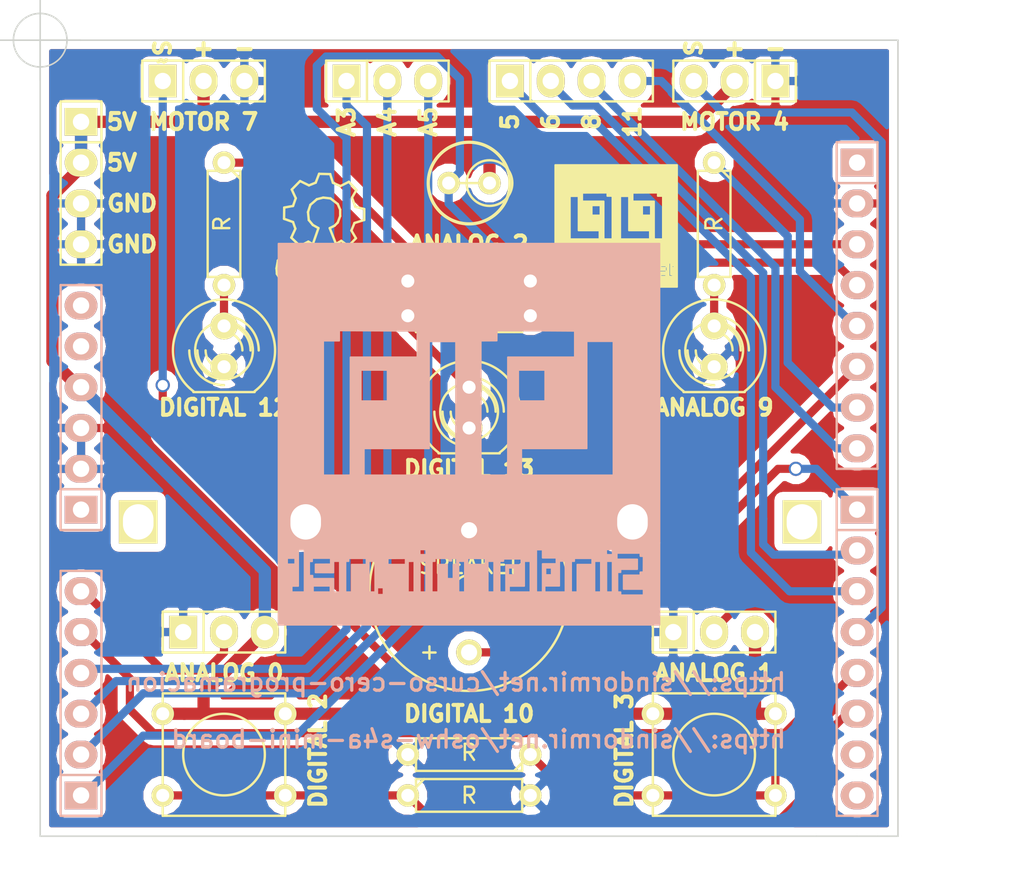
<source format=kicad_pcb>
(kicad_pcb (version 4) (host pcbnew 4.0.6-e0-6349~53~ubuntu14.04.1)

  (general
    (links 52)
    (no_connects 0)
    (area 110.53 91.48 178.03 149.131001)
    (thickness 1.6)
    (drawings 41)
    (tracks 192)
    (zones 0)
    (modules 31)
    (nets 30)
  )

  (page A4)
  (layers
    (0 F.Cu signal)
    (31 B.Cu signal)
    (32 B.Adhes user hide)
    (33 F.Adhes user hide)
    (34 B.Paste user hide)
    (35 F.Paste user hide)
    (36 B.SilkS user)
    (37 F.SilkS user)
    (38 B.Mask user)
    (39 F.Mask user)
    (40 Dwgs.User user)
    (41 Cmts.User user)
    (42 Eco1.User user)
    (43 Eco2.User user)
    (44 Edge.Cuts user)
    (45 Margin user)
    (46 B.CrtYd user)
    (47 F.CrtYd user)
    (48 B.Fab user)
    (49 F.Fab user)
  )

  (setup
    (last_trace_width 0.508)
    (trace_clearance 0.254)
    (zone_clearance 0.508)
    (zone_45_only no)
    (trace_min 0.254)
    (segment_width 0.2)
    (edge_width 0.1)
    (via_size 0.889)
    (via_drill 0.635)
    (via_min_size 0.889)
    (via_min_drill 0.508)
    (uvia_size 0.508)
    (uvia_drill 0.127)
    (uvias_allowed no)
    (uvia_min_size 0.508)
    (uvia_min_drill 0.127)
    (pcb_text_width 0.3)
    (pcb_text_size 1.5 1.5)
    (mod_edge_width 0.15)
    (mod_text_size 1 1)
    (mod_text_width 0.15)
    (pad_size 2.4 2.7)
    (pad_drill 1.9)
    (pad_to_mask_clearance 0)
    (aux_axis_origin 0 0)
    (visible_elements FFFFFF7F)
    (pcbplotparams
      (layerselection 0x010f0_80000001)
      (usegerberextensions false)
      (excludeedgelayer true)
      (linewidth 0.100000)
      (plotframeref false)
      (viasonmask false)
      (mode 1)
      (useauxorigin false)
      (hpglpennumber 1)
      (hpglpenspeed 20)
      (hpglpendiameter 15)
      (hpglpenoverlay 2)
      (psnegative false)
      (psa4output false)
      (plotreference true)
      (plotvalue true)
      (plotinvisibletext false)
      (padsonsilk true)
      (subtractmaskfromsilk false)
      (outputformat 1)
      (mirror false)
      (drillshape 0)
      (scaleselection 1)
      (outputdirectory fabrication/))
  )

  (net 0 "")
  (net 1 "Net-(D1-Pad1)")
  (net 2 GND)
  (net 3 "Net-(D2-Pad1)")
  (net 4 "Net-(D3-Pad1)")
  (net 5 VIN)
  (net 6 5V)
  (net 7 3V3)
  (net 8 RESET)
  (net 9 PINA5)
  (net 10 PINA4)
  (net 11 PINA3)
  (net 12 PINA2)
  (net 13 PINA1)
  (net 14 PINA0)
  (net 15 PIN5)
  (net 16 PIN6)
  (net 17 PIN8)
  (net 18 PIN11)
  (net 19 PIN4)
  (net 20 PIN7)
  (net 21 AREF)
  (net 22 PIN13)
  (net 23 PIN12)
  (net 24 PIN10)
  (net 25 PIN9)
  (net 26 PIN3)
  (net 27 PIN2)
  (net 28 PIN1)
  (net 29 PIN0)

  (net_class Default "This is the default net class."
    (clearance 0.254)
    (trace_width 0.508)
    (via_dia 0.889)
    (via_drill 0.635)
    (uvia_dia 0.508)
    (uvia_drill 0.127)
    (add_net 3V3)
    (add_net AREF)
    (add_net "Net-(D1-Pad1)")
    (add_net "Net-(D2-Pad1)")
    (add_net "Net-(D3-Pad1)")
    (add_net PIN0)
    (add_net PIN1)
    (add_net PIN10)
    (add_net PIN11)
    (add_net PIN12)
    (add_net PIN13)
    (add_net PIN2)
    (add_net PIN3)
    (add_net PIN4)
    (add_net PIN5)
    (add_net PIN6)
    (add_net PIN7)
    (add_net PIN8)
    (add_net PIN9)
    (add_net PINA0)
    (add_net PINA1)
    (add_net PINA2)
    (add_net PINA3)
    (add_net PINA4)
    (add_net PINA5)
    (add_net RESET)
    (add_net VIN)
  )

  (net_class power ""
    (clearance 0.254)
    (trace_width 0.762)
    (via_dia 0.889)
    (via_drill 0.635)
    (uvia_dia 0.508)
    (uvia_drill 0.127)
    (add_net 5V)
    (add_net GND)
  )

  (module Connect:1pin (layer F.Cu) (tedit 54C75DCD) (tstamp 54C75E70)
    (at 160.401 123.952)
    (descr "module 1 pin (ou trou mecanique de percage)")
    (tags DEV)
    (fp_text reference 1pin (at 0 -3.048) (layer F.SilkS) hide
      (effects (font (size 1 1) (thickness 0.15)))
    )
    (fp_text value VAL** (at 0 2.794) (layer F.SilkS) hide
      (effects (font (size 1 1) (thickness 0.15)))
    )
    (pad 1 thru_hole rect (at 0 0) (size 2.4 2.7) (drill oval 1.9 2.2) (layers *.Cu *.Mask F.SilkS))
  )

  (module Connect:1pin (layer F.Cu) (tedit 54C75DC6) (tstamp 54C75D7D)
    (at 149.86 123.952)
    (descr "module 1 pin (ou trou mecanique de percage)")
    (tags DEV)
    (fp_text reference "" (at 0 -3.048) (layer F.SilkS)
      (effects (font (size 1 1) (thickness 0.15)))
    )
    (fp_text value VAL** (at 0 2.794) (layer F.SilkS) hide
      (effects (font (size 1 1) (thickness 0.15)))
    )
    (pad 1 thru_hole rect (at 0 0) (size 2.4 2.7) (drill oval 1.9 2.2) (layers *.Cu *.Mask F.SilkS))
  )

  (module Connect:1pin (layer F.Cu) (tedit 54C75DC1) (tstamp 54C75A20)
    (at 129.54 123.952)
    (descr "module 1 pin (ou trou mecanique de percage)")
    (tags DEV)
    (fp_text reference "" (at 0 -3.048) (layer F.SilkS)
      (effects (font (size 1 1) (thickness 0.15)))
    )
    (fp_text value VAL** (at 0 2.794) (layer F.SilkS) hide
      (effects (font (size 1 1) (thickness 0.15)))
    )
    (pad 1 thru_hole rect (at 0 0) (size 2.4 2.7) (drill oval 1.9 2.2) (layers *.Cu *.Mask F.SilkS))
  )

  (module Connect:1pin (layer F.Cu) (tedit 54C75CBF) (tstamp 54C758C0)
    (at 119.126 123.952)
    (descr "module 1 pin (ou trou mecanique de percage)")
    (tags DEV)
    (fp_text reference 1pin (at 0 -3.048) (layer F.SilkS) hide
      (effects (font (size 1 1) (thickness 0.15)))
    )
    (fp_text value VAL** (at 0 2.794) (layer F.SilkS) hide
      (effects (font (size 1 1) (thickness 0.15)))
    )
    (pad 1 thru_hole rect (at 0 0) (size 2.4 2.7) (drill oval 1.9 2.2) (layers *.Cu *.Mask F.SilkS))
  )

  (module LEDs:LED-5MM (layer F.Cu) (tedit 58D259A8) (tstamp 54BE5681)
    (at 154.94 113.03 270)
    (descr "LED 5mm - Lead pitch 100mil (2,54mm)")
    (tags "LED led 5mm 5MM 100mil 2,54mm")
    (path /54BE5031)
    (fp_text reference D1 (at 0 0 360) (layer F.SilkS) hide
      (effects (font (size 1 1) (thickness 0.15)))
    )
    (fp_text value LED (at -1.27 0 360) (layer F.SilkS) hide
      (effects (font (size 1 1) (thickness 0.15)))
    )
    (fp_line (start 2.8448 1.905) (end 2.8448 -1.905) (layer F.SilkS) (width 0.15))
    (fp_circle (center 0.254 0) (end -1.016 1.27) (layer F.SilkS) (width 0.15))
    (fp_arc (start 0.254 0) (end 2.794 1.905) (angle 286.2) (layer F.SilkS) (width 0.15))
    (fp_arc (start 0.254 0) (end -0.889 0) (angle 90) (layer F.SilkS) (width 0.15))
    (fp_arc (start 0.254 0) (end 1.397 0) (angle 90) (layer F.SilkS) (width 0.15))
    (fp_arc (start 0.254 0) (end -1.397 0) (angle 90) (layer F.SilkS) (width 0.15))
    (fp_arc (start 0.254 0) (end 1.905 0) (angle 90) (layer F.SilkS) (width 0.15))
    (fp_arc (start 0.254 0) (end -1.905 0) (angle 90) (layer F.SilkS) (width 0.15))
    (fp_arc (start 0.254 0) (end 2.413 0) (angle 90) (layer F.SilkS) (width 0.15))
    (pad 1 thru_hole circle (at -1.27 0 270) (size 1.6764 1.6764) (drill 0.8128) (layers *.Cu *.Mask F.SilkS)
      (net 1 "Net-(D1-Pad1)"))
    (pad 2 thru_hole circle (at 1.27 0 270) (size 1.6764 1.6764) (drill 0.8128) (layers *.Cu *.Mask F.SilkS)
      (net 2 GND))
    (model LEDs/LED-5MM.wrl
      (at (xyz 0 0 0))
      (scale (xyz 1 1 1))
      (rotate (xyz 0 0 0))
    )
  )

  (module LEDs:LED-5MM (layer F.Cu) (tedit 58D2584E) (tstamp 54BE5687)
    (at 139.7 116.84 270)
    (descr "LED 5mm - Lead pitch 100mil (2,54mm)")
    (tags "LED led 5mm 5MM 100mil 2,54mm")
    (path /54BE44FF)
    (fp_text reference D2 (at 0 -1.27 270) (layer F.SilkS) hide
      (effects (font (size 1 1) (thickness 0.15)))
    )
    (fp_text value LED (at 0 1.27 270) (layer F.SilkS) hide
      (effects (font (size 1 1) (thickness 0.15)))
    )
    (fp_line (start 2.8448 1.905) (end 2.8448 -1.905) (layer F.SilkS) (width 0.15))
    (fp_circle (center 0.254 0) (end -1.016 1.27) (layer F.SilkS) (width 0.15))
    (fp_arc (start 0.254 0) (end 2.794 1.905) (angle 286.2) (layer F.SilkS) (width 0.15))
    (fp_arc (start 0.254 0) (end -0.889 0) (angle 90) (layer F.SilkS) (width 0.15))
    (fp_arc (start 0.254 0) (end 1.397 0) (angle 90) (layer F.SilkS) (width 0.15))
    (fp_arc (start 0.254 0) (end -1.397 0) (angle 90) (layer F.SilkS) (width 0.15))
    (fp_arc (start 0.254 0) (end 1.905 0) (angle 90) (layer F.SilkS) (width 0.15))
    (fp_arc (start 0.254 0) (end -1.905 0) (angle 90) (layer F.SilkS) (width 0.15))
    (fp_arc (start 0.254 0) (end 2.413 0) (angle 90) (layer F.SilkS) (width 0.15))
    (pad 1 thru_hole circle (at -1.27 0 270) (size 1.6764 1.6764) (drill 0.8128) (layers *.Cu *.Mask F.SilkS)
      (net 3 "Net-(D2-Pad1)"))
    (pad 2 thru_hole circle (at 1.27 0 270) (size 1.6764 1.6764) (drill 0.8128) (layers *.Cu *.Mask F.SilkS)
      (net 2 GND))
    (model LEDs/LED-5MM.wrl
      (at (xyz 0 0 0))
      (scale (xyz 1 1 1))
      (rotate (xyz 0 0 0))
    )
  )

  (module LEDs:LED-5MM (layer F.Cu) (tedit 58D2585A) (tstamp 54BE568D)
    (at 124.46 113.03 270)
    (descr "LED 5mm - Lead pitch 100mil (2,54mm)")
    (tags "LED led 5mm 5MM 100mil 2,54mm")
    (path /54BE466A)
    (fp_text reference D3 (at 0 -1.27 360) (layer F.SilkS) hide
      (effects (font (size 1 1) (thickness 0.15)))
    )
    (fp_text value LED (at 0 1.27 360) (layer F.SilkS) hide
      (effects (font (size 1 1) (thickness 0.15)))
    )
    (fp_line (start 2.8448 1.905) (end 2.8448 -1.905) (layer F.SilkS) (width 0.15))
    (fp_circle (center 0.254 0) (end -1.016 1.27) (layer F.SilkS) (width 0.15))
    (fp_arc (start 0.254 0) (end 2.794 1.905) (angle 286.2) (layer F.SilkS) (width 0.15))
    (fp_arc (start 0.254 0) (end -0.889 0) (angle 90) (layer F.SilkS) (width 0.15))
    (fp_arc (start 0.254 0) (end 1.397 0) (angle 90) (layer F.SilkS) (width 0.15))
    (fp_arc (start 0.254 0) (end -1.397 0) (angle 90) (layer F.SilkS) (width 0.15))
    (fp_arc (start 0.254 0) (end 1.905 0) (angle 90) (layer F.SilkS) (width 0.15))
    (fp_arc (start 0.254 0) (end -1.905 0) (angle 90) (layer F.SilkS) (width 0.15))
    (fp_arc (start 0.254 0) (end 2.413 0) (angle 90) (layer F.SilkS) (width 0.15))
    (pad 1 thru_hole circle (at -1.27 0 270) (size 1.6764 1.6764) (drill 0.8128) (layers *.Cu *.Mask F.SilkS)
      (net 4 "Net-(D3-Pad1)"))
    (pad 2 thru_hole circle (at 1.27 0 270) (size 1.6764 1.6764) (drill 0.8128) (layers *.Cu *.Mask F.SilkS)
      (net 2 GND))
    (model LEDs/LED-5MM.wrl
      (at (xyz 0 0 0))
      (scale (xyz 1 1 1))
      (rotate (xyz 0 0 0))
    )
  )

  (module Pin_Headers:Pin_Header_Straight_1x06 (layer B.Cu) (tedit 54BF75A3) (tstamp 54BE5697)
    (at 115.57 116.84 90)
    (descr "Through hole pin header")
    (tags "pin header")
    (path /54BE4501)
    (fp_text reference P1 (at 0 2.286 90) (layer B.SilkS) hide
      (effects (font (size 1 1) (thickness 0.15)) (justify mirror))
    )
    (fp_text value CONN_01X06 (at 0 0 90) (layer B.SilkS) hide
      (effects (font (size 1 1) (thickness 0.15)) (justify mirror))
    )
    (fp_line (start -5.08 1.27) (end 7.62 1.27) (layer B.SilkS) (width 0.15))
    (fp_line (start 7.62 1.27) (end 7.62 -1.27) (layer B.SilkS) (width 0.15))
    (fp_line (start 7.62 -1.27) (end -5.08 -1.27) (layer B.SilkS) (width 0.15))
    (fp_line (start -7.62 1.27) (end -5.08 1.27) (layer B.SilkS) (width 0.15))
    (fp_line (start -5.08 1.27) (end -5.08 -1.27) (layer B.SilkS) (width 0.15))
    (fp_line (start -7.62 1.27) (end -7.62 -1.27) (layer B.SilkS) (width 0.15))
    (fp_line (start -7.62 -1.27) (end -5.08 -1.27) (layer B.SilkS) (width 0.15))
    (pad 1 thru_hole rect (at -6.35 0 90) (size 1.7272 2.032) (drill 1.016) (layers *.Cu *.Mask B.SilkS)
      (net 5 VIN))
    (pad 2 thru_hole oval (at -3.81 0 90) (size 1.7272 2.032) (drill 1.016) (layers *.Cu *.Mask B.SilkS)
      (net 2 GND))
    (pad 3 thru_hole oval (at -1.27 0 90) (size 1.7272 2.032) (drill 1.016) (layers *.Cu *.Mask B.SilkS)
      (net 2 GND))
    (pad 4 thru_hole oval (at 1.27 0 90) (size 1.7272 2.032) (drill 1.016) (layers *.Cu *.Mask B.SilkS)
      (net 6 5V))
    (pad 5 thru_hole oval (at 3.81 0 90) (size 1.7272 2.032) (drill 1.016) (layers *.Cu *.Mask B.SilkS)
      (net 7 3V3))
    (pad 6 thru_hole oval (at 6.35 0 90) (size 1.7272 2.032) (drill 1.016) (layers *.Cu *.Mask B.SilkS)
      (net 8 RESET))
    (model Pin_Headers/Pin_Header_Straight_1x06.wrl
      (at (xyz 0 0 0))
      (scale (xyz 1 1 1))
      (rotate (xyz 0 0 0))
    )
  )

  (module Pin_Headers:Pin_Header_Straight_1x06 (layer B.Cu) (tedit 54BF759E) (tstamp 54BE56A1)
    (at 115.57 134.62 90)
    (descr "Through hole pin header")
    (tags "pin header")
    (path /54BE705E)
    (fp_text reference P2 (at 0 2.286 90) (layer B.SilkS) hide
      (effects (font (size 1 1) (thickness 0.15)) (justify mirror))
    )
    (fp_text value CONN_01X06 (at 0 0 90) (layer B.SilkS) hide
      (effects (font (size 1 1) (thickness 0.15)) (justify mirror))
    )
    (fp_line (start -5.08 1.27) (end 7.62 1.27) (layer B.SilkS) (width 0.15))
    (fp_line (start 7.62 1.27) (end 7.62 -1.27) (layer B.SilkS) (width 0.15))
    (fp_line (start 7.62 -1.27) (end -5.08 -1.27) (layer B.SilkS) (width 0.15))
    (fp_line (start -7.62 1.27) (end -5.08 1.27) (layer B.SilkS) (width 0.15))
    (fp_line (start -5.08 1.27) (end -5.08 -1.27) (layer B.SilkS) (width 0.15))
    (fp_line (start -7.62 1.27) (end -7.62 -1.27) (layer B.SilkS) (width 0.15))
    (fp_line (start -7.62 -1.27) (end -5.08 -1.27) (layer B.SilkS) (width 0.15))
    (pad 1 thru_hole rect (at -6.35 0 90) (size 1.7272 2.032) (drill 1.016) (layers *.Cu *.Mask B.SilkS)
      (net 9 PINA5))
    (pad 2 thru_hole oval (at -3.81 0 90) (size 1.7272 2.032) (drill 1.016) (layers *.Cu *.Mask B.SilkS)
      (net 10 PINA4))
    (pad 3 thru_hole oval (at -1.27 0 90) (size 1.7272 2.032) (drill 1.016) (layers *.Cu *.Mask B.SilkS)
      (net 11 PINA3))
    (pad 4 thru_hole oval (at 1.27 0 90) (size 1.7272 2.032) (drill 1.016) (layers *.Cu *.Mask B.SilkS)
      (net 12 PINA2))
    (pad 5 thru_hole oval (at 3.81 0 90) (size 1.7272 2.032) (drill 1.016) (layers *.Cu *.Mask B.SilkS)
      (net 13 PINA1))
    (pad 6 thru_hole oval (at 6.35 0 90) (size 1.7272 2.032) (drill 1.016) (layers *.Cu *.Mask B.SilkS)
      (net 14 PINA0))
    (model Pin_Headers/Pin_Header_Straight_1x06.wrl
      (at (xyz 0 0 0))
      (scale (xyz 1 1 1))
      (rotate (xyz 0 0 0))
    )
  )

  (module Socket_Strips:Socket_Strip_Straight_1x03 (layer F.Cu) (tedit 58D2596C) (tstamp 54C0C7BA)
    (at 134.62 96.52 180)
    (descr "Through hole socket strip")
    (tags "socket strip")
    (path /54BE9E4F)
    (fp_text reference P3 (at 4.8895 0 180) (layer F.SilkS) hide
      (effects (font (size 1 1) (thickness 0.15)))
    )
    (fp_text value CONN_01X03 (at 0 0 180) (layer F.SilkS) hide
      (effects (font (size 1 1) (thickness 0.15)))
    )
    (fp_line (start 1.27 1.27) (end -3.81 1.27) (layer F.SilkS) (width 0.15))
    (fp_line (start -3.81 1.27) (end -3.81 -1.27) (layer F.SilkS) (width 0.15))
    (fp_line (start -3.81 -1.27) (end 1.27 -1.27) (layer F.SilkS) (width 0.15))
    (fp_line (start 3.81 -1.27) (end 1.27 -1.27) (layer F.SilkS) (width 0.15))
    (fp_line (start 1.27 -1.27) (end 1.27 1.27) (layer F.SilkS) (width 0.15))
    (fp_line (start 3.81 -1.27) (end 3.81 1.27) (layer F.SilkS) (width 0.15))
    (fp_line (start 3.81 1.27) (end 1.27 1.27) (layer F.SilkS) (width 0.15))
    (pad 1 thru_hole rect (at 2.54 0) (size 1.7272 2.032) (drill 1.016) (layers *.Cu *.Mask F.SilkS)
      (net 11 PINA3))
    (pad 2 thru_hole oval (at 0 0) (size 1.7272 2.032) (drill 1.016) (layers *.Cu *.Mask F.SilkS)
      (net 10 PINA4))
    (pad 3 thru_hole oval (at -2.54 0) (size 1.7272 2.032) (drill 1.016) (layers *.Cu *.Mask F.SilkS)
      (net 9 PINA5))
    (model Socket_Strips/Socket_Strip_Straight_1x03.wrl
      (at (xyz 0 0 0))
      (scale (xyz 1 1 1))
      (rotate (xyz 0 0 0))
    )
  )

  (module Socket_Strips:Socket_Strip_Straight_1x04 (layer F.Cu) (tedit 58D2596E) (tstamp 54BE56B0)
    (at 146.05 96.52 180)
    (descr "Through hole socket strip")
    (tags "socket strip")
    (path /54BEA1A7)
    (fp_text reference P4 (at 6.1595 0.0635 180) (layer F.SilkS) hide
      (effects (font (size 1 1) (thickness 0.15)))
    )
    (fp_text value CONN_01X04 (at 0 0 180) (layer F.SilkS) hide
      (effects (font (size 1 1) (thickness 0.15)))
    )
    (fp_line (start 2.54 1.27) (end -5.08 1.27) (layer F.SilkS) (width 0.15))
    (fp_line (start 2.54 -1.27) (end -5.08 -1.27) (layer F.SilkS) (width 0.15))
    (fp_line (start 5.08 -1.27) (end 2.54 -1.27) (layer F.SilkS) (width 0.15))
    (fp_line (start -5.08 1.27) (end -5.08 -1.27) (layer F.SilkS) (width 0.15))
    (fp_line (start 2.54 -1.27) (end 2.54 1.27) (layer F.SilkS) (width 0.15))
    (fp_line (start 5.08 -1.27) (end 5.08 1.27) (layer F.SilkS) (width 0.15))
    (fp_line (start 5.08 1.27) (end 2.54 1.27) (layer F.SilkS) (width 0.15))
    (pad 1 thru_hole rect (at 3.81 0) (size 1.7272 2.032) (drill 1.016) (layers *.Cu *.Mask F.SilkS)
      (net 15 PIN5))
    (pad 2 thru_hole oval (at 1.27 0) (size 1.7272 2.032) (drill 1.016) (layers *.Cu *.Mask F.SilkS)
      (net 16 PIN6))
    (pad 3 thru_hole oval (at -1.27 0) (size 1.7272 2.032) (drill 1.016) (layers *.Cu *.Mask F.SilkS)
      (net 17 PIN8))
    (pad 4 thru_hole oval (at -3.81 0) (size 1.7272 2.032) (drill 1.016) (layers *.Cu *.Mask F.SilkS)
      (net 18 PIN11))
    (model Socket_Strips/Socket_Strip_Straight_1x04.wrl
      (at (xyz 0 0 0))
      (scale (xyz 1 1 1))
      (rotate (xyz 0 0 0))
    )
  )

  (module Pin_Headers:Pin_Header_Straight_1x03 (layer F.Cu) (tedit 58D2595D) (tstamp 54BE56B7)
    (at 156.21 96.52 180)
    (descr "Through hole pin header")
    (tags "pin header")
    (path /54BE9283)
    (fp_text reference P5 (at -4.826 -0.0635 180) (layer F.SilkS) hide
      (effects (font (size 1 1) (thickness 0.15)))
    )
    (fp_text value CONN_01X03 (at 0 0 180) (layer F.SilkS) hide
      (effects (font (size 1 1) (thickness 0.15)))
    )
    (fp_line (start -1.27 1.27) (end 3.81 1.27) (layer F.SilkS) (width 0.15))
    (fp_line (start 3.81 1.27) (end 3.81 -1.27) (layer F.SilkS) (width 0.15))
    (fp_line (start 3.81 -1.27) (end -1.27 -1.27) (layer F.SilkS) (width 0.15))
    (fp_line (start -3.81 -1.27) (end -1.27 -1.27) (layer F.SilkS) (width 0.15))
    (fp_line (start -1.27 -1.27) (end -1.27 1.27) (layer F.SilkS) (width 0.15))
    (fp_line (start -3.81 -1.27) (end -3.81 1.27) (layer F.SilkS) (width 0.15))
    (fp_line (start -3.81 1.27) (end -1.27 1.27) (layer F.SilkS) (width 0.15))
    (pad 1 thru_hole rect (at -2.54 0 180) (size 1.7272 2.032) (drill 1.016) (layers *.Cu *.Mask F.SilkS)
      (net 2 GND))
    (pad 2 thru_hole oval (at 0 0 180) (size 1.7272 2.032) (drill 1.016) (layers *.Cu *.Mask F.SilkS)
      (net 6 5V))
    (pad 3 thru_hole oval (at 2.54 0 180) (size 1.7272 2.032) (drill 1.016) (layers *.Cu *.Mask F.SilkS)
      (net 19 PIN4))
    (model Pin_Headers/Pin_Header_Straight_1x03.wrl
      (at (xyz 0 0 0))
      (scale (xyz 1 1 1))
      (rotate (xyz 0 0 0))
    )
  )

  (module Pin_Headers:Pin_Header_Straight_1x03 (layer F.Cu) (tedit 58D25961) (tstamp 54BE56BE)
    (at 123.19 96.52)
    (descr "Through hole pin header")
    (tags "pin header")
    (path /54BE9318)
    (fp_text reference P6 (at -4.8895 -0.0635) (layer F.SilkS) hide
      (effects (font (size 1 1) (thickness 0.15)))
    )
    (fp_text value CONN_01X03 (at 0 0) (layer F.SilkS) hide
      (effects (font (size 1 1) (thickness 0.15)))
    )
    (fp_line (start -1.27 1.27) (end 3.81 1.27) (layer F.SilkS) (width 0.15))
    (fp_line (start 3.81 1.27) (end 3.81 -1.27) (layer F.SilkS) (width 0.15))
    (fp_line (start 3.81 -1.27) (end -1.27 -1.27) (layer F.SilkS) (width 0.15))
    (fp_line (start -3.81 -1.27) (end -1.27 -1.27) (layer F.SilkS) (width 0.15))
    (fp_line (start -1.27 -1.27) (end -1.27 1.27) (layer F.SilkS) (width 0.15))
    (fp_line (start -3.81 -1.27) (end -3.81 1.27) (layer F.SilkS) (width 0.15))
    (fp_line (start -3.81 1.27) (end -1.27 1.27) (layer F.SilkS) (width 0.15))
    (pad 1 thru_hole rect (at -2.54 0) (size 1.7272 2.032) (drill 1.016) (layers *.Cu *.Mask F.SilkS)
      (net 20 PIN7))
    (pad 2 thru_hole oval (at 0 0) (size 1.7272 2.032) (drill 1.016) (layers *.Cu *.Mask F.SilkS)
      (net 6 5V))
    (pad 3 thru_hole oval (at 2.54 0) (size 1.7272 2.032) (drill 1.016) (layers *.Cu *.Mask F.SilkS)
      (net 2 GND))
    (model Pin_Headers/Pin_Header_Straight_1x03.wrl
      (at (xyz 0 0 0))
      (scale (xyz 1 1 1))
      (rotate (xyz 0 0 0))
    )
  )

  (module Pin_Headers:Pin_Header_Straight_1x08 (layer B.Cu) (tedit 54BF7581) (tstamp 54BE56CA)
    (at 163.83 110.49 270)
    (descr "Through hole pin header")
    (tags "pin header")
    (path /54BE7EE2)
    (fp_text reference P7 (at 0 0 270) (layer B.SilkS) hide
      (effects (font (size 1 1) (thickness 0.15)) (justify mirror))
    )
    (fp_text value CONN_01X08 (at 0 0 270) (layer B.SilkS) hide
      (effects (font (size 1 1) (thickness 0.15)) (justify mirror))
    )
    (fp_line (start -7.62 1.27) (end 10.16 1.27) (layer B.SilkS) (width 0.15))
    (fp_line (start 10.16 1.27) (end 10.16 -1.27) (layer B.SilkS) (width 0.15))
    (fp_line (start 10.16 -1.27) (end -7.62 -1.27) (layer B.SilkS) (width 0.15))
    (fp_line (start -10.16 1.27) (end -7.62 1.27) (layer B.SilkS) (width 0.15))
    (fp_line (start -7.62 1.27) (end -7.62 -1.27) (layer B.SilkS) (width 0.15))
    (fp_line (start -10.16 1.27) (end -10.16 -1.27) (layer B.SilkS) (width 0.15))
    (fp_line (start -10.16 -1.27) (end -7.62 -1.27) (layer B.SilkS) (width 0.15))
    (pad 1 thru_hole rect (at -8.89 0 270) (size 1.7272 2.032) (drill 1.016) (layers *.Cu *.Mask B.SilkS)
      (net 21 AREF))
    (pad 2 thru_hole oval (at -6.35 0 270) (size 1.7272 2.032) (drill 1.016) (layers *.Cu *.Mask B.SilkS)
      (net 2 GND))
    (pad 3 thru_hole oval (at -3.81 0 270) (size 1.7272 2.032) (drill 1.016) (layers *.Cu *.Mask B.SilkS)
      (net 22 PIN13))
    (pad 4 thru_hole oval (at -1.27 0 270) (size 1.7272 2.032) (drill 1.016) (layers *.Cu *.Mask B.SilkS)
      (net 23 PIN12))
    (pad 5 thru_hole oval (at 1.27 0 270) (size 1.7272 2.032) (drill 1.016) (layers *.Cu *.Mask B.SilkS)
      (net 18 PIN11))
    (pad 6 thru_hole oval (at 3.81 0 270) (size 1.7272 2.032) (drill 1.016) (layers *.Cu *.Mask B.SilkS)
      (net 24 PIN10))
    (pad 7 thru_hole oval (at 6.35 0 270) (size 1.7272 2.032) (drill 1.016) (layers *.Cu *.Mask B.SilkS)
      (net 25 PIN9))
    (pad 8 thru_hole oval (at 8.89 0 270) (size 1.7272 2.032) (drill 1.016) (layers *.Cu *.Mask B.SilkS)
      (net 17 PIN8))
    (model Pin_Headers/Pin_Header_Straight_1x08.wrl
      (at (xyz 0 0 0))
      (scale (xyz 1 1 1))
      (rotate (xyz 0 0 0))
    )
  )

  (module Pin_Headers:Pin_Header_Straight_1x08 (layer B.Cu) (tedit 54BF7586) (tstamp 54BF76A9)
    (at 163.83 132.08 270)
    (descr "Through hole pin header")
    (tags "pin header")
    (path /54BE857D)
    (fp_text reference P8 (at 0 2.286 270) (layer B.SilkS) hide
      (effects (font (size 1 1) (thickness 0.15)) (justify mirror))
    )
    (fp_text value CONN_01X08 (at 0 0 270) (layer B.SilkS) hide
      (effects (font (size 1 1) (thickness 0.15)) (justify mirror))
    )
    (fp_line (start -7.62 1.27) (end 10.16 1.27) (layer B.SilkS) (width 0.15))
    (fp_line (start 10.16 1.27) (end 10.16 -1.27) (layer B.SilkS) (width 0.15))
    (fp_line (start 10.16 -1.27) (end -7.62 -1.27) (layer B.SilkS) (width 0.15))
    (fp_line (start -10.16 1.27) (end -7.62 1.27) (layer B.SilkS) (width 0.15))
    (fp_line (start -7.62 1.27) (end -7.62 -1.27) (layer B.SilkS) (width 0.15))
    (fp_line (start -10.16 1.27) (end -10.16 -1.27) (layer B.SilkS) (width 0.15))
    (fp_line (start -10.16 -1.27) (end -7.62 -1.27) (layer B.SilkS) (width 0.15))
    (pad 1 thru_hole rect (at -8.89 0 270) (size 1.7272 2.032) (drill 1.016) (layers *.Cu *.Mask B.SilkS)
      (net 20 PIN7))
    (pad 2 thru_hole oval (at -6.35 0 270) (size 1.7272 2.032) (drill 1.016) (layers *.Cu *.Mask B.SilkS)
      (net 16 PIN6))
    (pad 3 thru_hole oval (at -3.81 0 270) (size 1.7272 2.032) (drill 1.016) (layers *.Cu *.Mask B.SilkS)
      (net 15 PIN5))
    (pad 4 thru_hole oval (at -1.27 0 270) (size 1.7272 2.032) (drill 1.016) (layers *.Cu *.Mask B.SilkS)
      (net 19 PIN4))
    (pad 5 thru_hole oval (at 1.27 0 270) (size 1.7272 2.032) (drill 1.016) (layers *.Cu *.Mask B.SilkS)
      (net 26 PIN3))
    (pad 6 thru_hole oval (at 3.81 0 270) (size 1.7272 2.032) (drill 1.016) (layers *.Cu *.Mask B.SilkS)
      (net 27 PIN2))
    (pad 7 thru_hole oval (at 6.35 0 270) (size 1.7272 2.032) (drill 1.016) (layers *.Cu *.Mask B.SilkS)
      (net 28 PIN1))
    (pad 8 thru_hole oval (at 8.89 0 270) (size 1.7272 2.032) (drill 1.016) (layers *.Cu *.Mask B.SilkS)
      (net 29 PIN0))
    (model Pin_Headers/Pin_Header_Straight_1x08.wrl
      (at (xyz 0 0 0))
      (scale (xyz 1 1 1))
      (rotate (xyz 0 0 0))
    )
  )

  (module Discret:R3 (layer F.Cu) (tedit 54BE5627) (tstamp 54BE56DC)
    (at 154.94 105.41 270)
    (descr "Resitance 3 pas")
    (tags R)
    (path /54BE4FDB)
    (autoplace_cost180 10)
    (fp_text reference R1 (at 0 0.127 270) (layer F.SilkS) hide
      (effects (font (size 1 1) (thickness 0.15)))
    )
    (fp_text value R (at 0 0 270) (layer F.SilkS)
      (effects (font (size 1 1) (thickness 0.15)))
    )
    (fp_line (start -3.81 0) (end -3.302 0) (layer F.SilkS) (width 0.15))
    (fp_line (start 3.81 0) (end 3.302 0) (layer F.SilkS) (width 0.15))
    (fp_line (start 3.302 0) (end 3.302 -1.016) (layer F.SilkS) (width 0.15))
    (fp_line (start 3.302 -1.016) (end -3.302 -1.016) (layer F.SilkS) (width 0.15))
    (fp_line (start -3.302 -1.016) (end -3.302 1.016) (layer F.SilkS) (width 0.15))
    (fp_line (start -3.302 1.016) (end 3.302 1.016) (layer F.SilkS) (width 0.15))
    (fp_line (start 3.302 1.016) (end 3.302 0) (layer F.SilkS) (width 0.15))
    (fp_line (start -3.302 -0.508) (end -2.794 -1.016) (layer F.SilkS) (width 0.15))
    (pad 1 thru_hole circle (at -3.81 0 270) (size 1.397 1.397) (drill 0.8128) (layers *.Cu *.Mask F.SilkS)
      (net 25 PIN9))
    (pad 2 thru_hole circle (at 3.81 0 270) (size 1.397 1.397) (drill 0.8128) (layers *.Cu *.Mask F.SilkS)
      (net 1 "Net-(D1-Pad1)"))
    (model Discret/R3.wrl
      (at (xyz 0 0 0))
      (scale (xyz 0.3 0.3 0.3))
      (rotate (xyz 0 0 0))
    )
  )

  (module Discret:R3 (layer F.Cu) (tedit 54BF641F) (tstamp 54BE56E2)
    (at 139.7 140.97)
    (descr "Resitance 3 pas")
    (tags R)
    (path /54BE57F0)
    (autoplace_cost180 10)
    (fp_text reference R2 (at 0 0.127) (layer F.SilkS) hide
      (effects (font (size 1 1) (thickness 0.15)))
    )
    (fp_text value R (at 0 0) (layer F.SilkS)
      (effects (font (size 1 1) (thickness 0.15)))
    )
    (fp_line (start -3.81 0) (end -3.302 0) (layer F.SilkS) (width 0.15))
    (fp_line (start 3.81 0) (end 3.302 0) (layer F.SilkS) (width 0.15))
    (fp_line (start 3.302 0) (end 3.302 -1.016) (layer F.SilkS) (width 0.15))
    (fp_line (start 3.302 -1.016) (end -3.302 -1.016) (layer F.SilkS) (width 0.15))
    (fp_line (start -3.302 -1.016) (end -3.302 1.016) (layer F.SilkS) (width 0.15))
    (fp_line (start -3.302 1.016) (end 3.302 1.016) (layer F.SilkS) (width 0.15))
    (fp_line (start 3.302 1.016) (end 3.302 0) (layer F.SilkS) (width 0.15))
    (fp_line (start -3.302 -0.508) (end -2.794 -1.016) (layer F.SilkS) (width 0.15))
    (pad 1 thru_hole circle (at -3.81 0) (size 1.397 1.397) (drill 0.8128) (layers *.Cu *.Mask F.SilkS)
      (net 27 PIN2))
    (pad 2 thru_hole circle (at 3.81 0) (size 1.397 1.397) (drill 0.8128) (layers *.Cu *.Mask F.SilkS)
      (net 2 GND))
    (model Discret/R3.wrl
      (at (xyz 0 0 0))
      (scale (xyz 0.3 0.3 0.3))
      (rotate (xyz 0 0 0))
    )
  )

  (module Discret:R3 (layer F.Cu) (tedit 54BE5627) (tstamp 54BE56E8)
    (at 139.7 111.125 180)
    (descr "Resitance 3 pas")
    (tags R)
    (path /54BE44FE)
    (autoplace_cost180 10)
    (fp_text reference R3 (at 0 0.127 180) (layer F.SilkS) hide
      (effects (font (size 1 1) (thickness 0.15)))
    )
    (fp_text value R (at 0 0.127 180) (layer F.SilkS)
      (effects (font (size 1 1) (thickness 0.15)))
    )
    (fp_line (start -3.81 0) (end -3.302 0) (layer F.SilkS) (width 0.15))
    (fp_line (start 3.81 0) (end 3.302 0) (layer F.SilkS) (width 0.15))
    (fp_line (start 3.302 0) (end 3.302 -1.016) (layer F.SilkS) (width 0.15))
    (fp_line (start 3.302 -1.016) (end -3.302 -1.016) (layer F.SilkS) (width 0.15))
    (fp_line (start -3.302 -1.016) (end -3.302 1.016) (layer F.SilkS) (width 0.15))
    (fp_line (start -3.302 1.016) (end 3.302 1.016) (layer F.SilkS) (width 0.15))
    (fp_line (start 3.302 1.016) (end 3.302 0) (layer F.SilkS) (width 0.15))
    (fp_line (start -3.302 -0.508) (end -2.794 -1.016) (layer F.SilkS) (width 0.15))
    (pad 1 thru_hole circle (at -3.81 0 180) (size 1.397 1.397) (drill 0.8128) (layers *.Cu *.Mask F.SilkS)
      (net 22 PIN13))
    (pad 2 thru_hole circle (at 3.81 0 180) (size 1.397 1.397) (drill 0.8128) (layers *.Cu *.Mask F.SilkS)
      (net 3 "Net-(D2-Pad1)"))
    (model Discret/R3.wrl
      (at (xyz 0 0 0))
      (scale (xyz 0.3 0.3 0.3))
      (rotate (xyz 0 0 0))
    )
  )

  (module Discret:R3 (layer F.Cu) (tedit 54BE5627) (tstamp 54BE56EE)
    (at 139.7 138.43 180)
    (descr "Resitance 3 pas")
    (tags R)
    (path /54BE584B)
    (autoplace_cost180 10)
    (fp_text reference R4 (at 0 0.127 180) (layer F.SilkS) hide
      (effects (font (size 1 1) (thickness 0.15)))
    )
    (fp_text value R (at 0 0.127 180) (layer F.SilkS)
      (effects (font (size 1 1) (thickness 0.15)))
    )
    (fp_line (start -3.81 0) (end -3.302 0) (layer F.SilkS) (width 0.15))
    (fp_line (start 3.81 0) (end 3.302 0) (layer F.SilkS) (width 0.15))
    (fp_line (start 3.302 0) (end 3.302 -1.016) (layer F.SilkS) (width 0.15))
    (fp_line (start 3.302 -1.016) (end -3.302 -1.016) (layer F.SilkS) (width 0.15))
    (fp_line (start -3.302 -1.016) (end -3.302 1.016) (layer F.SilkS) (width 0.15))
    (fp_line (start -3.302 1.016) (end 3.302 1.016) (layer F.SilkS) (width 0.15))
    (fp_line (start 3.302 1.016) (end 3.302 0) (layer F.SilkS) (width 0.15))
    (fp_line (start -3.302 -0.508) (end -2.794 -1.016) (layer F.SilkS) (width 0.15))
    (pad 1 thru_hole circle (at -3.81 0 180) (size 1.397 1.397) (drill 0.8128) (layers *.Cu *.Mask F.SilkS)
      (net 26 PIN3))
    (pad 2 thru_hole circle (at 3.81 0 180) (size 1.397 1.397) (drill 0.8128) (layers *.Cu *.Mask F.SilkS)
      (net 2 GND))
    (model Discret/R3.wrl
      (at (xyz 0 0 0))
      (scale (xyz 0.3 0.3 0.3))
      (rotate (xyz 0 0 0))
    )
  )

  (module Discret:R3 (layer F.Cu) (tedit 54BE5627) (tstamp 54BE56F4)
    (at 124.46 105.41 270)
    (descr "Resitance 3 pas")
    (tags R)
    (path /54BE45E3)
    (autoplace_cost180 10)
    (fp_text reference R5 (at 0 0.127 270) (layer F.SilkS) hide
      (effects (font (size 1 1) (thickness 0.15)))
    )
    (fp_text value R (at 0 0.127 270) (layer F.SilkS)
      (effects (font (size 1 1) (thickness 0.15)))
    )
    (fp_line (start -3.81 0) (end -3.302 0) (layer F.SilkS) (width 0.15))
    (fp_line (start 3.81 0) (end 3.302 0) (layer F.SilkS) (width 0.15))
    (fp_line (start 3.302 0) (end 3.302 -1.016) (layer F.SilkS) (width 0.15))
    (fp_line (start 3.302 -1.016) (end -3.302 -1.016) (layer F.SilkS) (width 0.15))
    (fp_line (start -3.302 -1.016) (end -3.302 1.016) (layer F.SilkS) (width 0.15))
    (fp_line (start -3.302 1.016) (end 3.302 1.016) (layer F.SilkS) (width 0.15))
    (fp_line (start 3.302 1.016) (end 3.302 0) (layer F.SilkS) (width 0.15))
    (fp_line (start -3.302 -0.508) (end -2.794 -1.016) (layer F.SilkS) (width 0.15))
    (pad 1 thru_hole circle (at -3.81 0 270) (size 1.397 1.397) (drill 0.8128) (layers *.Cu *.Mask F.SilkS)
      (net 23 PIN12))
    (pad 2 thru_hole circle (at 3.81 0 270) (size 1.397 1.397) (drill 0.8128) (layers *.Cu *.Mask F.SilkS)
      (net 4 "Net-(D3-Pad1)"))
    (model Discret/R3.wrl
      (at (xyz 0 0 0))
      (scale (xyz 0.3 0.3 0.3))
      (rotate (xyz 0 0 0))
    )
  )

  (module Discret:R3 (layer F.Cu) (tedit 54BF87D2) (tstamp 54BE5700)
    (at 139.7 108.966 180)
    (descr "Resitance 3 pas")
    (tags R)
    (path /54BE6161)
    (autoplace_cost180 10)
    (fp_text reference R7 (at 0 0.127 180) (layer F.SilkS) hide
      (effects (font (size 1 1) (thickness 0.15)))
    )
    (fp_text value R (at 0 0 180) (layer F.SilkS)
      (effects (font (size 1 1) (thickness 0.15)))
    )
    (fp_line (start -3.81 0) (end -3.302 0) (layer F.SilkS) (width 0.15))
    (fp_line (start 3.81 0) (end 3.302 0) (layer F.SilkS) (width 0.15))
    (fp_line (start 3.302 0) (end 3.302 -1.016) (layer F.SilkS) (width 0.15))
    (fp_line (start 3.302 -1.016) (end -3.302 -1.016) (layer F.SilkS) (width 0.15))
    (fp_line (start -3.302 -1.016) (end -3.302 1.016) (layer F.SilkS) (width 0.15))
    (fp_line (start -3.302 1.016) (end 3.302 1.016) (layer F.SilkS) (width 0.15))
    (fp_line (start 3.302 1.016) (end 3.302 0) (layer F.SilkS) (width 0.15))
    (fp_line (start -3.302 -0.508) (end -2.794 -1.016) (layer F.SilkS) (width 0.15))
    (pad 1 thru_hole circle (at -3.81 0 180) (size 1.397 1.397) (drill 0.8128) (layers *.Cu *.Mask F.SilkS)
      (net 12 PINA2))
    (pad 2 thru_hole circle (at 3.81 0 180) (size 1.397 1.397) (drill 0.8128) (layers *.Cu *.Mask F.SilkS)
      (net 2 GND))
    (model Discret/R3.wrl
      (at (xyz 0 0 0))
      (scale (xyz 0.3 0.3 0.3))
      (rotate (xyz 0 0 0))
    )
  )

  (module Pin_Headers:Pin_Header_Straight_1x03 (layer F.Cu) (tedit 58D258CE) (tstamp 54BE5707)
    (at 124.46 130.81)
    (descr "Through hole pin header")
    (tags "pin header")
    (path /54BE4B2B)
    (fp_text reference RV1 (at -1.27 0) (layer F.SilkS) hide
      (effects (font (size 1 1) (thickness 0.15)))
    )
    (fp_text value POT (at 0 0) (layer F.SilkS) hide
      (effects (font (size 1 1) (thickness 0.15)))
    )
    (fp_line (start -1.27 1.27) (end 3.81 1.27) (layer F.SilkS) (width 0.15))
    (fp_line (start 3.81 1.27) (end 3.81 -1.27) (layer F.SilkS) (width 0.15))
    (fp_line (start 3.81 -1.27) (end -1.27 -1.27) (layer F.SilkS) (width 0.15))
    (fp_line (start -3.81 -1.27) (end -1.27 -1.27) (layer F.SilkS) (width 0.15))
    (fp_line (start -1.27 -1.27) (end -1.27 1.27) (layer F.SilkS) (width 0.15))
    (fp_line (start -3.81 -1.27) (end -3.81 1.27) (layer F.SilkS) (width 0.15))
    (fp_line (start -3.81 1.27) (end -1.27 1.27) (layer F.SilkS) (width 0.15))
    (pad 1 thru_hole rect (at -2.54 0) (size 1.7272 2.032) (drill 1.016) (layers *.Cu *.Mask F.SilkS)
      (net 2 GND))
    (pad 2 thru_hole oval (at 0 0) (size 1.7272 2.032) (drill 1.016) (layers *.Cu *.Mask F.SilkS)
      (net 14 PINA0))
    (pad 3 thru_hole oval (at 2.54 0) (size 1.7272 2.032) (drill 1.016) (layers *.Cu *.Mask F.SilkS)
      (net 6 5V))
    (model Pin_Headers/Pin_Header_Straight_1x03.wrl
      (at (xyz 0 0 0))
      (scale (xyz 1 1 1))
      (rotate (xyz 0 0 0))
    )
  )

  (module Pin_Headers:Pin_Header_Straight_1x03 (layer F.Cu) (tedit 58D25943) (tstamp 54BE570E)
    (at 154.94 130.81)
    (descr "Through hole pin header")
    (tags "pin header")
    (path /54BE4C98)
    (fp_text reference RV2 (at 0 0) (layer F.SilkS) hide
      (effects (font (size 1 1) (thickness 0.15)))
    )
    (fp_text value POT (at 0 0) (layer F.SilkS) hide
      (effects (font (size 1 1) (thickness 0.15)))
    )
    (fp_line (start -1.27 1.27) (end 3.81 1.27) (layer F.SilkS) (width 0.15))
    (fp_line (start 3.81 1.27) (end 3.81 -1.27) (layer F.SilkS) (width 0.15))
    (fp_line (start 3.81 -1.27) (end -1.27 -1.27) (layer F.SilkS) (width 0.15))
    (fp_line (start -3.81 -1.27) (end -1.27 -1.27) (layer F.SilkS) (width 0.15))
    (fp_line (start -1.27 -1.27) (end -1.27 1.27) (layer F.SilkS) (width 0.15))
    (fp_line (start -3.81 -1.27) (end -3.81 1.27) (layer F.SilkS) (width 0.15))
    (fp_line (start -3.81 1.27) (end -1.27 1.27) (layer F.SilkS) (width 0.15))
    (pad 1 thru_hole rect (at -2.54 0) (size 1.7272 2.032) (drill 1.016) (layers *.Cu *.Mask F.SilkS)
      (net 2 GND))
    (pad 2 thru_hole oval (at 0 0) (size 1.7272 2.032) (drill 1.016) (layers *.Cu *.Mask F.SilkS)
      (net 13 PINA1))
    (pad 3 thru_hole oval (at 2.54 0) (size 1.7272 2.032) (drill 1.016) (layers *.Cu *.Mask F.SilkS)
      (net 6 5V))
    (model Pin_Headers/Pin_Header_Straight_1x03.wrl
      (at (xyz 0 0 0))
      (scale (xyz 1 1 1))
      (rotate (xyz 0 0 0))
    )
  )

  (module Discret:SW_PUSH_SMALL (layer F.Cu) (tedit 58D25878) (tstamp 54BE571C)
    (at 124.46 138.43)
    (path /54BE571B)
    (fp_text reference SW1 (at 0 -1.27) (layer F.SilkS) hide
      (effects (font (size 1 1) (thickness 0.15)))
    )
    (fp_text value SW_PUSH (at 0 1.27) (layer F.SilkS) hide
      (effects (font (size 1 1) (thickness 0.15)))
    )
    (fp_circle (center 0 0) (end 0 -2.54) (layer F.SilkS) (width 0.15))
    (fp_line (start -3.81 -3.81) (end 3.81 -3.81) (layer F.SilkS) (width 0.15))
    (fp_line (start 3.81 -3.81) (end 3.81 3.81) (layer F.SilkS) (width 0.15))
    (fp_line (start 3.81 3.81) (end -3.81 3.81) (layer F.SilkS) (width 0.15))
    (fp_line (start -3.81 -3.81) (end -3.81 3.81) (layer F.SilkS) (width 0.15))
    (pad 1 thru_hole circle (at 3.81 -2.54) (size 1.397 1.397) (drill 0.8128) (layers *.Cu *.Mask F.SilkS)
      (net 6 5V))
    (pad 2 thru_hole circle (at 3.81 2.54) (size 1.397 1.397) (drill 0.8128) (layers *.Cu *.Mask F.SilkS)
      (net 27 PIN2))
    (pad 1 thru_hole circle (at -3.81 -2.54) (size 1.397 1.397) (drill 0.8128) (layers *.Cu *.Mask F.SilkS)
      (net 6 5V))
    (pad 2 thru_hole circle (at -3.81 2.54) (size 1.397 1.397) (drill 0.8128) (layers *.Cu *.Mask F.SilkS)
      (net 27 PIN2))
  )

  (module Discret:SW_PUSH_SMALL (layer F.Cu) (tedit 58D25882) (tstamp 54BE5724)
    (at 154.94 138.43)
    (path /54BE58B8)
    (fp_text reference SW2 (at 0 -0.762) (layer F.SilkS) hide
      (effects (font (size 1 1) (thickness 0.15)))
    )
    (fp_text value SW_PUSH (at 0 1.27) (layer F.SilkS) hide
      (effects (font (size 1 1) (thickness 0.15)))
    )
    (fp_circle (center 0 0) (end 0 -2.54) (layer F.SilkS) (width 0.15))
    (fp_line (start -3.81 -3.81) (end 3.81 -3.81) (layer F.SilkS) (width 0.15))
    (fp_line (start 3.81 -3.81) (end 3.81 3.81) (layer F.SilkS) (width 0.15))
    (fp_line (start 3.81 3.81) (end -3.81 3.81) (layer F.SilkS) (width 0.15))
    (fp_line (start -3.81 -3.81) (end -3.81 3.81) (layer F.SilkS) (width 0.15))
    (pad 1 thru_hole circle (at 3.81 -2.54) (size 1.397 1.397) (drill 0.8128) (layers *.Cu *.Mask F.SilkS)
      (net 6 5V))
    (pad 2 thru_hole circle (at 3.81 2.54) (size 1.397 1.397) (drill 0.8128) (layers *.Cu *.Mask F.SilkS)
      (net 26 PIN3))
    (pad 1 thru_hole circle (at -3.81 -2.54) (size 1.397 1.397) (drill 0.8128) (layers *.Cu *.Mask F.SilkS)
      (net 6 5V))
    (pad 2 thru_hole circle (at -3.81 2.54) (size 1.397 1.397) (drill 0.8128) (layers *.Cu *.Mask F.SilkS)
      (net 26 PIN3))
  )

  (module Buzzers_Beepers:MagneticBuzzer_ProSignal_ABI-009-RC (layer F.Cu) (tedit 58D25897) (tstamp 54EAE797)
    (at 139.7 132.08 90)
    (descr "Buzzer, Elektromagnetic Beeper, Summer, 6V-DC,")
    (tags "Pro Signal, ABI-009-RC,")
    (path /54BE481D)
    (fp_text reference SP1 (at 3.81 -2.54 90) (layer F.SilkS) hide
      (effects (font (size 1 1) (thickness 0.15)))
    )
    (fp_text value SPEAKER (at 5.3975 0.1905 360) (layer F.SilkS)
      (effects (font (size 1 1) (thickness 0.15)))
    )
    (fp_circle (center 3.81 0) (end 4.81076 0) (layer F.SilkS) (width 0.15))
    (fp_text user + (at 0 -2.54 90) (layer F.SilkS)
      (effects (font (size 1 1) (thickness 0.15)))
    )
    (fp_circle (center 3.81 0) (end 10.01014 0) (layer F.SilkS) (width 0.15))
    (pad 1 thru_hole circle (at 0.01016 0 90) (size 1.6002 1.6002) (drill 1.00076) (layers *.Cu *.Mask F.SilkS)
      (net 24 PIN10))
    (pad 2 thru_hole circle (at 7.60984 0 90) (size 1.6002 1.6002) (drill 1.00076) (layers *.Cu *.Mask F.SilkS)
      (net 2 GND))
    (model Buzzers_Beepers/MagneticBuzzer_ProSignal_ABI-009-RC.wrl
      (at (xyz 0 0 0))
      (scale (xyz 1 1 1))
      (rotate (xyz 0 0 0))
    )
  )

  (module Discret:R1 (layer F.Cu) (tedit 58D259A0) (tstamp 54BE56FA)
    (at 139.7 102.87 180)
    (descr "Resistance verticale")
    (tags R)
    (path /54BE6119)
    (autoplace_cost90 10)
    (autoplace_cost180 10)
    (fp_text reference R6 (at -1.27 0 180) (layer F.SilkS) hide
      (effects (font (size 1 1) (thickness 0.15)))
    )
    (fp_text value R (at -1.143 2.54 180) (layer F.SilkS) hide
      (effects (font (size 1 1) (thickness 0.15)))
    )
    (fp_line (start -1.27 0) (end 1.27 0) (layer F.SilkS) (width 0.15))
    (fp_circle (center -1.27 0) (end -0.635 1.27) (layer F.SilkS) (width 0.15))
    (pad 1 thru_hole circle (at -1.27 0 180) (size 1.397 1.397) (drill 0.8128) (layers *.Cu *.Mask F.SilkS)
      (net 6 5V))
    (pad 2 thru_hole circle (at 1.27 0 180) (size 1.397 1.397) (drill 0.8128) (layers *.Cu *.Mask F.SilkS)
      (net 12 PINA2))
    (model Discret/R1.wrl
      (at (xyz 0 0 0))
      (scale (xyz 1 1 1))
      (rotate (xyz 0 0 0))
    )
  )

  (module Socket_Strips:Socket_Strip_Straight_1x04 (layer F.Cu) (tedit 54BF7D4E) (tstamp 54BF7CA0)
    (at 115.57 102.87 90)
    (descr "Through hole socket strip")
    (tags "socket strip")
    (path /54BF9265)
    (fp_text reference P9 (at 0 -2.286 90) (layer F.SilkS) hide
      (effects (font (size 1 1) (thickness 0.15)))
    )
    (fp_text value CONN_01X04 (at 0 0 90) (layer F.SilkS) hide
      (effects (font (size 1 1) (thickness 0.15)))
    )
    (fp_line (start 2.54 1.27) (end -5.08 1.27) (layer F.SilkS) (width 0.15))
    (fp_line (start 2.54 -1.27) (end -5.08 -1.27) (layer F.SilkS) (width 0.15))
    (fp_line (start 5.08 -1.27) (end 2.54 -1.27) (layer F.SilkS) (width 0.15))
    (fp_line (start -5.08 1.27) (end -5.08 -1.27) (layer F.SilkS) (width 0.15))
    (fp_line (start 2.54 -1.27) (end 2.54 1.27) (layer F.SilkS) (width 0.15))
    (fp_line (start 5.08 -1.27) (end 5.08 1.27) (layer F.SilkS) (width 0.15))
    (fp_line (start 5.08 1.27) (end 2.54 1.27) (layer F.SilkS) (width 0.15))
    (pad 1 thru_hole rect (at 3.81 0 270) (size 1.7272 2.032) (drill 1.016) (layers *.Cu *.Mask F.SilkS)
      (net 6 5V))
    (pad 2 thru_hole oval (at 1.27 0 270) (size 1.7272 2.032) (drill 1.016) (layers *.Cu *.Mask F.SilkS)
      (net 6 5V))
    (pad 3 thru_hole oval (at -1.27 0 270) (size 1.7272 2.032) (drill 1.016) (layers *.Cu *.Mask F.SilkS)
      (net 2 GND))
    (pad 4 thru_hole oval (at -3.81 0 270) (size 1.7272 2.032) (drill 1.016) (layers *.Cu *.Mask F.SilkS)
      (net 2 GND))
    (model Socket_Strips/Socket_Strip_Straight_1x04.wrl
      (at (xyz 0 0 0))
      (scale (xyz 1 1 1))
      (rotate (xyz 0 0 0))
    )
  )

  (module Symbols:Symbol_OSHW-Logo_SilkScreen (layer F.Cu) (tedit 54BF8517) (tstamp 54BF8517)
    (at 130.683 104.775)
    (descr "Symbol, OSHW-Logo, Silk Screen,")
    (tags "Symbol, OSHW-Logo, Silk Screen,")
    (fp_text reference Symbol_OSHW-Logo_SilkScreen (at 0.09906 -4.38912) (layer F.SilkS) hide
      (effects (font (size 1 1) (thickness 0.15)))
    )
    (fp_text value VAL** (at 0.30988 6.56082) (layer F.SilkS) hide
      (effects (font (size 1 1) (thickness 0.15)))
    )
    (fp_line (start 1.66878 2.68986) (end 2.02946 4.16052) (layer F.SilkS) (width 0.15))
    (fp_line (start 2.02946 4.16052) (end 2.30886 3.0988) (layer F.SilkS) (width 0.15))
    (fp_line (start 2.30886 3.0988) (end 2.61874 4.17068) (layer F.SilkS) (width 0.15))
    (fp_line (start 2.61874 4.17068) (end 2.9591 2.72034) (layer F.SilkS) (width 0.15))
    (fp_line (start 0.24892 3.38074) (end 1.03886 3.37058) (layer F.SilkS) (width 0.15))
    (fp_line (start 1.03886 3.37058) (end 1.04902 3.38074) (layer F.SilkS) (width 0.15))
    (fp_line (start 1.04902 3.38074) (end 1.04902 3.37058) (layer F.SilkS) (width 0.15))
    (fp_line (start 1.08966 2.65938) (end 1.08966 4.20116) (layer F.SilkS) (width 0.15))
    (fp_line (start 0.20066 2.64922) (end 0.20066 4.21894) (layer F.SilkS) (width 0.15))
    (fp_line (start 0.20066 4.21894) (end 0.21082 4.20878) (layer F.SilkS) (width 0.15))
    (fp_line (start -0.35052 2.75082) (end -0.70104 2.66954) (layer F.SilkS) (width 0.15))
    (fp_line (start -0.70104 2.66954) (end -1.02108 2.65938) (layer F.SilkS) (width 0.15))
    (fp_line (start -1.02108 2.65938) (end -1.25984 2.86004) (layer F.SilkS) (width 0.15))
    (fp_line (start -1.25984 2.86004) (end -1.29032 3.12928) (layer F.SilkS) (width 0.15))
    (fp_line (start -1.29032 3.12928) (end -1.04902 3.37058) (layer F.SilkS) (width 0.15))
    (fp_line (start -1.04902 3.37058) (end -0.6604 3.50012) (layer F.SilkS) (width 0.15))
    (fp_line (start -0.6604 3.50012) (end -0.48006 3.66014) (layer F.SilkS) (width 0.15))
    (fp_line (start -0.48006 3.66014) (end -0.43942 3.95986) (layer F.SilkS) (width 0.15))
    (fp_line (start -0.43942 3.95986) (end -0.67056 4.18084) (layer F.SilkS) (width 0.15))
    (fp_line (start -0.67056 4.18084) (end -0.9906 4.20878) (layer F.SilkS) (width 0.15))
    (fp_line (start -0.9906 4.20878) (end -1.34112 4.09956) (layer F.SilkS) (width 0.15))
    (fp_line (start -2.37998 2.64922) (end -2.6289 2.66954) (layer F.SilkS) (width 0.15))
    (fp_line (start -2.6289 2.66954) (end -2.8702 2.91084) (layer F.SilkS) (width 0.15))
    (fp_line (start -2.8702 2.91084) (end -2.9591 3.40106) (layer F.SilkS) (width 0.15))
    (fp_line (start -2.9591 3.40106) (end -2.93116 3.74904) (layer F.SilkS) (width 0.15))
    (fp_line (start -2.93116 3.74904) (end -2.7305 4.06908) (layer F.SilkS) (width 0.15))
    (fp_line (start -2.7305 4.06908) (end -2.47904 4.191) (layer F.SilkS) (width 0.15))
    (fp_line (start -2.47904 4.191) (end -2.16916 4.11988) (layer F.SilkS) (width 0.15))
    (fp_line (start -2.16916 4.11988) (end -1.95072 3.93954) (layer F.SilkS) (width 0.15))
    (fp_line (start -1.95072 3.93954) (end -1.8796 3.4798) (layer F.SilkS) (width 0.15))
    (fp_line (start -1.8796 3.4798) (end -1.9304 3.07086) (layer F.SilkS) (width 0.15))
    (fp_line (start -1.9304 3.07086) (end -2.03962 2.78892) (layer F.SilkS) (width 0.15))
    (fp_line (start -2.03962 2.78892) (end -2.4003 2.65938) (layer F.SilkS) (width 0.15))
    (fp_line (start -1.78054 0.92964) (end -2.03962 1.49098) (layer F.SilkS) (width 0.15))
    (fp_line (start -2.03962 1.49098) (end -1.50114 2.00914) (layer F.SilkS) (width 0.15))
    (fp_line (start -1.50114 2.00914) (end -0.98044 1.7399) (layer F.SilkS) (width 0.15))
    (fp_line (start -0.98044 1.7399) (end -0.70104 1.89992) (layer F.SilkS) (width 0.15))
    (fp_line (start 0.73914 1.8796) (end 1.06934 1.6891) (layer F.SilkS) (width 0.15))
    (fp_line (start 1.06934 1.6891) (end 1.50876 2.0193) (layer F.SilkS) (width 0.15))
    (fp_line (start 1.50876 2.0193) (end 1.9812 1.52908) (layer F.SilkS) (width 0.15))
    (fp_line (start 1.9812 1.52908) (end 1.69926 1.04902) (layer F.SilkS) (width 0.15))
    (fp_line (start 1.69926 1.04902) (end 1.88976 0.57912) (layer F.SilkS) (width 0.15))
    (fp_line (start 1.88976 0.57912) (end 2.49936 0.39116) (layer F.SilkS) (width 0.15))
    (fp_line (start 2.49936 0.39116) (end 2.49936 -0.28956) (layer F.SilkS) (width 0.15))
    (fp_line (start 2.49936 -0.28956) (end 1.94056 -0.42926) (layer F.SilkS) (width 0.15))
    (fp_line (start 1.94056 -0.42926) (end 1.7399 -1.00076) (layer F.SilkS) (width 0.15))
    (fp_line (start 1.7399 -1.00076) (end 2.00914 -1.47066) (layer F.SilkS) (width 0.15))
    (fp_line (start 2.00914 -1.47066) (end 1.53924 -1.9812) (layer F.SilkS) (width 0.15))
    (fp_line (start 1.53924 -1.9812) (end 1.02108 -1.71958) (layer F.SilkS) (width 0.15))
    (fp_line (start 1.02108 -1.71958) (end 0.55118 -1.92024) (layer F.SilkS) (width 0.15))
    (fp_line (start 0.55118 -1.92024) (end 0.381 -2.46126) (layer F.SilkS) (width 0.15))
    (fp_line (start 0.381 -2.46126) (end -0.30988 -2.47904) (layer F.SilkS) (width 0.15))
    (fp_line (start -0.30988 -2.47904) (end -0.5207 -1.9304) (layer F.SilkS) (width 0.15))
    (fp_line (start -0.5207 -1.9304) (end -0.9398 -1.76022) (layer F.SilkS) (width 0.15))
    (fp_line (start -0.9398 -1.76022) (end -1.49098 -2.02946) (layer F.SilkS) (width 0.15))
    (fp_line (start -1.49098 -2.02946) (end -2.00914 -1.50114) (layer F.SilkS) (width 0.15))
    (fp_line (start -2.00914 -1.50114) (end -1.76022 -0.96012) (layer F.SilkS) (width 0.15))
    (fp_line (start -1.76022 -0.96012) (end -1.9304 -0.48006) (layer F.SilkS) (width 0.15))
    (fp_line (start -1.9304 -0.48006) (end -2.47904 -0.381) (layer F.SilkS) (width 0.15))
    (fp_line (start -2.47904 -0.381) (end -2.4892 0.32004) (layer F.SilkS) (width 0.15))
    (fp_line (start -2.4892 0.32004) (end -1.9304 0.5207) (layer F.SilkS) (width 0.15))
    (fp_line (start -1.9304 0.5207) (end -1.7907 0.91948) (layer F.SilkS) (width 0.15))
    (fp_line (start 0.35052 0.89916) (end 0.65024 0.7493) (layer F.SilkS) (width 0.15))
    (fp_line (start 0.65024 0.7493) (end 0.8509 0.55118) (layer F.SilkS) (width 0.15))
    (fp_line (start 0.8509 0.55118) (end 1.00076 0.14986) (layer F.SilkS) (width 0.15))
    (fp_line (start 1.00076 0.14986) (end 1.00076 -0.24892) (layer F.SilkS) (width 0.15))
    (fp_line (start 1.00076 -0.24892) (end 0.8509 -0.59944) (layer F.SilkS) (width 0.15))
    (fp_line (start 0.8509 -0.59944) (end 0.39878 -0.94996) (layer F.SilkS) (width 0.15))
    (fp_line (start 0.39878 -0.94996) (end -0.0508 -1.00076) (layer F.SilkS) (width 0.15))
    (fp_line (start -0.0508 -1.00076) (end -0.44958 -0.89916) (layer F.SilkS) (width 0.15))
    (fp_line (start -0.44958 -0.89916) (end -0.8509 -0.55118) (layer F.SilkS) (width 0.15))
    (fp_line (start -0.8509 -0.55118) (end -1.00076 -0.09906) (layer F.SilkS) (width 0.15))
    (fp_line (start -1.00076 -0.09906) (end -0.94996 0.39878) (layer F.SilkS) (width 0.15))
    (fp_line (start -0.94996 0.39878) (end -0.70104 0.70104) (layer F.SilkS) (width 0.15))
    (fp_line (start -0.70104 0.70104) (end -0.35052 0.89916) (layer F.SilkS) (width 0.15))
    (fp_line (start -0.35052 0.89916) (end -0.70104 1.89992) (layer F.SilkS) (width 0.15))
    (fp_line (start 0.35052 0.89916) (end 0.7493 1.89992) (layer F.SilkS) (width 0.15))
  )

  (module logo:logo-sd (layer B.Cu) (tedit 54C68E1E) (tstamp 54C76271)
    (at 139.7 118.491 180)
    (fp_text reference G*** (at 0 0 180) (layer B.SilkS) hide
      (effects (font (thickness 0.3)) (justify mirror))
    )
    (fp_text value LOGO (at 0.75 0 180) (layer B.SilkS) hide
      (effects (font (thickness 0.3)) (justify mirror))
    )
    (fp_poly (pts (xy 11.853333 -11.863917) (xy 11.313583 -11.863917) (xy 11.313583 -8.09625) (xy 11.313583 -7.90575)
      (xy 11.313583 -7.71525) (xy 11.064875 -7.71525) (xy 10.816166 -7.71525) (xy 10.816166 -7.90575)
      (xy 10.816166 -8.09625) (xy 11.064875 -8.09625) (xy 11.313583 -8.09625) (xy 11.313583 -11.863917)
      (xy 11.027833 -11.863917) (xy 11.027833 -9.831917) (xy 11.027833 -9.641417) (xy 11.027833 -9.450917)
      (xy 10.82675 -9.450917) (xy 10.625666 -9.450917) (xy 10.625666 -8.3185) (xy 10.625666 -7.186083)
      (xy 10.429875 -7.186083) (xy 10.234083 -7.186083) (xy 10.234083 -8.509) (xy 10.234083 -9.831917)
      (xy 10.630958 -9.831917) (xy 11.027833 -9.831917) (xy 11.027833 -11.863917) (xy 9.93775 -11.863917)
      (xy 9.93775 -8.805333) (xy 9.93775 -8.360833) (xy 9.93775 -7.916333) (xy 9.847791 -7.916333)
      (xy 9.757833 -7.916333) (xy 9.757833 -7.815792) (xy 9.757833 -7.71525) (xy 9.181041 -7.71525)
      (xy 9.069916 -7.71525) (xy 9.069916 -2.561167) (xy 9.069916 1.624542) (xy 9.069916 5.81025)
      (xy 8.5725 5.81025) (xy 8.075083 5.81025) (xy 8.075083 6.128863) (xy 8.075083 6.447476)
      (xy 6.955895 6.441017) (xy 6.787116 6.440053) (xy 6.60041 6.439004) (xy 6.399017 6.437889)
      (xy 6.186176 6.436723) (xy 5.965127 6.435526) (xy 5.739109 6.434313) (xy 5.511363 6.433103)
      (xy 5.285127 6.431912) (xy 5.063642 6.430758) (xy 4.850146 6.429659) (xy 4.64788 6.428631)
      (xy 4.52702 6.428024) (xy 3.217333 6.421491) (xy 3.217333 5.602579) (xy 3.217333 4.783667)
      (xy 5.296958 4.783667) (xy 7.376583 4.783667) (xy 7.376583 1.118306) (xy 7.376603 0.841009)
      (xy 7.376662 0.569141) (xy 7.37676 0.303465) (xy 7.376893 0.044743) (xy 7.377062 -0.20626)
      (xy 7.377264 -0.448782) (xy 7.377498 -0.682059) (xy 7.377762 -0.905328) (xy 7.378056 -1.117825)
      (xy 7.378377 -1.318787) (xy 7.378724 -1.507451) (xy 7.379095 -1.683054) (xy 7.37949 -1.844832)
      (xy 7.379907 -1.992022) (xy 7.380344 -2.12386) (xy 7.380799 -2.239583) (xy 7.381272 -2.338429)
      (xy 7.381761 -2.419632) (xy 7.382264 -2.482432) (xy 7.38278 -2.526063) (xy 7.383307 -2.549762)
      (xy 7.383638 -2.554111) (xy 7.39508 -2.555215) (xy 7.426079 -2.556266) (xy 7.475027 -2.55725)
      (xy 7.540316 -2.558155) (xy 7.620337 -2.558966) (xy 7.713482 -2.559671) (xy 7.818141 -2.560256)
      (xy 7.932706 -2.560708) (xy 8.055568 -2.561012) (xy 8.18512 -2.561156) (xy 8.230305 -2.561167)
      (xy 9.069916 -2.561167) (xy 9.069916 -7.71525) (xy 8.60425 -7.71525) (xy 8.60425 -7.905641)
      (xy 8.60425 -8.096032) (xy 9.077854 -8.098787) (xy 9.551458 -8.101542) (xy 9.551458 -8.355542)
      (xy 9.551458 -8.609542) (xy 8.993187 -8.612281) (xy 8.434916 -8.61502) (xy 8.434916 -8.260385)
      (xy 8.434916 -7.90575) (xy 8.239125 -7.90575) (xy 8.043333 -7.90575) (xy 8.043333 -8.868833)
      (xy 8.043333 -9.831917) (xy 8.239125 -9.831917) (xy 8.434916 -9.831917) (xy 8.434916 -9.413875)
      (xy 8.434916 -8.995833) (xy 9.085791 -8.995833) (xy 9.736666 -8.995833) (xy 9.736666 -8.900583)
      (xy 9.736666 -8.805333) (xy 9.837208 -8.805333) (xy 9.93775 -8.805333) (xy 9.93775 -11.863917)
      (xy 9.704916 -11.863917) (xy 9.704916 -9.831917) (xy 9.704916 -9.636125) (xy 9.704916 -9.440333)
      (xy 9.165166 -9.440333) (xy 8.625416 -9.440333) (xy 8.625416 -9.636125) (xy 8.625416 -9.831917)
      (xy 9.165166 -9.831917) (xy 9.704916 -9.831917) (xy 9.704916 -11.863917) (xy 7.6835 -11.863917)
      (xy 7.6835 -9.831917) (xy 7.6835 -8.868833) (xy 7.6835 -7.90575) (xy 7.58825 -7.90575)
      (xy 7.493 -7.90575) (xy 7.493 -7.815792) (xy 7.493 -7.725833) (xy 6.937375 -7.725833)
      (xy 6.731 -7.725833) (xy 6.731 2.053167) (xy 6.731 3.021542) (xy 6.731 3.989917)
      (xy 5.900208 3.989917) (xy 5.069416 3.989917) (xy 5.069416 3.021542) (xy 5.069416 2.053167)
      (xy 5.900208 2.053167) (xy 6.731 2.053167) (xy 6.731 -7.725833) (xy 6.5405 -7.725833)
      (xy 6.5405 -2.561167) (xy 6.5405 -1.725083) (xy 6.5405 -0.889) (xy 4.513791 -0.889)
      (xy 2.487083 -0.889) (xy 2.487083 2.439458) (xy 2.487083 5.767917) (xy 1.651 5.767917)
      (xy 0.814916 5.767917) (xy 0.814916 1.603375) (xy 0.814916 -2.561167) (xy 3.677708 -2.561167)
      (xy 6.5405 -2.561167) (xy 6.5405 -7.725833) (xy 6.38175 -7.725833) (xy 6.38175 -7.921625)
      (xy 6.38175 -8.117417) (xy 6.842125 -8.117417) (xy 7.3025 -8.117417) (xy 7.3025 -8.974667)
      (xy 7.3025 -9.831917) (xy 7.493 -9.831917) (xy 7.6835 -9.831917) (xy 7.6835 -11.863917)
      (xy 6.233583 -11.863917) (xy 6.233583 -9.831917) (xy 6.233583 -8.868833) (xy 6.233583 -7.90575)
      (xy 6.037791 -7.90575) (xy 5.842 -7.90575) (xy 5.842 -8.868833) (xy 5.842 -9.831917)
      (xy 6.037791 -9.831917) (xy 6.233583 -9.831917) (xy 6.233583 -11.863917) (xy 5.704416 -11.863917)
      (xy 5.704416 -9.990667) (xy 5.704416 -9.768417) (xy 5.704416 -9.546167) (xy 5.513916 -9.546167)
      (xy 5.323416 -9.546167) (xy 5.323416 -9.768417) (xy 5.323416 -9.990667) (xy 5.513916 -9.990667)
      (xy 5.704416 -9.990667) (xy 5.704416 -11.863917) (xy 5.05931 -11.863917) (xy 5.05931 -8.117417)
      (xy 5.056426 -7.924271) (xy 5.053541 -7.731125) (xy 4.500562 -7.728385) (xy 3.947583 -7.725644)
      (xy 3.947583 -7.92153) (xy 3.947583 -8.117417) (xy 4.503447 -8.117417) (xy 5.05931 -8.117417)
      (xy 5.05931 -11.863917) (xy 3.799528 -11.863917) (xy 3.799528 -9.831917) (xy 3.796826 -8.871479)
      (xy 3.794125 -7.911042) (xy 3.600979 -7.908157) (xy 3.407833 -7.905272) (xy 3.407833 -8.868594)
      (xy 3.407833 -9.831917) (xy 3.60368 -9.831917) (xy 3.799528 -9.831917) (xy 3.799528 -11.863917)
      (xy 3.069166 -11.863917) (xy 3.069166 -7.338917) (xy 3.069166 -7.1755) (xy 2.874927 -7.1755)
      (xy 2.680689 -7.1755) (xy 2.673844 -7.256472) (xy 2.670267 -7.311093) (xy 2.667789 -7.372419)
      (xy 2.667 -7.420275) (xy 2.667 -7.503106) (xy 2.860145 -7.50599) (xy 2.922123 -7.506738)
      (xy 2.976731 -7.507061) (xy 3.020472 -7.506964) (xy 3.049844 -7.506455) (xy 3.061229 -7.505604)
      (xy 3.063959 -7.494454) (xy 3.066284 -7.465841) (xy 3.068027 -7.423467) (xy 3.069012 -7.371034)
      (xy 3.069166 -7.338917) (xy 3.069166 -11.863917) (xy 3.058583 -11.863917) (xy 3.058583 -9.831917)
      (xy 3.058583 -8.868833) (xy 3.058583 -7.90575) (xy 2.868083 -7.90575) (xy 2.677583 -7.90575)
      (xy 2.677583 -8.868833) (xy 2.677583 -9.831917) (xy 2.868083 -9.831917) (xy 3.058583 -9.831917)
      (xy 3.058583 -11.863917) (xy 2.317861 -11.863917) (xy 2.317861 -9.831917) (xy 2.31516 -8.871479)
      (xy 2.312458 -7.911042) (xy 2.219854 -7.907984) (xy 2.12725 -7.904926) (xy 2.12725 -7.815379)
      (xy 2.12725 -7.725833) (xy 1.677458 -7.725833) (xy 1.227666 -7.725833) (xy 1.227666 -7.805208)
      (xy 1.227666 -7.884583) (xy 1.164166 -7.884583) (xy 1.100666 -7.884583) (xy 1.100666 -7.805208)
      (xy 1.100666 -7.725833) (xy 0.931333 -7.725833) (xy 0.762 -7.725833) (xy 0.762 -7.921625)
      (xy 0.762 -8.117417) (xy 0.867833 -8.117417) (xy 0.973666 -8.117417) (xy 0.973666 -8.556625)
      (xy 0.973666 -8.995833) (xy 1.169458 -8.995833) (xy 1.36525 -8.995833) (xy 1.36525 -8.556625)
      (xy 1.36525 -8.117417) (xy 1.645708 -8.117417) (xy 1.926166 -8.117417) (xy 1.926166 -8.974667)
      (xy 1.926166 -9.831917) (xy 2.122014 -9.831917) (xy 2.317861 -9.831917) (xy 2.317861 -11.863917)
      (xy 0.656166 -11.863917) (xy 0.656166 -9.831917) (xy 0.656166 -8.868833) (xy 0.656166 -7.90575)
      (xy 0.460375 -7.90575) (xy 0.264583 -7.90575) (xy 0.264583 -8.868833) (xy 0.264583 -9.831917)
      (xy 0.460375 -9.831917) (xy 0.656166 -9.831917) (xy 0.656166 -11.863917) (xy 0.09525 -11.863917)
      (xy 0.09525 -8.117417) (xy 0.09525 -7.92153) (xy 0.09525 -7.725644) (xy -0.45773 -7.728385)
      (xy -0.73025 -7.729735) (xy -0.73025 -2.561167) (xy -0.73025 1.624437) (xy -0.73025 5.810041)
      (xy -1.225021 5.812791) (xy -1.719792 5.815542) (xy -1.722597 6.131545) (xy -1.725402 6.447549)
      (xy -3.161931 6.441027) (xy -3.357517 6.440121) (xy -3.562084 6.439143) (xy -3.773 6.438104)
      (xy -3.987635 6.43702) (xy -4.203359 6.435905) (xy -4.41754 6.434773) (xy -4.62755 6.433638)
      (xy -4.830757 6.432514) (xy -5.02453 6.431415) (xy -5.206241 6.430356) (xy -5.373257 6.42935)
      (xy -5.522949 6.428412) (xy -5.585355 6.428006) (xy -6.57225 6.421508) (xy -6.57225 5.602587)
      (xy -6.57225 4.783667) (xy -4.492625 4.783667) (xy -2.413 4.783667) (xy -2.413 1.118306)
      (xy -2.41298 0.841009) (xy -2.412921 0.569141) (xy -2.412824 0.303465) (xy -2.41269 0.044743)
      (xy -2.412522 -0.20626) (xy -2.41232 -0.448782) (xy -2.412086 -0.682059) (xy -2.411821 -0.905328)
      (xy -2.411528 -1.117825) (xy -2.411207 -1.318787) (xy -2.41086 -1.507451) (xy -2.410488 -1.683054)
      (xy -2.410093 -1.844832) (xy -2.409677 -1.992022) (xy -2.40924 -2.12386) (xy -2.408784 -2.239583)
      (xy -2.408311 -2.338429) (xy -2.407823 -2.419632) (xy -2.407319 -2.482432) (xy -2.406804 -2.526063)
      (xy -2.406276 -2.549762) (xy -2.405945 -2.554111) (xy -2.394501 -2.555218) (xy -2.363504 -2.556272)
      (xy -2.314569 -2.557259) (xy -2.249308 -2.558166) (xy -2.169337 -2.558979) (xy -2.076268 -2.559684)
      (xy -1.971715 -2.560268) (xy -1.857293 -2.560717) (xy -1.734615 -2.561018) (xy -1.605296 -2.561158)
      (xy -1.56457 -2.561167) (xy -0.73025 -2.561167) (xy -0.73025 -7.729735) (xy -1.010709 -7.731125)
      (xy -1.013621 -7.910653) (xy -1.014289 -7.970866) (xy -1.014298 -8.024133) (xy -1.013694 -8.066659)
      (xy -1.012523 -8.094649) (xy -1.011307 -8.103799) (xy -1.00625 -8.106928) (xy -0.992697 -8.109569)
      (xy -0.969179 -8.111756) (xy -0.934227 -8.113526) (xy -0.88637 -8.114915) (xy -0.824139 -8.115959)
      (xy -0.746064 -8.116694) (xy -0.650677 -8.117156) (xy -0.536507 -8.117381) (xy -0.455416 -8.117417)
      (xy 0.09525 -8.117417) (xy 0.09525 -11.863917) (xy 0.005291 -11.863917) (xy -1.164167 -11.863917)
      (xy -1.164167 -9.831917) (xy -1.164167 -8.868833) (xy -1.164167 -7.90575) (xy -1.359959 -7.90575)
      (xy -1.55575 -7.90575) (xy -1.55575 -8.868833) (xy -1.55575 -9.831917) (xy -1.359959 -9.831917)
      (xy -1.164167 -9.831917) (xy -1.164167 -11.863917) (xy -1.905 -11.863917) (xy -1.905 -9.831917)
      (xy -1.905 -8.869191) (xy -1.905 -7.906466) (xy -2.018771 -7.903462) (xy -2.132542 -7.900458)
      (xy -2.135672 -7.829021) (xy -2.138801 -7.757583) (xy -2.693942 -7.757583) (xy -3.058584 -7.757583)
      (xy -3.058584 2.053167) (xy -3.058584 3.021542) (xy -3.058584 3.989917) (xy -3.894667 3.989917)
      (xy -4.73075 3.989917) (xy -4.73075 3.021542) (xy -4.73075 2.053167) (xy -3.894667 2.053167)
      (xy -3.058584 2.053167) (xy -3.058584 -7.757583) (xy -3.249084 -7.757583) (xy -3.249084 -2.561167)
      (xy -3.249084 -1.725083) (xy -3.249084 -0.889) (xy -5.281084 -0.889) (xy -7.313084 -0.889)
      (xy -7.313084 2.44475) (xy -7.313084 5.7785) (xy -8.143875 5.7785) (xy -8.974667 5.7785)
      (xy -8.974667 1.608667) (xy -8.974667 -2.561167) (xy -6.111875 -2.561167) (xy -3.249084 -2.561167)
      (xy -3.249084 -7.757583) (xy -3.249084 -7.948083) (xy -3.249084 -8.138583) (xy -2.772834 -8.138583)
      (xy -2.296584 -8.138583) (xy -2.296584 -8.98525) (xy -2.296584 -9.831917) (xy -2.100792 -9.831917)
      (xy -1.905 -9.831917) (xy -1.905 -11.863917) (xy -2.44475 -11.863917) (xy -2.44475 -8.763)
      (xy -2.44475 -8.54075) (xy -2.44475 -8.3185) (xy -2.63525 -8.3185) (xy -2.82575 -8.3185)
      (xy -2.82575 -8.54075) (xy -2.82575 -8.763) (xy -2.63525 -8.763) (xy -2.44475 -8.763)
      (xy -2.44475 -11.863917) (xy -2.487084 -11.863917) (xy -2.487084 -9.831917) (xy -2.487084 -9.641417)
      (xy -2.487084 -9.450917) (xy -2.958042 -9.450917) (xy -3.429 -9.450917) (xy -3.429 -8.678333)
      (xy -3.429 -7.90575) (xy -3.6195 -7.90575) (xy -3.81 -7.90575) (xy -3.81 -8.868833)
      (xy -3.81 -9.831917) (xy -3.148542 -9.831917) (xy -2.487084 -9.831917) (xy -2.487084 -11.863917)
      (xy -4.180417 -11.863917) (xy -4.180417 -9.831917) (xy -4.180417 -8.509) (xy -4.180417 -7.186083)
      (xy -4.376209 -7.186083) (xy -4.572 -7.186083) (xy -4.572 -7.440083) (xy -4.572 -7.694083)
      (xy -5.000625 -7.694083) (xy -5.42925 -7.694083) (xy -5.42925 -7.884583) (xy -5.42925 -8.075083)
      (xy -5.000625 -8.075083) (xy -4.572 -8.075083) (xy -4.572 -8.9535) (xy -4.572 -9.831917)
      (xy -4.376209 -9.831917) (xy -4.180417 -9.831917) (xy -4.180417 -11.863917) (xy -4.699 -11.863917)
      (xy -4.699 -9.831917) (xy -4.699 -9.636125) (xy -4.699 -9.440333) (xy -4.751917 -9.440333)
      (xy -4.751917 -8.763) (xy -4.751917 -8.54075) (xy -4.751917 -8.3185) (xy -4.942417 -8.3185)
      (xy -5.132917 -8.3185) (xy -5.132917 -8.54075) (xy -5.132917 -8.763) (xy -4.942417 -8.763)
      (xy -4.751917 -8.763) (xy -4.751917 -9.440333) (xy -5.154084 -9.440333) (xy -5.609167 -9.440333)
      (xy -5.609167 -8.66775) (xy -5.609167 -7.895167) (xy -5.799667 -7.895167) (xy -5.990167 -7.895167)
      (xy -5.990167 -8.863542) (xy -5.990167 -9.831917) (xy -5.344584 -9.831917) (xy -4.699 -9.831917)
      (xy -4.699 -11.863917) (xy -6.35 -11.863917) (xy -6.35 -9.831917) (xy -6.35 -8.868833)
      (xy -6.35 -7.90575) (xy -6.44525 -7.90575) (xy -6.5405 -7.90575) (xy -6.5405 -7.815792)
      (xy -6.5405 -7.725833) (xy -7.096125 -7.725833) (xy -7.65175 -7.725833) (xy -7.65175 -7.921625)
      (xy -7.65175 -8.117417) (xy -7.191375 -8.117417) (xy -6.731 -8.117417) (xy -6.731 -8.974667)
      (xy -6.731 -9.831917) (xy -6.5405 -9.831917) (xy -6.35 -9.831917) (xy -6.35 -11.863917)
      (xy -7.799917 -11.863917) (xy -7.799917 -9.831917) (xy -7.799917 -8.868833) (xy -7.799917 -7.90575)
      (xy -7.995709 -7.90575) (xy -8.1915 -7.90575) (xy -8.1915 -8.868833) (xy -8.1915 -9.831917)
      (xy -7.995709 -9.831917) (xy -7.799917 -9.831917) (xy -7.799917 -11.863917) (xy -8.530167 -11.863917)
      (xy -8.530167 -7.338917) (xy -8.530167 -7.1755) (xy -8.725959 -7.1755) (xy -8.92175 -7.1755)
      (xy -8.92175 -7.242666) (xy -8.922565 -7.285785) (xy -8.924724 -7.339827) (xy -8.927802 -7.394624)
      (xy -8.92861 -7.406462) (xy -8.935469 -7.503094) (xy -8.740755 -7.505984) (xy -8.67852 -7.506732)
      (xy -8.623645 -7.507057) (xy -8.579613 -7.506966) (xy -8.54991 -7.506466) (xy -8.538105 -7.505604)
      (xy -8.535374 -7.494454) (xy -8.533049 -7.465841) (xy -8.531306 -7.423467) (xy -8.530322 -7.371034)
      (xy -8.530167 -7.338917) (xy -8.530167 -11.863917) (xy -8.54075 -11.863917) (xy -8.54075 -9.831917)
      (xy -8.54075 -8.868833) (xy -8.54075 -7.90575) (xy -8.73125 -7.90575) (xy -8.92175 -7.90575)
      (xy -8.92175 -8.868833) (xy -8.92175 -9.831917) (xy -8.73125 -9.831917) (xy -8.54075 -9.831917)
      (xy -8.54075 -11.863917) (xy -9.186334 -11.863917) (xy -9.186334 -7.789333) (xy -9.186334 -7.593542)
      (xy -9.186334 -7.39775) (xy -9.916187 -7.39775) (xy -10.64604 -7.39775) (xy -10.649083 -7.495646)
      (xy -10.652125 -7.593542) (xy -10.750126 -7.596586) (xy -10.848126 -7.59963) (xy -10.845376 -8.094003)
      (xy -10.842625 -8.588375) (xy -10.74473 -8.591418) (xy -10.646834 -8.594461) (xy -10.646834 -8.689314)
      (xy -10.646834 -8.784167) (xy -10.12825 -8.784167) (xy -9.609667 -8.784167) (xy -9.609667 -9.212792)
      (xy -9.609667 -9.641417) (xy -10.228792 -9.641417) (xy -10.847917 -9.641417) (xy -10.847917 -9.831917)
      (xy -10.847917 -10.022417) (xy -10.133542 -10.022417) (xy -9.419167 -10.022417) (xy -9.419167 -9.927167)
      (xy -9.419167 -9.831917) (xy -9.323917 -9.831917) (xy -9.228667 -9.831917) (xy -9.228667 -9.212792)
      (xy -9.228667 -8.593667) (xy -9.323917 -8.593667) (xy -9.419167 -8.593667) (xy -9.419167 -8.498417)
      (xy -9.419167 -8.403167) (xy -9.93775 -8.403167) (xy -10.456334 -8.403167) (xy -10.456334 -8.09625)
      (xy -10.456334 -7.789333) (xy -9.821334 -7.789333) (xy -9.186334 -7.789333) (xy -9.186334 -11.863917)
      (xy -11.84275 -11.863917) (xy -11.84275 -0.005292) (xy -11.84275 11.853333) (xy 0.005291 11.853333)
      (xy 11.853333 11.853333) (xy 11.853333 -0.005292) (xy 11.853333 -11.863917) (xy 11.853333 -11.863917)) (layer B.SilkS) (width 0.1))
  )

  (module logo:logo-sd (layer F.Cu) (tedit 54C68E59) (tstamp 54C68E5D)
    (at 148.844 105.537)
    (fp_text reference G*** (at 0 0) (layer F.SilkS) hide
      (effects (font (thickness 0.3)))
    )
    (fp_text value LOGO (at 0.75 0) (layer F.SilkS) hide
      (effects (font (thickness 0.3)))
    )
    (fp_poly (pts (xy 3.793066 3.796454) (xy 3.620346 3.796454) (xy 3.620346 2.5908) (xy 3.620346 2.52984)
      (xy 3.620346 2.46888) (xy 3.54076 2.46888) (xy 3.461173 2.46888) (xy 3.461173 2.52984)
      (xy 3.461173 2.5908) (xy 3.54076 2.5908) (xy 3.620346 2.5908) (xy 3.620346 3.796454)
      (xy 3.528906 3.796454) (xy 3.528906 3.146214) (xy 3.528906 3.085254) (xy 3.528906 3.024294)
      (xy 3.46456 3.024294) (xy 3.400213 3.024294) (xy 3.400213 2.66192) (xy 3.400213 2.299547)
      (xy 3.33756 2.299547) (xy 3.274906 2.299547) (xy 3.274906 2.72288) (xy 3.274906 3.146214)
      (xy 3.401906 3.146214) (xy 3.528906 3.146214) (xy 3.528906 3.796454) (xy 3.18008 3.796454)
      (xy 3.18008 2.817707) (xy 3.18008 2.675467) (xy 3.18008 2.533227) (xy 3.151293 2.533227)
      (xy 3.122506 2.533227) (xy 3.122506 2.501054) (xy 3.122506 2.46888) (xy 2.937933 2.46888)
      (xy 2.902373 2.46888) (xy 2.902373 0.819574) (xy 2.902373 -0.519853) (xy 2.902373 -1.85928)
      (xy 2.7432 -1.85928) (xy 2.584026 -1.85928) (xy 2.584026 -1.961236) (xy 2.584026 -2.063192)
      (xy 2.225886 -2.061125) (xy 2.171877 -2.060817) (xy 2.112131 -2.060481) (xy 2.047685 -2.060124)
      (xy 1.979576 -2.059751) (xy 1.90884 -2.059368) (xy 1.836515 -2.05898) (xy 1.763636 -2.058593)
      (xy 1.69124 -2.058212) (xy 1.620365 -2.057842) (xy 1.552046 -2.057491) (xy 1.487321 -2.057162)
      (xy 1.448646 -2.056968) (xy 1.029546 -2.054877) (xy 1.029546 -1.792825) (xy 1.029546 -1.530773)
      (xy 1.695026 -1.530773) (xy 2.360506 -1.530773) (xy 2.360506 -0.357858) (xy 2.360513 -0.269123)
      (xy 2.360532 -0.182125) (xy 2.360563 -0.097108) (xy 2.360606 -0.014318) (xy 2.360659 0.066004)
      (xy 2.360724 0.14361) (xy 2.360799 0.218259) (xy 2.360884 0.289705) (xy 2.360977 0.357704)
      (xy 2.36108 0.422012) (xy 2.361191 0.482385) (xy 2.36131 0.538578) (xy 2.361437 0.590346)
      (xy 2.36157 0.637447) (xy 2.36171 0.679635) (xy 2.361855 0.716667) (xy 2.362007 0.748297)
      (xy 2.362163 0.774283) (xy 2.362324 0.794378) (xy 2.362489 0.80834) (xy 2.362658 0.815924)
      (xy 2.362764 0.817316) (xy 2.366425 0.817669) (xy 2.376345 0.818005) (xy 2.392008 0.81832)
      (xy 2.412901 0.81861) (xy 2.438508 0.818869) (xy 2.468314 0.819095) (xy 2.501805 0.819282)
      (xy 2.538466 0.819427) (xy 2.577782 0.819524) (xy 2.619238 0.81957) (xy 2.633697 0.819574)
      (xy 2.902373 0.819574) (xy 2.902373 2.46888) (xy 2.75336 2.46888) (xy 2.75336 2.529805)
      (xy 2.75336 2.59073) (xy 2.904913 2.591612) (xy 3.056466 2.592494) (xy 3.056466 2.673774)
      (xy 3.056466 2.755054) (xy 2.87782 2.75593) (xy 2.699173 2.756807) (xy 2.699173 2.643323)
      (xy 2.699173 2.52984) (xy 2.63652 2.52984) (xy 2.573866 2.52984) (xy 2.573866 2.838027)
      (xy 2.573866 3.146214) (xy 2.63652 3.146214) (xy 2.699173 3.146214) (xy 2.699173 3.01244)
      (xy 2.699173 2.878667) (xy 2.907453 2.878667) (xy 3.115733 2.878667) (xy 3.115733 2.848187)
      (xy 3.115733 2.817707) (xy 3.147906 2.817707) (xy 3.18008 2.817707) (xy 3.18008 3.796454)
      (xy 3.105573 3.796454) (xy 3.105573 3.146214) (xy 3.105573 3.08356) (xy 3.105573 3.020907)
      (xy 2.932853 3.020907) (xy 2.760133 3.020907) (xy 2.760133 3.08356) (xy 2.760133 3.146214)
      (xy 2.932853 3.146214) (xy 3.105573 3.146214) (xy 3.105573 3.796454) (xy 2.45872 3.796454)
      (xy 2.45872 3.146214) (xy 2.45872 2.838027) (xy 2.45872 2.52984) (xy 2.42824 2.52984)
      (xy 2.39776 2.52984) (xy 2.39776 2.501054) (xy 2.39776 2.472267) (xy 2.21996 2.472267)
      (xy 2.15392 2.472267) (xy 2.15392 -0.657013) (xy 2.15392 -0.966893) (xy 2.15392 -1.276773)
      (xy 1.888066 -1.276773) (xy 1.622213 -1.276773) (xy 1.622213 -0.966893) (xy 1.622213 -0.657013)
      (xy 1.888066 -0.657013) (xy 2.15392 -0.657013) (xy 2.15392 2.472267) (xy 2.09296 2.472267)
      (xy 2.09296 0.819574) (xy 2.09296 0.552027) (xy 2.09296 0.28448) (xy 1.444413 0.28448)
      (xy 0.795866 0.28448) (xy 0.795866 -0.780626) (xy 0.795866 -1.845733) (xy 0.52832 -1.845733)
      (xy 0.260773 -1.845733) (xy 0.260773 -0.51308) (xy 0.260773 0.819574) (xy 1.176866 0.819574)
      (xy 2.09296 0.819574) (xy 2.09296 2.472267) (xy 2.04216 2.472267) (xy 2.04216 2.53492)
      (xy 2.04216 2.597574) (xy 2.18948 2.597574) (xy 2.3368 2.597574) (xy 2.3368 2.871894)
      (xy 2.3368 3.146214) (xy 2.39776 3.146214) (xy 2.45872 3.146214) (xy 2.45872 3.796454)
      (xy 1.994746 3.796454) (xy 1.994746 3.146214) (xy 1.994746 2.838027) (xy 1.994746 2.52984)
      (xy 1.932093 2.52984) (xy 1.86944 2.52984) (xy 1.86944 2.838027) (xy 1.86944 3.146214)
      (xy 1.932093 3.146214) (xy 1.994746 3.146214) (xy 1.994746 3.796454) (xy 1.825413 3.796454)
      (xy 1.825413 3.197014) (xy 1.825413 3.125894) (xy 1.825413 3.054774) (xy 1.764453 3.054774)
      (xy 1.703493 3.054774) (xy 1.703493 3.125894) (xy 1.703493 3.197014) (xy 1.764453 3.197014)
      (xy 1.825413 3.197014) (xy 1.825413 3.796454) (xy 1.618979 3.796454) (xy 1.618979 2.597574)
      (xy 1.618056 2.535767) (xy 1.617133 2.47396) (xy 1.44018 2.473083) (xy 1.263226 2.472206)
      (xy 1.263226 2.53489) (xy 1.263226 2.597574) (xy 1.441103 2.597574) (xy 1.618979 2.597574)
      (xy 1.618979 3.796454) (xy 1.215849 3.796454) (xy 1.215849 3.146214) (xy 1.214984 2.838874)
      (xy 1.21412 2.531534) (xy 1.152313 2.53061) (xy 1.090506 2.529687) (xy 1.090506 2.83795)
      (xy 1.090506 3.146214) (xy 1.153177 3.146214) (xy 1.215849 3.146214) (xy 1.215849 3.796454)
      (xy 0.982133 3.796454) (xy 0.982133 2.348454) (xy 0.982133 2.29616) (xy 0.919976 2.29616)
      (xy 0.85782 2.29616) (xy 0.85563 2.322071) (xy 0.854485 2.33955) (xy 0.853692 2.359174)
      (xy 0.85344 2.374488) (xy 0.85344 2.400994) (xy 0.915246 2.401917) (xy 0.935079 2.402156)
      (xy 0.952554 2.40226) (xy 0.966551 2.402229) (xy 0.97595 2.402066) (xy 0.979593 2.401794)
      (xy 0.980467 2.398226) (xy 0.981211 2.389069) (xy 0.981768 2.37551) (xy 0.982083 2.358731)
      (xy 0.982133 2.348454) (xy 0.982133 3.796454) (xy 0.978746 3.796454) (xy 0.978746 3.146214)
      (xy 0.978746 2.838027) (xy 0.978746 2.52984) (xy 0.917786 2.52984) (xy 0.856826 2.52984)
      (xy 0.856826 2.838027) (xy 0.856826 3.146214) (xy 0.917786 3.146214) (xy 0.978746 3.146214)
      (xy 0.978746 3.796454) (xy 0.741715 3.796454) (xy 0.741715 3.146214) (xy 0.740851 2.838874)
      (xy 0.739986 2.531534) (xy 0.710353 2.530555) (xy 0.68072 2.529576) (xy 0.68072 2.500922)
      (xy 0.68072 2.472267) (xy 0.536786 2.472267) (xy 0.392853 2.472267) (xy 0.392853 2.497667)
      (xy 0.392853 2.523067) (xy 0.372533 2.523067) (xy 0.352213 2.523067) (xy 0.352213 2.497667)
      (xy 0.352213 2.472267) (xy 0.298026 2.472267) (xy 0.24384 2.472267) (xy 0.24384 2.53492)
      (xy 0.24384 2.597574) (xy 0.277706 2.597574) (xy 0.311573 2.597574) (xy 0.311573 2.73812)
      (xy 0.311573 2.878667) (xy 0.374226 2.878667) (xy 0.43688 2.878667) (xy 0.43688 2.73812)
      (xy 0.43688 2.597574) (xy 0.526626 2.597574) (xy 0.616373 2.597574) (xy 0.616373 2.871894)
      (xy 0.616373 3.146214) (xy 0.679044 3.146214) (xy 0.741715 3.146214) (xy 0.741715 3.796454)
      (xy 0.209973 3.796454) (xy 0.209973 3.146214) (xy 0.209973 2.838027) (xy 0.209973 2.52984)
      (xy 0.14732 2.52984) (xy 0.084666 2.52984) (xy 0.084666 2.838027) (xy 0.084666 3.146214)
      (xy 0.14732 3.146214) (xy 0.209973 3.146214) (xy 0.209973 3.796454) (xy 0.03048 3.796454)
      (xy 0.03048 2.597574) (xy 0.03048 2.53489) (xy 0.03048 2.472206) (xy -0.146474 2.473083)
      (xy -0.23368 2.473515) (xy -0.23368 0.819574) (xy -0.23368 -0.51982) (xy -0.23368 -1.859213)
      (xy -0.392007 -1.860093) (xy -0.550334 -1.860973) (xy -0.551231 -1.962094) (xy -0.552129 -2.063215)
      (xy -1.011818 -2.061128) (xy -1.074406 -2.060839) (xy -1.139867 -2.060525) (xy -1.20736 -2.060193)
      (xy -1.276044 -2.059846) (xy -1.345075 -2.05949) (xy -1.413613 -2.059127) (xy -1.480816 -2.058764)
      (xy -1.545842 -2.058404) (xy -1.60785 -2.058053) (xy -1.665997 -2.057714) (xy -1.719443 -2.057392)
      (xy -1.767344 -2.057092) (xy -1.787314 -2.056962) (xy -2.10312 -2.054882) (xy -2.10312 -1.792828)
      (xy -2.10312 -1.530773) (xy -1.43764 -1.530773) (xy -0.77216 -1.530773) (xy -0.77216 -0.357858)
      (xy -0.772154 -0.269123) (xy -0.772135 -0.182125) (xy -0.772104 -0.097108) (xy -0.772061 -0.014318)
      (xy -0.772007 0.066004) (xy -0.771943 0.14361) (xy -0.771868 0.218259) (xy -0.771783 0.289705)
      (xy -0.771689 0.357704) (xy -0.771587 0.422012) (xy -0.771475 0.482385) (xy -0.771357 0.538578)
      (xy -0.77123 0.590346) (xy -0.771097 0.637447) (xy -0.770957 0.679635) (xy -0.770811 0.716667)
      (xy -0.77066 0.748297) (xy -0.770504 0.774283) (xy -0.770343 0.794378) (xy -0.770177 0.80834)
      (xy -0.770009 0.815924) (xy -0.769903 0.817316) (xy -0.766241 0.81767) (xy -0.756322 0.818007)
      (xy -0.740662 0.818323) (xy -0.719779 0.818613) (xy -0.694188 0.818873) (xy -0.664406 0.819099)
      (xy -0.630949 0.819286) (xy -0.594334 0.81943) (xy -0.555077 0.819526) (xy -0.513695 0.819571)
      (xy -0.500663 0.819574) (xy -0.23368 0.819574) (xy -0.23368 2.473515) (xy -0.323427 2.47396)
      (xy -0.324359 2.531409) (xy -0.324573 2.550677) (xy -0.324576 2.567723) (xy -0.324383 2.581331)
      (xy -0.324008 2.590288) (xy -0.323619 2.593216) (xy -0.322 2.594217) (xy -0.317663 2.595062)
      (xy -0.310138 2.595762) (xy -0.298953 2.596329) (xy -0.283639 2.596773) (xy -0.263725 2.597107)
      (xy -0.238741 2.597342) (xy -0.208217 2.59749) (xy -0.171683 2.597562) (xy -0.145733 2.597574)
      (xy 0.03048 2.597574) (xy 0.03048 3.796454) (xy 0.001693 3.796454) (xy -0.372534 3.796454)
      (xy -0.372534 3.146214) (xy -0.372534 2.838027) (xy -0.372534 2.52984) (xy -0.435187 2.52984)
      (xy -0.49784 2.52984) (xy -0.49784 2.838027) (xy -0.49784 3.146214) (xy -0.435187 3.146214)
      (xy -0.372534 3.146214) (xy -0.372534 3.796454) (xy -0.6096 3.796454) (xy -0.6096 3.146214)
      (xy -0.6096 2.838141) (xy -0.6096 2.530069) (xy -0.646007 2.529108) (xy -0.682414 2.528147)
      (xy -0.683415 2.505287) (xy -0.684417 2.482427) (xy -0.862062 2.482427) (xy -0.978747 2.482427)
      (xy -0.978747 -0.657013) (xy -0.978747 -0.966893) (xy -0.978747 -1.276773) (xy -1.246294 -1.276773)
      (xy -1.51384 -1.276773) (xy -1.51384 -0.966893) (xy -1.51384 -0.657013) (xy -1.246294 -0.657013)
      (xy -0.978747 -0.657013) (xy -0.978747 2.482427) (xy -1.039707 2.482427) (xy -1.039707 0.819574)
      (xy -1.039707 0.552027) (xy -1.039707 0.28448) (xy -1.689947 0.28448) (xy -2.340187 0.28448)
      (xy -2.340187 -0.78232) (xy -2.340187 -1.84912) (xy -2.60604 -1.84912) (xy -2.871894 -1.84912)
      (xy -2.871894 -0.514773) (xy -2.871894 0.819574) (xy -1.9558 0.819574) (xy -1.039707 0.819574)
      (xy -1.039707 2.482427) (xy -1.039707 2.543387) (xy -1.039707 2.604347) (xy -0.887307 2.604347)
      (xy -0.734907 2.604347) (xy -0.734907 2.87528) (xy -0.734907 3.146214) (xy -0.672254 3.146214)
      (xy -0.6096 3.146214) (xy -0.6096 3.796454) (xy -0.78232 3.796454) (xy -0.78232 2.80416)
      (xy -0.78232 2.73304) (xy -0.78232 2.66192) (xy -0.84328 2.66192) (xy -0.90424 2.66192)
      (xy -0.90424 2.73304) (xy -0.90424 2.80416) (xy -0.84328 2.80416) (xy -0.78232 2.80416)
      (xy -0.78232 3.796454) (xy -0.795867 3.796454) (xy -0.795867 3.146214) (xy -0.795867 3.085254)
      (xy -0.795867 3.024294) (xy -0.946574 3.024294) (xy -1.09728 3.024294) (xy -1.09728 2.777067)
      (xy -1.09728 2.52984) (xy -1.15824 2.52984) (xy -1.2192 2.52984) (xy -1.2192 2.838027)
      (xy -1.2192 3.146214) (xy -1.007534 3.146214) (xy -0.795867 3.146214) (xy -0.795867 3.796454)
      (xy -1.337734 3.796454) (xy -1.337734 3.146214) (xy -1.337734 2.72288) (xy -1.337734 2.299547)
      (xy -1.400387 2.299547) (xy -1.46304 2.299547) (xy -1.46304 2.380827) (xy -1.46304 2.462107)
      (xy -1.6002 2.462107) (xy -1.73736 2.462107) (xy -1.73736 2.523067) (xy -1.73736 2.584027)
      (xy -1.6002 2.584027) (xy -1.46304 2.584027) (xy -1.46304 2.86512) (xy -1.46304 3.146214)
      (xy -1.400387 3.146214) (xy -1.337734 3.146214) (xy -1.337734 3.796454) (xy -1.50368 3.796454)
      (xy -1.50368 3.146214) (xy -1.50368 3.08356) (xy -1.50368 3.020907) (xy -1.520614 3.020907)
      (xy -1.520614 2.80416) (xy -1.520614 2.73304) (xy -1.520614 2.66192) (xy -1.581574 2.66192)
      (xy -1.642534 2.66192) (xy -1.642534 2.73304) (xy -1.642534 2.80416) (xy -1.581574 2.80416)
      (xy -1.520614 2.80416) (xy -1.520614 3.020907) (xy -1.649307 3.020907) (xy -1.794934 3.020907)
      (xy -1.794934 2.77368) (xy -1.794934 2.526454) (xy -1.855894 2.526454) (xy -1.916854 2.526454)
      (xy -1.916854 2.836334) (xy -1.916854 3.146214) (xy -1.710267 3.146214) (xy -1.50368 3.146214)
      (xy -1.50368 3.796454) (xy -2.032 3.796454) (xy -2.032 3.146214) (xy -2.032 2.838027)
      (xy -2.032 2.52984) (xy -2.06248 2.52984) (xy -2.09296 2.52984) (xy -2.09296 2.501054)
      (xy -2.09296 2.472267) (xy -2.27076 2.472267) (xy -2.44856 2.472267) (xy -2.44856 2.53492)
      (xy -2.44856 2.597574) (xy -2.30124 2.597574) (xy -2.15392 2.597574) (xy -2.15392 2.871894)
      (xy -2.15392 3.146214) (xy -2.09296 3.146214) (xy -2.032 3.146214) (xy -2.032 3.796454)
      (xy -2.495974 3.796454) (xy -2.495974 3.146214) (xy -2.495974 2.838027) (xy -2.495974 2.52984)
      (xy -2.558627 2.52984) (xy -2.62128 2.52984) (xy -2.62128 2.838027) (xy -2.62128 3.146214)
      (xy -2.558627 3.146214) (xy -2.495974 3.146214) (xy -2.495974 3.796454) (xy -2.729654 3.796454)
      (xy -2.729654 2.348454) (xy -2.729654 2.29616) (xy -2.792307 2.29616) (xy -2.85496 2.29616)
      (xy -2.85496 2.317653) (xy -2.855221 2.331451) (xy -2.855912 2.348745) (xy -2.856897 2.36628)
      (xy -2.857155 2.370068) (xy -2.85935 2.40099) (xy -2.797042 2.401915) (xy -2.777127 2.402154)
      (xy -2.759567 2.402259) (xy -2.745476 2.402229) (xy -2.735971 2.402069) (xy -2.732194 2.401794)
      (xy -2.73132 2.398226) (xy -2.730576 2.389069) (xy -2.730018 2.37551) (xy -2.729703 2.358731)
      (xy -2.729654 2.348454) (xy -2.729654 3.796454) (xy -2.73304 3.796454) (xy -2.73304 3.146214)
      (xy -2.73304 2.838027) (xy -2.73304 2.52984) (xy -2.794 2.52984) (xy -2.85496 2.52984)
      (xy -2.85496 2.838027) (xy -2.85496 3.146214) (xy -2.794 3.146214) (xy -2.73304 3.146214)
      (xy -2.73304 3.796454) (xy -2.939627 3.796454) (xy -2.939627 2.492587) (xy -2.939627 2.429934)
      (xy -2.939627 2.36728) (xy -3.17318 2.36728) (xy -3.406733 2.36728) (xy -3.407707 2.398607)
      (xy -3.40868 2.429934) (xy -3.440041 2.430908) (xy -3.471401 2.431882) (xy -3.470521 2.590081)
      (xy -3.46964 2.74828) (xy -3.438314 2.749254) (xy -3.406987 2.750228) (xy -3.406987 2.780581)
      (xy -3.406987 2.810934) (xy -3.24104 2.810934) (xy -3.075094 2.810934) (xy -3.075094 2.948094)
      (xy -3.075094 3.085254) (xy -3.273214 3.085254) (xy -3.471334 3.085254) (xy -3.471334 3.146214)
      (xy -3.471334 3.207174) (xy -3.242734 3.207174) (xy -3.014134 3.207174) (xy -3.014134 3.176694)
      (xy -3.014134 3.146214) (xy -2.983654 3.146214) (xy -2.953174 3.146214) (xy -2.953174 2.948094)
      (xy -2.953174 2.749974) (xy -2.983654 2.749974) (xy -3.014134 2.749974) (xy -3.014134 2.719494)
      (xy -3.014134 2.689014) (xy -3.18008 2.689014) (xy -3.346027 2.689014) (xy -3.346027 2.5908)
      (xy -3.346027 2.492587) (xy -3.142827 2.492587) (xy -2.939627 2.492587) (xy -2.939627 3.796454)
      (xy -3.78968 3.796454) (xy -3.78968 0.001694) (xy -3.78968 -3.793066) (xy 0.001693 -3.793066)
      (xy 3.793066 -3.793066) (xy 3.793066 0.001694) (xy 3.793066 3.796454) (xy 3.793066 3.796454)) (layer F.SilkS) (width 0.1))
  )

  (gr_text "https://sindormir.net/curso-cero-programacion\n\nhttps://sindormir.net/oshw-s4a-mini-board" (at 159.512 135.6995) (layer B.SilkS)
    (effects (font (size 1.1 1.1) (thickness 0.2)) (justify left mirror))
  )
  (dimension 49.53 (width 0.3) (layer Dwgs.User)
    (gr_text "49.530 mm" (at 171.53 118.745 90) (layer Dwgs.User)
      (effects (font (size 1.5 1.5) (thickness 0.3)))
    )
    (feature1 (pts (xy 166.37 93.98) (xy 172.88 93.98)))
    (feature2 (pts (xy 166.37 143.51) (xy 172.88 143.51)))
    (crossbar (pts (xy 170.18 143.51) (xy 170.18 93.98)))
    (arrow1a (pts (xy 170.18 93.98) (xy 170.766421 95.106504)))
    (arrow1b (pts (xy 170.18 93.98) (xy 169.593579 95.106504)))
    (arrow2a (pts (xy 170.18 143.51) (xy 170.766421 142.383496)))
    (arrow2b (pts (xy 170.18 143.51) (xy 169.593579 142.383496)))
  )
  (dimension 53.34 (width 0.3) (layer Dwgs.User)
    (gr_text "53.340 mm" (at 139.7 147.781) (layer Dwgs.User)
      (effects (font (size 1.5 1.5) (thickness 0.3)))
    )
    (feature1 (pts (xy 166.37 143.637) (xy 166.37 149.131)))
    (feature2 (pts (xy 113.03 143.637) (xy 113.03 149.131)))
    (crossbar (pts (xy 113.03 146.431) (xy 166.37 146.431)))
    (arrow1a (pts (xy 166.37 146.431) (xy 165.243496 147.017421)))
    (arrow1b (pts (xy 166.37 146.431) (xy 165.243496 145.844579)))
    (arrow2a (pts (xy 113.03 146.431) (xy 114.156504 147.017421)))
    (arrow2b (pts (xy 113.03 146.431) (xy 114.156504 145.844579)))
  )
  (target plus (at 113.03 93.98) (size 5) (width 0.1) (layer Edge.Cuts))
  (gr_line (start 113.03 93.98) (end 113.03 143.51) (layer Edge.Cuts) (width 0.1))
  (gr_line (start 166.37 93.98) (end 166.37 143.51) (angle 90) (layer Edge.Cuts) (width 0.1))
  (gr_text "ANALOG 2" (at 139.7 106.68) (layer F.SilkS)
    (effects (font (size 1 1) (thickness 0.25)))
  )
  (gr_circle (center 139.7 102.87) (end 142.24 102.87) (layer F.SilkS) (width 0.2))
  (gr_text - (at 158.75 94.47) (layer F.SilkS)
    (effects (font (size 1 1) (thickness 0.25)))
  )
  (gr_text + (at 156.21 94.47) (layer F.SilkS)
    (effects (font (size 1 1) (thickness 0.25)))
  )
  (gr_text S (at 153.67 94.47 90) (layer F.SilkS)
    (effects (font (size 1 1) (thickness 0.25)))
  )
  (gr_text S (at 120.65 94.47 90) (layer F.SilkS)
    (effects (font (size 1 1) (thickness 0.25)))
  )
  (gr_text ~ (at 120.65 95.25) (layer F.SilkS)
    (effects (font (size 1 1) (thickness 0.25)))
  )
  (gr_text - (at 125.73 94.47) (layer F.SilkS)
    (effects (font (size 1 1) (thickness 0.25)))
  )
  (gr_text + (at 123.19 94.47) (layer F.SilkS)
    (effects (font (size 1 1) (thickness 0.25)))
  )
  (gr_text "MOTOR 4" (at 156.21 99.06) (layer F.SilkS)
    (effects (font (size 1 1) (thickness 0.25)))
  )
  (gr_text "MOTOR 7" (at 123.19 99.06) (layer F.SilkS)
    (effects (font (size 1 1) (thickness 0.25)))
  )
  (gr_text "DIGITAL 10" (at 139.7 135.89) (layer F.SilkS)
    (effects (font (size 1 1) (thickness 0.25)))
  )
  (gr_text 11 (at 149.86 99.06 90) (layer F.SilkS)
    (effects (font (size 1 1) (thickness 0.25)))
  )
  (gr_text 8 (at 147.32 99.06 90) (layer F.SilkS)
    (effects (font (size 1 1) (thickness 0.25)))
  )
  (gr_text 6 (at 144.78 99.06 90) (layer F.SilkS)
    (effects (font (size 1 1) (thickness 0.25)))
  )
  (gr_text 5 (at 142.24 99.06 90) (layer F.SilkS)
    (effects (font (size 1 1) (thickness 0.25)))
  )
  (gr_text A5 (at 137.16 99.06 90) (layer F.SilkS)
    (effects (font (size 1 1) (thickness 0.25)))
  )
  (gr_text A4 (at 134.62 99.06 90) (layer F.SilkS)
    (effects (font (size 1 1) (thickness 0.25)))
  )
  (gr_text A3 (at 132.08 99.06 90) (layer F.SilkS)
    (effects (font (size 1 1) (thickness 0.25)))
  )
  (gr_text 5V (at 118.11 99.06) (layer F.SilkS)
    (effects (font (size 1 1) (thickness 0.25)))
  )
  (gr_text 5V (at 118.11 101.6) (layer F.SilkS)
    (effects (font (size 1 1) (thickness 0.25)))
  )
  (gr_text GND (at 118.75 104.14) (layer F.SilkS)
    (effects (font (size 1 1) (thickness 0.25)))
  )
  (gr_text GND (at 118.75 106.68) (layer F.SilkS)
    (effects (font (size 1 1) (thickness 0.25)))
  )
  (gr_text "ANALOG 9" (at 154.94 116.84) (layer F.SilkS)
    (effects (font (size 1 1) (thickness 0.25)))
  )
  (gr_text "DIGITAL 12" (at 124.46 116.84) (layer F.SilkS)
    (effects (font (size 1 1) (thickness 0.25)))
  )
  (gr_text "DIGITAL 13" (at 139.7 120.65) (layer F.SilkS)
    (effects (font (size 1 1) (thickness 0.25)))
  )
  (gr_text "ANALOG 1" (at 154.94 133.35) (layer F.SilkS)
    (effects (font (size 1 1) (thickness 0.25)))
  )
  (gr_text "ANALOG 0" (at 124.46 133.35) (layer F.SilkS)
    (effects (font (size 1 1) (thickness 0.25)))
  )
  (gr_text "DIGITAL 3" (at 149.352 138.176 90) (layer F.SilkS)
    (effects (font (size 1 1) (thickness 0.25)))
  )
  (gr_text "DIGITAL 2" (at 130.302 138.176 90) (layer F.SilkS)
    (effects (font (size 1 1) (thickness 0.25)))
  )
  (gr_line (start 166.37 93.98) (end 113.03 93.98) (layer Edge.Cuts) (width 0.1))
  (gr_line (start 165.1 143.51) (end 166.37 143.51) (angle 90) (layer Edge.Cuts) (width 0.1))
  (gr_line (start 163.83 143.51) (end 165.1 143.51) (angle 90) (layer Edge.Cuts) (width 0.1))
  (gr_line (start 161.29 143.51) (end 163.83 143.51) (angle 90) (layer Edge.Cuts) (width 0.1))
  (gr_line (start 113.03 143.51) (end 161.29 143.51) (angle 90) (layer Edge.Cuts) (width 0.1))

  (segment (start 154.94 109.22) (end 154.94 111.76) (width 0.508) (layer F.Cu) (net 1))
  (segment (start 115.57 118.11) (end 115.7224 118.11) (width 1.016) (layer F.Cu) (net 2))
  (segment (start 139.7 115.57) (end 135.89 111.76) (width 0.508) (layer F.Cu) (net 3))
  (segment (start 135.89 111.76) (end 135.89 111.125) (width 0.508) (layer F.Cu) (net 3))
  (segment (start 124.46 109.22) (end 124.46 111.76) (width 0.508) (layer F.Cu) (net 4))
  (segment (start 115.4176 101.6) (end 115.57 101.6) (width 1.016) (layer F.Cu) (net 6))
  (segment (start 115.7224 101.6) (end 115.57 101.6) (width 0.762) (layer F.Cu) (net 6))
  (segment (start 115.57 100.6856) (end 115.57 99.06) (width 0.762) (layer F.Cu) (net 6))
  (segment (start 123.19 96.037398) (end 123.19 96.52) (width 0.762) (layer F.Cu) (net 6))
  (segment (start 123.19 96.52) (end 123.19 96.3676) (width 0.762) (layer F.Cu) (net 6))
  (segment (start 123.19 96.6724) (end 123.19 96.52) (width 0.762) (layer F.Cu) (net 6))
  (segment (start 156.21 96.52) (end 156.21 96.3676) (width 0.762) (layer F.Cu) (net 6))
  (segment (start 123.275107 96.434893) (end 123.19 96.52) (width 0.762) (layer F.Cu) (net 6))
  (segment (start 115.57 101.6) (end 115.57 99.06) (width 0.762) (layer B.Cu) (net 6))
  (segment (start 156.21 96.6724) (end 156.21 96.52) (width 0.762) (layer F.Cu) (net 6))
  (segment (start 153.8224 99.06) (end 156.21 96.6724) (width 0.762) (layer F.Cu) (net 6))
  (segment (start 140.97 102.87) (end 140.97 99.089359) (width 0.762) (layer F.Cu) (net 6))
  (segment (start 140.940641 99.06) (end 153.8224 99.06) (width 0.762) (layer F.Cu) (net 6))
  (segment (start 140.97 99.089359) (end 140.940641 99.06) (width 0.762) (layer F.Cu) (net 6))
  (segment (start 123.19 99.038452) (end 123.168452 99.06) (width 0.762) (layer F.Cu) (net 6))
  (segment (start 123.19 96.52) (end 123.19 99.038452) (width 0.762) (layer F.Cu) (net 6))
  (segment (start 123.168452 99.06) (end 140.940641 99.06) (width 0.762) (layer F.Cu) (net 6))
  (segment (start 115.57 99.06) (end 123.168452 99.06) (width 0.762) (layer F.Cu) (net 6))
  (segment (start 113.792 113.9444) (end 115.4176 115.57) (width 0.762) (layer F.Cu) (net 6))
  (segment (start 113.792 103.646246) (end 113.792 113.9444) (width 0.762) (layer F.Cu) (net 6))
  (segment (start 115.4176 115.57) (end 115.57 115.57) (width 0.762) (layer F.Cu) (net 6))
  (segment (start 115.57 101.868246) (end 113.792 103.646246) (width 0.762) (layer F.Cu) (net 6))
  (segment (start 115.57 101.6) (end 115.57 101.868246) (width 0.762) (layer F.Cu) (net 6))
  (segment (start 130.401059 135.856981) (end 130.36804 135.89) (width 0.762) (layer F.Cu) (net 6))
  (segment (start 148.59 135.89) (end 151.13 135.89) (width 0.762) (layer F.Cu) (net 6) (tstamp 54EAE66D))
  (segment (start 130.36804 135.89) (end 148.59 135.89) (width 0.762) (layer F.Cu) (net 6))
  (segment (start 128.27 135.89) (end 130.36804 135.89) (width 0.762) (layer F.Cu) (net 6))
  (segment (start 121.995104 135.89) (end 120.65 135.89) (width 0.762) (layer F.Cu) (net 6))
  (segment (start 123.19 135.89) (end 121.995104 135.89) (width 0.762) (layer F.Cu) (net 6) (tstamp 54EAE65A))
  (segment (start 128.27 135.89) (end 123.19 135.89) (width 0.762) (layer F.Cu) (net 6))
  (segment (start 115.7224 115.57) (end 115.57 115.57) (width 0.762) (layer B.Cu) (net 6))
  (segment (start 127 127) (end 127 130.81) (width 0.762) (layer B.Cu) (net 6) (tstamp 54EAE611))
  (segment (start 115.57 115.57) (end 127 127) (width 0.762) (layer B.Cu) (net 6))
  (segment (start 123.19 134.62) (end 123.19 135.89) (width 0.762) (layer F.Cu) (net 6) (tstamp 54EAE64C))
  (segment (start 127 130.81) (end 123.19 134.62) (width 0.762) (layer F.Cu) (net 6))
  (segment (start 157.48 135.665168) (end 157.704832 135.89) (width 0.762) (layer F.Cu) (net 6))
  (segment (start 157.48 130.81) (end 157.48 135.665168) (width 0.762) (layer F.Cu) (net 6))
  (segment (start 157.704832 135.89) (end 158.75 135.89) (width 0.762) (layer F.Cu) (net 6))
  (segment (start 151.13 135.89) (end 157.704832 135.89) (width 0.762) (layer F.Cu) (net 6))
  (segment (start 115.57 140.97) (end 115.7224 140.97) (width 0.508) (layer B.Cu) (net 9))
  (segment (start 115.7224 140.97) (end 119.440972 137.251428) (width 0.508) (layer B.Cu) (net 9))
  (segment (start 119.440972 137.251428) (end 128.968751 137.251428) (width 0.508) (layer B.Cu) (net 9))
  (segment (start 128.968751 137.251428) (end 137.16 129.060179) (width 0.508) (layer B.Cu) (net 9))
  (segment (start 137.16 129.060179) (end 137.16 96.52) (width 0.508) (layer B.Cu) (net 9))
  (segment (start 115.7224 140.97) (end 115.57 140.97) (width 0.508) (layer F.Cu) (net 9))
  (segment (start 134.62 96.52) (end 134.62 130.247978) (width 0.508) (layer B.Cu) (net 10))
  (segment (start 134.62 130.247978) (end 130.247978 134.62) (width 0.508) (layer B.Cu) (net 10))
  (segment (start 130.247978 134.62) (end 119.44069 134.62) (width 0.508) (layer B.Cu) (net 10))
  (segment (start 119.44069 134.62) (end 115.63069 138.43) (width 0.508) (layer B.Cu) (net 10))
  (segment (start 115.63069 138.43) (end 115.57 138.43) (width 0.508) (layer B.Cu) (net 10))
  (segment (start 115.4176 138.43) (end 115.57 138.43) (width 0.508) (layer F.Cu) (net 10))
  (segment (start 134.62 96.52) (end 134.62 98.044) (width 0.508) (layer B.Cu) (net 10))
  (segment (start 132.08 96.52) (end 132.08 98.044) (width 0.508) (layer B.Cu) (net 11))
  (segment (start 133.35 130.440334) (end 129.932344 133.85799) (width 0.508) (layer B.Cu) (net 11))
  (segment (start 132.08 98.044) (end 133.35 99.314) (width 0.508) (layer B.Cu) (net 11))
  (segment (start 133.35 99.314) (end 133.35 130.440334) (width 0.508) (layer B.Cu) (net 11))
  (segment (start 129.932344 133.85799) (end 117.75441 133.85799) (width 0.508) (layer B.Cu) (net 11))
  (segment (start 117.75441 133.85799) (end 115.7224 135.89) (width 0.508) (layer B.Cu) (net 11))
  (segment (start 115.7224 135.89) (end 115.57 135.89) (width 0.508) (layer B.Cu) (net 11))
  (segment (start 115.57 133.35) (end 115.82402 133.09598) (width 0.508) (layer B.Cu) (net 12))
  (segment (start 139.128499 102.171501) (end 138.43 102.87) (width 0.508) (layer B.Cu) (net 12))
  (segment (start 115.82402 133.09598) (end 129.61671 133.09598) (width 0.508) (layer B.Cu) (net 12))
  (segment (start 129.61671 133.09598) (end 132.08 130.63269) (width 0.508) (layer B.Cu) (net 12))
  (segment (start 132.08 130.63269) (end 132.08 100.08108) (width 0.508) (layer B.Cu) (net 12))
  (segment (start 132.08 100.08108) (end 130.233419 98.234499) (width 0.508) (layer B.Cu) (net 12))
  (segment (start 130.810008 94.99599) (end 137.728139 94.99599) (width 0.508) (layer B.Cu) (net 12))
  (segment (start 130.233419 98.234499) (end 130.233419 95.572579) (width 0.508) (layer B.Cu) (net 12))
  (segment (start 130.233419 95.572579) (end 130.810008 94.99599) (width 0.508) (layer B.Cu) (net 12))
  (segment (start 137.728139 94.99599) (end 139.128499 96.39635) (width 0.508) (layer B.Cu) (net 12))
  (segment (start 139.128499 96.39635) (end 139.128499 102.171501) (width 0.508) (layer B.Cu) (net 12))
  (segment (start 138.43 104.14) (end 143.51 109.22) (width 0.508) (layer B.Cu) (net 12))
  (segment (start 138.43 102.87) (end 138.43 104.14) (width 0.508) (layer B.Cu) (net 12))
  (segment (start 154.13147 137.096501) (end 120.070879 137.096501) (width 0.508) (layer F.Cu) (net 13))
  (segment (start 120.070879 137.096501) (end 118.606261 135.631883) (width 0.508) (layer F.Cu) (net 13))
  (segment (start 118.606261 135.631883) (end 118.606261 133.693861) (width 0.508) (layer F.Cu) (net 13))
  (segment (start 118.606261 133.693861) (end 115.7224 130.81) (width 0.508) (layer F.Cu) (net 13))
  (segment (start 115.7224 130.81) (end 115.57 130.81) (width 0.508) (layer F.Cu) (net 13))
  (segment (start 154.94 131.064002) (end 154.94 130.81) (width 0.508) (layer F.Cu) (net 13))
  (segment (start 156.019499 137.096501) (end 154.13147 137.096501) (width 0.508) (layer F.Cu) (net 13))
  (segment (start 154.94 130.9624) (end 154.94 130.81) (width 0.508) (layer F.Cu) (net 13))
  (segment (start 154.94 130.6576) (end 154.94 130.81) (width 0.508) (layer F.Cu) (net 13))
  (segment (start 156.31161 129.28599) (end 154.94 130.6576) (width 0.508) (layer F.Cu) (net 13))
  (segment (start 158.048139 129.28599) (end 156.31161 129.28599) (width 0.508) (layer F.Cu) (net 13))
  (segment (start 160.401 131.638851) (end 158.048139 129.28599) (width 0.508) (layer F.Cu) (net 13))
  (segment (start 160.401 136.024622) (end 160.401 131.638851) (width 0.508) (layer F.Cu) (net 13))
  (segment (start 159.329121 137.096501) (end 160.401 136.024622) (width 0.508) (layer F.Cu) (net 13))
  (segment (start 154.13147 137.096501) (end 159.329121 137.096501) (width 0.508) (layer F.Cu) (net 13))
  (segment (start 115.57 128.27) (end 115.7224 128.27) (width 0.508) (layer F.Cu) (net 14))
  (segment (start 115.7224 128.27) (end 120.65 133.1976) (width 0.508) (layer F.Cu) (net 14))
  (segment (start 120.65 133.1976) (end 123.3424 133.1976) (width 0.508) (layer F.Cu) (net 14))
  (segment (start 123.3424 133.1976) (end 124.46 132.08) (width 0.508) (layer F.Cu) (net 14))
  (segment (start 124.46 132.08) (end 124.46 130.81) (width 0.508) (layer F.Cu) (net 14))
  (segment (start 124.46 130.81) (end 124.46 131.064002) (width 0.508) (layer F.Cu) (net 14))
  (segment (start 142.24 96.52) (end 142.24 96.6724) (width 0.508) (layer B.Cu) (net 15))
  (segment (start 142.24 96.6724) (end 144.494353 98.926753) (width 0.508) (layer B.Cu) (net 15))
  (segment (start 157.226 125.865194) (end 159.630806 128.27) (width 0.508) (layer B.Cu) (net 15))
  (segment (start 144.494353 98.926753) (end 147.379109 98.926753) (width 0.508) (layer B.Cu) (net 15))
  (segment (start 157.22598 108.773624) (end 157.22598 124.07902) (width 0.508) (layer B.Cu) (net 15))
  (segment (start 147.379109 98.926753) (end 157.22598 108.773624) (width 0.508) (layer B.Cu) (net 15))
  (segment (start 157.22598 124.07902) (end 157.226 124.07904) (width 0.508) (layer B.Cu) (net 15))
  (segment (start 157.226 124.07904) (end 157.226 125.865194) (width 0.508) (layer B.Cu) (net 15))
  (segment (start 159.630806 128.27) (end 163.83 128.27) (width 0.508) (layer B.Cu) (net 15))
  (segment (start 163.83 128.27) (end 163.6776 128.27) (width 0.508) (layer F.Cu) (net 15))
  (segment (start 163.83 127.822149) (end 163.83 128.27) (width 0.508) (layer F.Cu) (net 15))
  (segment (start 144.78 96.52) (end 144.78 96.6724) (width 0.508) (layer B.Cu) (net 16))
  (segment (start 157.98801 123.763406) (end 157.98801 125.34901) (width 0.508) (layer B.Cu) (net 16))
  (segment (start 144.78 96.6724) (end 146.15161 98.04401) (width 0.508) (layer B.Cu) (net 16))
  (segment (start 146.15161 98.04401) (end 147.57401 98.04401) (width 0.508) (layer B.Cu) (net 16))
  (segment (start 157.98799 123.763386) (end 157.98801 123.763406) (width 0.508) (layer B.Cu) (net 16))
  (segment (start 147.57401 98.04401) (end 157.98799 108.45799) (width 0.508) (layer B.Cu) (net 16))
  (segment (start 157.98799 108.45799) (end 157.98799 123.763386) (width 0.508) (layer B.Cu) (net 16))
  (segment (start 157.98801 125.34901) (end 158.630168 125.991168) (width 0.508) (layer B.Cu) (net 16))
  (segment (start 158.630168 125.991168) (end 163.416432 125.991168) (width 0.508) (layer B.Cu) (net 16))
  (segment (start 163.416432 125.991168) (end 163.6776 125.73) (width 0.508) (layer B.Cu) (net 16))
  (segment (start 163.6776 125.73) (end 163.83 125.73) (width 0.508) (layer B.Cu) (net 16))
  (segment (start 162.56 119.38) (end 163.83 119.38) (width 0.508) (layer B.Cu) (net 17))
  (segment (start 158.75 108.1024) (end 158.75 115.57) (width 0.508) (layer B.Cu) (net 17))
  (segment (start 147.32 96.6724) (end 158.75 108.1024) (width 0.508) (layer B.Cu) (net 17))
  (segment (start 158.75 115.57) (end 162.56 119.38) (width 0.508) (layer B.Cu) (net 17))
  (segment (start 147.32 96.52) (end 147.32 96.6724) (width 0.508) (layer B.Cu) (net 17))
  (segment (start 163.83 111.76) (end 163.6776 111.76) (width 0.508) (layer B.Cu) (net 18))
  (segment (start 152.29839 97.240539) (end 152.29839 97.172768) (width 0.508) (layer B.Cu) (net 18))
  (segment (start 163.6776 111.76) (end 160.27402 108.35642) (width 0.508) (layer B.Cu) (net 18))
  (segment (start 153.101861 98.04401) (end 152.29839 97.240539) (width 0.508) (layer B.Cu) (net 18))
  (segment (start 160.27402 108.35642) (end 160.27402 105.148398) (width 0.508) (layer B.Cu) (net 18))
  (segment (start 151.645622 96.52) (end 149.86 96.52) (width 0.508) (layer B.Cu) (net 18))
  (segment (start 160.27402 105.148398) (end 153.169632 98.04401) (width 0.508) (layer B.Cu) (net 18))
  (segment (start 153.169632 98.04401) (end 153.101861 98.04401) (width 0.508) (layer B.Cu) (net 18))
  (segment (start 152.29839 97.172768) (end 151.645622 96.52) (width 0.508) (layer B.Cu) (net 18))
  (segment (start 165.35401 129.28599) (end 163.83 130.81) (width 0.508) (layer B.Cu) (net 19))
  (segment (start 165.35401 124.46001) (end 165.35401 129.28599) (width 0.508) (layer B.Cu) (net 19))
  (segment (start 165.354001 124.460001) (end 165.35401 124.46001) (width 0.508) (layer B.Cu) (net 19))
  (segment (start 165.354001 100.329999) (end 165.354001 124.460001) (width 0.508) (layer B.Cu) (net 19))
  (segment (start 163.503376 98.479374) (end 165.354001 100.329999) (width 0.508) (layer B.Cu) (net 19))
  (segment (start 155.476974 98.479374) (end 163.503376 98.479374) (width 0.508) (layer B.Cu) (net 19))
  (segment (start 153.67 96.6724) (end 155.476974 98.479374) (width 0.508) (layer B.Cu) (net 19))
  (segment (start 153.67 96.52) (end 153.67 96.6724) (width 0.508) (layer B.Cu) (net 19))
  (segment (start 160.02 120.65) (end 158.918042 120.65) (width 0.508) (layer F.Cu) (net 20))
  (segment (start 158.918042 120.65) (end 145.837042 133.731) (width 0.508) (layer F.Cu) (net 20))
  (segment (start 120.65 118.526402) (end 120.65 115.443) (width 0.508) (layer F.Cu) (net 20))
  (segment (start 145.837042 133.731) (end 135.854598 133.731) (width 0.508) (layer F.Cu) (net 20))
  (segment (start 135.854598 133.731) (end 120.65 118.526402) (width 0.508) (layer F.Cu) (net 20))
  (segment (start 120.65 96.52) (end 120.65 115.443) (width 0.508) (layer B.Cu) (net 20))
  (via (at 120.65 115.443) (size 0.889) (drill 0.635) (layers F.Cu B.Cu) (net 20))
  (segment (start 163.83 123.19) (end 161.29 120.65) (width 0.508) (layer B.Cu) (net 20))
  (segment (start 161.29 120.65) (end 160.02 120.65) (width 0.508) (layer B.Cu) (net 20))
  (via (at 160.02 120.65) (size 0.889) (drill 0.635) (layers F.Cu B.Cu) (net 20))
  (segment (start 163.83 106.68) (end 147.955 106.68) (width 0.508) (layer F.Cu) (net 22))
  (segment (start 147.955 106.68) (end 143.51 111.125) (width 0.508) (layer F.Cu) (net 22))
  (segment (start 163.83 109.22) (end 163.83 109.19015) (width 0.508) (layer F.Cu) (net 23))
  (segment (start 163.83 109.19015) (end 162.46285 107.823) (width 0.508) (layer F.Cu) (net 23))
  (segment (start 162.46285 107.823) (end 151.511 107.823) (width 0.508) (layer F.Cu) (net 23))
  (segment (start 151.511 107.823) (end 145.542 113.792) (width 0.508) (layer F.Cu) (net 23))
  (segment (start 142.694799 113.792) (end 130.502799 101.6) (width 0.508) (layer F.Cu) (net 23))
  (segment (start 145.542 113.792) (end 142.694799 113.792) (width 0.508) (layer F.Cu) (net 23))
  (segment (start 130.502799 101.6) (end 124.46 101.6) (width 0.508) (layer F.Cu) (net 23))
  (segment (start 163.9824 109.22) (end 163.83 109.22) (width 0.508) (layer F.Cu) (net 23))
  (segment (start 163.83 114.3) (end 146.06016 132.06984) (width 0.508) (layer F.Cu) (net 24))
  (segment (start 146.06016 132.06984) (end 139.7 132.06984) (width 0.508) (layer F.Cu) (net 24))
  (segment (start 163.9824 114.3) (end 163.83 114.3) (width 0.508) (layer F.Cu) (net 24))
  (segment (start 163.6776 116.84) (end 163.83 116.84) (width 0.508) (layer F.Cu) (net 25))
  (segment (start 159.51201 106.17201) (end 159.306431 105.966431) (width 0.508) (layer B.Cu) (net 25))
  (segment (start 159.51201 114.04601) (end 159.51201 106.17201) (width 0.508) (layer B.Cu) (net 25))
  (segment (start 162.306 116.84) (end 159.51201 114.04601) (width 0.508) (layer B.Cu) (net 25))
  (segment (start 163.83 116.84) (end 162.306 116.84) (width 0.508) (layer B.Cu) (net 25))
  (segment (start 154.94 101.6) (end 159.306431 105.966431) (width 0.508) (layer B.Cu) (net 25))
  (segment (start 158.75 140.97) (end 158.746104 140.966104) (width 0.508) (layer F.Cu) (net 26))
  (segment (start 158.746104 140.966104) (end 158.746104 139.261252) (width 0.508) (layer F.Cu) (net 26))
  (segment (start 158.746104 139.261252) (end 162.30599 135.701366) (width 0.508) (layer F.Cu) (net 26))
  (segment (start 162.30599 135.701366) (end 162.30599 134.72161) (width 0.508) (layer F.Cu) (net 26))
  (segment (start 162.30599 134.72161) (end 163.6776 133.35) (width 0.508) (layer F.Cu) (net 26))
  (segment (start 163.6776 133.35) (end 163.83 133.35) (width 0.508) (layer F.Cu) (net 26))
  (segment (start 143.51 138.43) (end 143.51 138.437083) (width 0.508) (layer F.Cu) (net 26))
  (segment (start 143.51 138.437083) (end 146.042917 140.97) (width 0.508) (layer F.Cu) (net 26))
  (segment (start 146.042917 140.97) (end 151.13 140.97) (width 0.508) (layer F.Cu) (net 26))
  (segment (start 151.13 140.97) (end 158.75 140.97) (width 0.508) (layer F.Cu) (net 26))
  (segment (start 135.89 140.97) (end 128.27 140.97) (width 0.508) (layer F.Cu) (net 27))
  (segment (start 120.65 140.97) (end 128.27 140.97) (width 0.508) (layer F.Cu) (net 27))
  (segment (start 163.83 135.89) (end 163.6776 135.89) (width 0.508) (layer F.Cu) (net 27))
  (segment (start 136.929178 142.009178) (end 137.096501 142.176501) (width 0.508) (layer F.Cu) (net 27))
  (segment (start 135.89 140.97) (end 136.929178 142.009178) (width 0.508) (layer F.Cu) (net 27))
  (segment (start 137.541 142.621) (end 136.929178 142.009178) (width 0.508) (layer F.Cu) (net 27))
  (segment (start 158.884622 142.621) (end 137.541 142.621) (width 0.508) (layer F.Cu) (net 27))
  (segment (start 161.29 140.215622) (end 158.884622 142.621) (width 0.508) (layer F.Cu) (net 27))
  (segment (start 161.29 137.795) (end 161.29 140.215622) (width 0.508) (layer F.Cu) (net 27))
  (segment (start 163.195 135.89) (end 161.29 137.795) (width 0.508) (layer F.Cu) (net 27))
  (segment (start 163.83 135.89) (end 163.195 135.89) (width 0.508) (layer F.Cu) (net 27))

  (zone (net 2) (net_name GND) (layer F.Cu) (tstamp 54C0C1E3) (hatch edge 0.508)
    (connect_pads (clearance 0.508))
    (min_thickness 0.254)
    (fill yes (arc_segments 16) (thermal_gap 0.508) (thermal_bridge_width 0.508))
    (polygon
      (pts
        (xy 166.37 143.51) (xy 113.03 143.51) (xy 113.03 93.98) (xy 166.37 93.98)
      )
    )
    (filled_polygon
      (pts
        (xy 165.685 142.825) (xy 159.937858 142.825) (xy 161.918618 140.84424) (xy 161.963226 140.77748) (xy 162.111329 140.555828)
        (xy 162.179 140.215622) (xy 162.179 138.592609) (xy 162.260729 139.003489) (xy 162.585585 139.48967) (xy 162.900366 139.7)
        (xy 162.585585 139.91033) (xy 162.260729 140.396511) (xy 162.146655 140.97) (xy 162.260729 141.543489) (xy 162.585585 142.02967)
        (xy 163.071766 142.354526) (xy 163.645255 142.4686) (xy 164.014745 142.4686) (xy 164.588234 142.354526) (xy 165.074415 142.02967)
        (xy 165.399271 141.543489) (xy 165.513345 140.97) (xy 165.399271 140.396511) (xy 165.074415 139.91033) (xy 164.759634 139.7)
        (xy 165.074415 139.48967) (xy 165.399271 139.003489) (xy 165.513345 138.43) (xy 165.399271 137.856511) (xy 165.074415 137.37033)
        (xy 164.759634 137.16) (xy 165.074415 136.94967) (xy 165.399271 136.463489) (xy 165.513345 135.89) (xy 165.399271 135.316511)
        (xy 165.074415 134.83033) (xy 164.759634 134.62) (xy 165.074415 134.40967) (xy 165.399271 133.923489) (xy 165.513345 133.35)
        (xy 165.399271 132.776511) (xy 165.074415 132.29033) (xy 164.759634 132.08) (xy 165.074415 131.86967) (xy 165.399271 131.383489)
        (xy 165.513345 130.81) (xy 165.399271 130.236511) (xy 165.074415 129.75033) (xy 164.759634 129.54) (xy 165.074415 129.32967)
        (xy 165.399271 128.843489) (xy 165.513345 128.27) (xy 165.399271 127.696511) (xy 165.074415 127.21033) (xy 164.759634 127)
        (xy 165.074415 126.78967) (xy 165.399271 126.303489) (xy 165.513345 125.73) (xy 165.399271 125.156511) (xy 165.074415 124.67033)
        (xy 165.060087 124.660757) (xy 165.081317 124.656762) (xy 165.297441 124.51769) (xy 165.442431 124.30549) (xy 165.49344 124.0536)
        (xy 165.49344 122.3264) (xy 165.449162 122.091083) (xy 165.31009 121.874959) (xy 165.09789 121.729969) (xy 164.846 121.67896)
        (xy 162.814 121.67896) (xy 162.578683 121.723238) (xy 162.362559 121.86231) (xy 162.217569 122.07451) (xy 162.169356 122.312593)
        (xy 162.06509 122.150559) (xy 161.85289 122.005569) (xy 161.601 121.95456) (xy 159.201 121.95456) (xy 158.965683 121.998838)
        (xy 158.749559 122.13791) (xy 158.604569 122.35011) (xy 158.55356 122.602) (xy 158.55356 125.302) (xy 158.597838 125.537317)
        (xy 158.73691 125.753441) (xy 158.94911 125.898431) (xy 159.201 125.94944) (xy 161.601 125.94944) (xy 161.836317 125.905162)
        (xy 162.052441 125.76609) (xy 162.175219 125.586398) (xy 162.146655 125.73) (xy 162.260729 126.303489) (xy 162.585585 126.78967)
        (xy 162.900366 127) (xy 162.585585 127.21033) (xy 162.260729 127.696511) (xy 162.146655 128.27) (xy 162.260729 128.843489)
        (xy 162.585585 129.32967) (xy 162.900366 129.54) (xy 162.585585 129.75033) (xy 162.260729 130.236511) (xy 162.146655 130.81)
        (xy 162.260729 131.383489) (xy 162.585585 131.86967) (xy 162.900366 132.08) (xy 162.585585 132.29033) (xy 162.260729 132.776511)
        (xy 162.146655 133.35) (xy 162.192066 133.578298) (xy 161.677372 134.092992) (xy 161.484661 134.381404) (xy 161.41699 134.72161)
        (xy 161.41699 135.33313) (xy 161.29 135.46012) (xy 161.29 131.638851) (xy 161.222329 131.298645) (xy 161.029618 131.010233)
        (xy 158.676757 128.657372) (xy 158.606168 128.610206) (xy 158.388345 128.464661) (xy 158.048139 128.39699) (xy 156.31161 128.39699)
        (xy 155.971404 128.464661) (xy 155.682992 128.657372) (xy 155.168298 129.172066) (xy 154.94 129.126655) (xy 154.366511 129.240729)
        (xy 153.88033 129.565585) (xy 153.8655 129.58778) (xy 153.801927 129.434301) (xy 153.623298 129.255673) (xy 153.389909 129.159)
        (xy 152.68575 129.159) (xy 152.527 129.31775) (xy 152.527 130.683) (xy 152.547 130.683) (xy 152.547 130.937)
        (xy 152.527 130.937) (xy 152.527 132.30225) (xy 152.68575 132.461) (xy 153.389909 132.461) (xy 153.623298 132.364327)
        (xy 153.801927 132.185699) (xy 153.8655 132.03222) (xy 153.88033 132.054415) (xy 154.366511 132.379271) (xy 154.94 132.493345)
        (xy 155.513489 132.379271) (xy 155.99967 132.054415) (xy 156.21 131.739634) (xy 156.42033 132.054415) (xy 156.464 132.083594)
        (xy 156.464 134.874) (xy 151.999982 134.874) (xy 151.886353 134.760173) (xy 151.396413 134.556732) (xy 150.865914 134.556269)
        (xy 150.37562 134.758854) (xy 150.260273 134.874) (xy 130.567055 134.874) (xy 130.401059 134.840982) (xy 130.235063 134.874)
        (xy 129.139982 134.874) (xy 129.026353 134.760173) (xy 128.536413 134.556732) (xy 128.005914 134.556269) (xy 127.51562 134.758854)
        (xy 127.400273 134.874) (xy 124.37284 134.874) (xy 126.794393 132.452447) (xy 127 132.493345) (xy 127.573489 132.379271)
        (xy 128.05967 132.054415) (xy 128.384526 131.568234) (xy 128.4986 130.994745) (xy 128.4986 130.625255) (xy 128.384526 130.051766)
        (xy 128.05967 129.565585) (xy 127.573489 129.240729) (xy 127 129.126655) (xy 126.426511 129.240729) (xy 125.94033 129.565585)
        (xy 125.73 129.880366) (xy 125.51967 129.565585) (xy 125.033489 129.240729) (xy 124.46 129.126655) (xy 123.886511 129.240729)
        (xy 123.40033 129.565585) (xy 123.3855 129.58778) (xy 123.321927 129.434301) (xy 123.143298 129.255673) (xy 122.909909 129.159)
        (xy 122.20575 129.159) (xy 122.047 129.31775) (xy 122.047 130.683) (xy 122.067 130.683) (xy 122.067 130.937)
        (xy 122.047 130.937) (xy 122.047 130.957) (xy 121.793 130.957) (xy 121.793 130.937) (xy 120.58015 130.937)
        (xy 120.4214 131.09575) (xy 120.4214 131.711764) (xy 118.377326 129.66769) (xy 120.4214 129.66769) (xy 120.4214 130.52425)
        (xy 120.58015 130.683) (xy 121.793 130.683) (xy 121.793 129.31775) (xy 121.63425 129.159) (xy 120.930091 129.159)
        (xy 120.696702 129.255673) (xy 120.518073 129.434301) (xy 120.4214 129.66769) (xy 118.377326 129.66769) (xy 117.207934 128.498298)
        (xy 117.253345 128.27) (xy 117.139271 127.696511) (xy 116.814415 127.21033) (xy 116.328234 126.885474) (xy 115.754745 126.7714)
        (xy 115.385255 126.7714) (xy 114.811766 126.885474) (xy 114.325585 127.21033) (xy 114.000729 127.696511) (xy 113.886655 128.27)
        (xy 114.000729 128.843489) (xy 114.325585 129.32967) (xy 114.640366 129.54) (xy 114.325585 129.75033) (xy 114.000729 130.236511)
        (xy 113.886655 130.81) (xy 114.000729 131.383489) (xy 114.325585 131.86967) (xy 114.640366 132.08) (xy 114.325585 132.29033)
        (xy 114.000729 132.776511) (xy 113.886655 133.35) (xy 114.000729 133.923489) (xy 114.325585 134.40967) (xy 114.640366 134.62)
        (xy 114.325585 134.83033) (xy 114.000729 135.316511) (xy 113.886655 135.89) (xy 114.000729 136.463489) (xy 114.325585 136.94967)
        (xy 114.640366 137.16) (xy 114.325585 137.37033) (xy 114.000729 137.856511) (xy 113.886655 138.43) (xy 114.000729 139.003489)
        (xy 114.325585 139.48967) (xy 114.339913 139.499243) (xy 114.318683 139.503238) (xy 114.102559 139.64231) (xy 113.957569 139.85451)
        (xy 113.90656 140.1064) (xy 113.90656 141.8336) (xy 113.950838 142.068917) (xy 114.08991 142.285041) (xy 114.30211 142.430031)
        (xy 114.554 142.48104) (xy 116.586 142.48104) (xy 116.821317 142.436762) (xy 117.037441 142.29769) (xy 117.182431 142.08549)
        (xy 117.23344 141.8336) (xy 117.23344 140.1064) (xy 117.189162 139.871083) (xy 117.05009 139.654959) (xy 116.83789 139.509969)
        (xy 116.796561 139.5016) (xy 116.814415 139.48967) (xy 117.139271 139.003489) (xy 117.253345 138.43) (xy 117.139271 137.856511)
        (xy 116.814415 137.37033) (xy 116.499634 137.16) (xy 116.814415 136.94967) (xy 117.139271 136.463489) (xy 117.253345 135.89)
        (xy 117.139271 135.316511) (xy 116.814415 134.83033) (xy 116.499634 134.62) (xy 116.814415 134.40967) (xy 117.139271 133.923489)
        (xy 117.212169 133.557005) (xy 117.717261 134.062097) (xy 117.717261 135.631883) (xy 117.784932 135.972089) (xy 117.9574 136.230205)
        (xy 117.977643 136.260501) (xy 119.442261 137.725119) (xy 119.730674 137.917831) (xy 120.070879 137.985501) (xy 134.632761 137.985501)
        (xy 134.544073 138.23748) (xy 134.572852 138.767199) (xy 134.7202 139.122929) (xy 134.955812 139.184583) (xy 135.710395 138.43)
        (xy 135.696253 138.415858) (xy 135.875858 138.236253) (xy 135.89 138.250395) (xy 135.904143 138.236253) (xy 136.083748 138.415858)
        (xy 136.069605 138.43) (xy 136.824188 139.184583) (xy 137.0598 139.122929) (xy 137.235927 138.62252) (xy 137.207148 138.092801)
        (xy 137.162703 137.985501) (xy 142.25068 137.985501) (xy 142.176732 138.163587) (xy 142.176269 138.694086) (xy 142.378854 139.18438)
        (xy 142.753647 139.559827) (xy 143.075118 139.693314) (xy 142.817071 139.8002) (xy 142.755417 140.035812) (xy 143.51 140.790395)
        (xy 143.524143 140.776253) (xy 143.703748 140.955858) (xy 143.689605 140.97) (xy 143.703748 140.984143) (xy 143.524143 141.163748)
        (xy 143.51 141.149605) (xy 143.495858 141.163748) (xy 143.316253 140.984143) (xy 143.330395 140.97) (xy 142.575812 140.215417)
        (xy 142.3402 140.277071) (xy 142.164073 140.77748) (xy 142.192852 141.307199) (xy 142.3402 141.662929) (xy 142.57581 141.724582)
        (xy 142.568392 141.732) (xy 137.909236 141.732) (xy 137.223434 141.046198) (xy 137.223731 140.705914) (xy 137.021146 140.21562)
        (xy 136.646353 139.840173) (xy 136.324882 139.706686) (xy 136.582929 139.5998) (xy 136.644583 139.364188) (xy 135.89 138.609605)
        (xy 135.135417 139.364188) (xy 135.197071 139.5998) (xy 135.476312 139.698083) (xy 135.13562 139.838854) (xy 134.893051 140.081)
        (xy 129.26676 140.081) (xy 129.026353 139.840173) (xy 128.536413 139.636732) (xy 128.005914 139.636269) (xy 127.51562 139.838854)
        (xy 127.273051 140.081) (xy 121.64676 140.081) (xy 121.406353 139.840173) (xy 120.916413 139.636732) (xy 120.385914 139.636269)
        (xy 119.89562 139.838854) (xy 119.520173 140.213647) (xy 119.316732 140.703587) (xy 119.316269 141.234086) (xy 119.518854 141.72438)
        (xy 119.893647 142.099827) (xy 120.383587 142.303268) (xy 120.914086 142.303731) (xy 121.40438 142.101146) (xy 121.646949 141.859)
        (xy 127.27324 141.859) (xy 127.513647 142.099827) (xy 128.003587 142.303268) (xy 128.534086 142.303731) (xy 129.02438 142.101146)
        (xy 129.266949 141.859) (xy 134.89324 141.859) (xy 135.133647 142.099827) (xy 135.623587 142.303268) (xy 135.966331 142.303567)
        (xy 136.487764 142.825) (xy 113.715 142.825) (xy 113.715 122.3264) (xy 113.90656 122.3264) (xy 113.90656 124.0536)
        (xy 113.950838 124.288917) (xy 114.08991 124.505041) (xy 114.30211 124.650031) (xy 114.554 124.70104) (xy 116.586 124.70104)
        (xy 116.821317 124.656762) (xy 117.037441 124.51769) (xy 117.182431 124.30549) (xy 117.23344 124.0536) (xy 117.23344 122.602)
        (xy 117.27856 122.602) (xy 117.27856 125.302) (xy 117.322838 125.537317) (xy 117.46191 125.753441) (xy 117.67411 125.898431)
        (xy 117.926 125.94944) (xy 120.326 125.94944) (xy 120.561317 125.905162) (xy 120.777441 125.76609) (xy 120.922431 125.55389)
        (xy 120.97344 125.302) (xy 120.97344 122.602) (xy 120.929162 122.366683) (xy 120.79009 122.150559) (xy 120.57789 122.005569)
        (xy 120.326 121.95456) (xy 117.926 121.95456) (xy 117.690683 121.998838) (xy 117.474559 122.13791) (xy 117.329569 122.35011)
        (xy 117.27856 122.602) (xy 117.23344 122.602) (xy 117.23344 122.3264) (xy 117.189162 122.091083) (xy 117.05009 121.874959)
        (xy 116.83789 121.729969) (xy 116.743073 121.710768) (xy 116.920732 121.552036) (xy 117.174709 121.024791) (xy 117.177358 121.009026)
        (xy 117.056217 120.777) (xy 115.697 120.777) (xy 115.697 120.797) (xy 115.443 120.797) (xy 115.443 120.777)
        (xy 114.083783 120.777) (xy 113.962642 121.009026) (xy 113.965291 121.024791) (xy 114.219268 121.552036) (xy 114.394845 121.708907)
        (xy 114.318683 121.723238) (xy 114.102559 121.86231) (xy 113.957569 122.07451) (xy 113.90656 122.3264) (xy 113.715 122.3264)
        (xy 113.715 118.469026) (xy 113.962642 118.469026) (xy 113.965291 118.484791) (xy 114.219268 119.012036) (xy 114.631108 119.38)
        (xy 114.219268 119.747964) (xy 113.965291 120.275209) (xy 113.962642 120.290974) (xy 114.083783 120.523) (xy 115.443 120.523)
        (xy 115.443 118.237) (xy 115.697 118.237) (xy 115.697 120.523) (xy 117.056217 120.523) (xy 117.177358 120.290974)
        (xy 117.174709 120.275209) (xy 116.920732 119.747964) (xy 116.508892 119.38) (xy 116.920732 119.012036) (xy 117.174709 118.484791)
        (xy 117.177358 118.469026) (xy 117.056217 118.237) (xy 115.697 118.237) (xy 115.443 118.237) (xy 114.083783 118.237)
        (xy 113.962642 118.469026) (xy 113.715 118.469026) (xy 113.715 115.30424) (xy 113.902268 115.491508) (xy 113.886655 115.57)
        (xy 114.000729 116.143489) (xy 114.325585 116.62967) (xy 114.635069 116.836461) (xy 114.219268 117.207964) (xy 113.965291 117.735209)
        (xy 113.962642 117.750974) (xy 114.083783 117.983) (xy 115.443 117.983) (xy 115.443 117.963) (xy 115.697 117.963)
        (xy 115.697 117.983) (xy 117.056217 117.983) (xy 117.177358 117.750974) (xy 117.174709 117.735209) (xy 116.920732 117.207964)
        (xy 116.504931 116.836461) (xy 116.814415 116.62967) (xy 117.139271 116.143489) (xy 117.236082 115.656784) (xy 119.570313 115.656784)
        (xy 119.734311 116.053689) (xy 119.761 116.080425) (xy 119.761 118.526402) (xy 119.828671 118.866608) (xy 119.925843 119.012036)
        (xy 120.021382 119.15502) (xy 135.22598 134.359618) (xy 135.514392 134.552329) (xy 135.854598 134.62) (xy 145.837042 134.62)
        (xy 146.177248 134.552329) (xy 146.46566 134.359618) (xy 149.729528 131.09575) (xy 150.9014 131.09575) (xy 150.9014 131.95231)
        (xy 150.998073 132.185699) (xy 151.176702 132.364327) (xy 151.410091 132.461) (xy 152.11425 132.461) (xy 152.273 132.30225)
        (xy 152.273 130.937) (xy 151.06015 130.937) (xy 150.9014 131.09575) (xy 149.729528 131.09575) (xy 150.9014 129.923878)
        (xy 150.9014 130.52425) (xy 151.06015 130.683) (xy 152.273 130.683) (xy 152.273 129.31775) (xy 152.11425 129.159)
        (xy 151.666278 129.159) (xy 159.286278 121.539) (xy 159.382137 121.539) (xy 159.407714 121.564622) (xy 159.804332 121.729313)
        (xy 160.233784 121.729687) (xy 160.630689 121.565689) (xy 160.934622 121.262286) (xy 161.099313 120.865668) (xy 161.099687 120.436216)
        (xy 160.935689 120.039311) (xy 160.632286 119.735378) (xy 160.235668 119.570687) (xy 159.816914 119.570322) (xy 162.213116 117.17412)
        (xy 162.260729 117.413489) (xy 162.585585 117.89967) (xy 162.900366 118.11) (xy 162.585585 118.32033) (xy 162.260729 118.806511)
        (xy 162.146655 119.38) (xy 162.260729 119.953489) (xy 162.585585 120.43967) (xy 163.071766 120.764526) (xy 163.645255 120.8786)
        (xy 164.014745 120.8786) (xy 164.588234 120.764526) (xy 165.074415 120.43967) (xy 165.399271 119.953489) (xy 165.513345 119.38)
        (xy 165.399271 118.806511) (xy 165.074415 118.32033) (xy 164.759634 118.11) (xy 165.074415 117.89967) (xy 165.399271 117.413489)
        (xy 165.513345 116.84) (xy 165.399271 116.266511) (xy 165.074415 115.78033) (xy 164.759634 115.57) (xy 165.074415 115.35967)
        (xy 165.399271 114.873489) (xy 165.513345 114.3) (xy 165.399271 113.726511) (xy 165.074415 113.24033) (xy 164.759634 113.03)
        (xy 165.074415 112.81967) (xy 165.399271 112.333489) (xy 165.513345 111.76) (xy 165.399271 111.186511) (xy 165.074415 110.70033)
        (xy 164.759634 110.49) (xy 165.074415 110.27967) (xy 165.399271 109.793489) (xy 165.513345 109.22) (xy 165.399271 108.646511)
        (xy 165.074415 108.16033) (xy 164.759634 107.95) (xy 165.074415 107.73967) (xy 165.399271 107.253489) (xy 165.513345 106.68)
        (xy 165.399271 106.106511) (xy 165.074415 105.62033) (xy 164.764931 105.413539) (xy 165.180732 105.042036) (xy 165.434709 104.514791)
        (xy 165.437358 104.499026) (xy 165.316217 104.267) (xy 163.957 104.267) (xy 163.957 104.287) (xy 163.703 104.287)
        (xy 163.703 104.267) (xy 162.343783 104.267) (xy 162.222642 104.499026) (xy 162.225291 104.514791) (xy 162.479268 105.042036)
        (xy 162.895069 105.413539) (xy 162.585585 105.62033) (xy 162.471547 105.791) (xy 147.955 105.791) (xy 147.614794 105.858671)
        (xy 147.326382 106.051382) (xy 144.794646 108.583118) (xy 144.641146 108.21162) (xy 144.266353 107.836173) (xy 143.776413 107.632732)
        (xy 143.245914 107.632269) (xy 142.75562 107.834854) (xy 142.380173 108.209647) (xy 142.176732 108.699587) (xy 142.176269 109.230086)
        (xy 142.378854 109.72038) (xy 142.703645 110.045738) (xy 142.380173 110.368647) (xy 142.176732 110.858587) (xy 142.176269 111.389086)
        (xy 142.378854 111.87938) (xy 142.753647 112.254827) (xy 143.243587 112.458268) (xy 143.774086 112.458731) (xy 144.26438 112.256146)
        (xy 144.639827 111.881353) (xy 144.843268 111.391413) (xy 144.843567 111.048669) (xy 148.323236 107.569) (xy 150.507764 107.569)
        (xy 145.173764 112.903) (xy 143.063035 112.903) (xy 131.131417 100.971382) (xy 130.997019 100.88158) (xy 130.843005 100.778671)
        (xy 130.502799 100.711) (xy 125.45676 100.711) (xy 125.216353 100.470173) (xy 124.726413 100.266732) (xy 124.195914 100.266269)
        (xy 123.70562 100.468854) (xy 123.330173 100.843647) (xy 123.126732 101.333587) (xy 123.126269 101.864086) (xy 123.328854 102.35438)
        (xy 123.703647 102.729827) (xy 124.193587 102.933268) (xy 124.724086 102.933731) (xy 125.21438 102.731146) (xy 125.456949 102.489)
        (xy 130.134563 102.489) (xy 135.370094 107.724531) (xy 135.197071 107.7962) (xy 135.135417 108.031812) (xy 135.89 108.786395)
        (xy 135.904143 108.772253) (xy 136.083748 108.951858) (xy 136.069605 108.966) (xy 136.824188 109.720583) (xy 137.0598 109.658929)
        (xy 137.123502 109.477939) (xy 142.066181 114.420618) (xy 142.354593 114.613329) (xy 142.694799 114.681) (xy 145.542 114.681)
        (xy 145.882206 114.613329) (xy 146.170618 114.420618) (xy 146.517139 114.074097) (xy 153.455023 114.074097) (xy 153.481611 114.659569)
        (xy 153.65451 115.076983) (xy 153.904587 115.155808) (xy 154.760395 114.3) (xy 155.119605 114.3) (xy 155.975413 115.155808)
        (xy 156.22549 115.076983) (xy 156.424977 114.525903) (xy 156.398389 113.940431) (xy 156.22549 113.523017) (xy 155.975413 113.444192)
        (xy 155.119605 114.3) (xy 154.760395 114.3) (xy 153.904587 113.444192) (xy 153.65451 113.523017) (xy 153.455023 114.074097)
        (xy 146.517139 114.074097) (xy 151.879236 108.712) (xy 153.707048 108.712) (xy 153.606732 108.953587) (xy 153.606269 109.484086)
        (xy 153.808854 109.97438) (xy 154.051 110.216949) (xy 154.051 110.565845) (xy 153.69181 110.924409) (xy 153.467056 111.465677)
        (xy 153.466545 112.051752) (xy 153.690353 112.593411) (xy 154.104409 113.00819) (xy 154.157995 113.030441) (xy 154.084192 113.264587)
        (xy 154.94 114.120395) (xy 155.795808 113.264587) (xy 155.722129 113.030836) (xy 155.773411 113.009647) (xy 156.18819 112.595591)
        (xy 156.412944 112.054323) (xy 156.413455 111.468248) (xy 156.189647 110.926589) (xy 155.829 110.565312) (xy 155.829 110.21676)
        (xy 156.069827 109.976353) (xy 156.273268 109.486413) (xy 156.273731 108.955914) (xy 156.172948 108.712) (xy 162.094614 108.712)
        (xy 162.222303 108.839689) (xy 162.146655 109.22) (xy 162.260729 109.793489) (xy 162.585585 110.27967) (xy 162.900366 110.49)
        (xy 162.585585 110.70033) (xy 162.260729 111.186511) (xy 162.146655 111.76) (xy 162.260729 112.333489) (xy 162.585585 112.81967)
        (xy 162.900366 113.03) (xy 162.585585 113.24033) (xy 162.260729 113.726511) (xy 162.146655 114.3) (xy 162.217351 114.655413)
        (xy 151.70744 125.165324) (xy 151.70744 122.602) (xy 151.663162 122.366683) (xy 151.52409 122.150559) (xy 151.31189 122.005569)
        (xy 151.06 121.95456) (xy 148.66 121.95456) (xy 148.424683 121.998838) (xy 148.208559 122.13791) (xy 148.063569 122.35011)
        (xy 148.01256 122.602) (xy 148.01256 125.302) (xy 148.056838 125.537317) (xy 148.19591 125.753441) (xy 148.40811 125.898431)
        (xy 148.66 125.94944) (xy 150.923324 125.94944) (xy 145.691924 131.18084) (xy 140.840319 131.18084) (xy 140.51398 130.853931)
        (xy 139.986711 130.63499) (xy 139.415793 130.634492) (xy 138.888143 130.852512) (xy 138.484091 131.25586) (xy 138.26515 131.783129)
        (xy 138.264652 132.354047) (xy 138.46627 132.842) (xy 136.222834 132.842) (xy 129.330274 125.94944) (xy 130.74 125.94944)
        (xy 130.975317 125.905162) (xy 131.191441 125.76609) (xy 131.336431 125.55389) (xy 131.351803 125.477977) (xy 138.871788 125.477977)
        (xy 138.945935 125.724107) (xy 139.4832 125.917224) (xy 140.05347 125.890039) (xy 140.454065 125.724107) (xy 140.528212 125.477977)
        (xy 139.7 124.649765) (xy 138.871788 125.477977) (xy 131.351803 125.477977) (xy 131.38744 125.302) (xy 131.38744 124.25336)
        (xy 138.252936 124.25336) (xy 138.280121 124.82363) (xy 138.446053 125.224225) (xy 138.692183 125.298372) (xy 139.520395 124.47016)
        (xy 139.879605 124.47016) (xy 140.707817 125.298372) (xy 140.953947 125.224225) (xy 141.147064 124.68696) (xy 141.119879 124.11669)
        (xy 140.953947 123.716095) (xy 140.707817 123.641948) (xy 139.879605 124.47016) (xy 139.520395 124.47016) (xy 138.692183 123.641948)
        (xy 138.446053 123.716095) (xy 138.252936 124.25336) (xy 131.38744 124.25336) (xy 131.38744 123.462343) (xy 138.871788 123.462343)
        (xy 139.7 124.290555) (xy 140.528212 123.462343) (xy 140.454065 123.216213) (xy 139.9168 123.023096) (xy 139.34653 123.050281)
        (xy 138.945935 123.216213) (xy 138.871788 123.462343) (xy 131.38744 123.462343) (xy 131.38744 122.602) (xy 131.343162 122.366683)
        (xy 131.20409 122.150559) (xy 130.99189 122.005569) (xy 130.74 121.95456) (xy 128.34 121.95456) (xy 128.104683 121.998838)
        (xy 127.888559 122.13791) (xy 127.743569 122.35011) (xy 127.69256 122.602) (xy 127.69256 124.311726) (xy 122.526247 119.145413)
        (xy 138.844192 119.145413) (xy 138.923017 119.39549) (xy 139.474097 119.594977) (xy 140.059569 119.568389) (xy 140.476983 119.39549)
        (xy 140.555808 119.145413) (xy 139.7 118.289605) (xy 138.844192 119.145413) (xy 122.526247 119.145413) (xy 121.539 118.158166)
        (xy 121.539 117.884097) (xy 138.215023 117.884097) (xy 138.241611 118.469569) (xy 138.41451 118.886983) (xy 138.664587 118.965808)
        (xy 139.520395 118.11) (xy 139.879605 118.11) (xy 140.735413 118.965808) (xy 140.98549 118.886983) (xy 141.184977 118.335903)
        (xy 141.158389 117.750431) (xy 140.98549 117.333017) (xy 140.735413 117.254192) (xy 139.879605 118.11) (xy 139.520395 118.11)
        (xy 138.664587 117.254192) (xy 138.41451 117.333017) (xy 138.215023 117.884097) (xy 121.539 117.884097) (xy 121.539 116.080863)
        (xy 121.564622 116.055286) (xy 121.729313 115.658668) (xy 121.729594 115.335413) (xy 123.604192 115.335413) (xy 123.683017 115.58549)
        (xy 124.234097 115.784977) (xy 124.819569 115.758389) (xy 125.236983 115.58549) (xy 125.315808 115.335413) (xy 124.46 114.479605)
        (xy 123.604192 115.335413) (xy 121.729594 115.335413) (xy 121.729687 115.229216) (xy 121.565689 114.832311) (xy 121.262286 114.528378)
        (xy 120.865668 114.363687) (xy 120.436216 114.363313) (xy 120.039311 114.527311) (xy 119.735378 114.830714) (xy 119.570687 115.227332)
        (xy 119.570313 115.656784) (xy 117.236082 115.656784) (xy 117.253345 115.57) (xy 117.139271 114.996511) (xy 116.814415 114.51033)
        (xy 116.499634 114.3) (xy 116.814415 114.08967) (xy 116.82482 114.074097) (xy 122.975023 114.074097) (xy 123.001611 114.659569)
        (xy 123.17451 115.076983) (xy 123.424587 115.155808) (xy 124.280395 114.3) (xy 124.639605 114.3) (xy 125.495413 115.155808)
        (xy 125.74549 115.076983) (xy 125.944977 114.525903) (xy 125.918389 113.940431) (xy 125.74549 113.523017) (xy 125.495413 113.444192)
        (xy 124.639605 114.3) (xy 124.280395 114.3) (xy 123.424587 113.444192) (xy 123.17451 113.523017) (xy 122.975023 114.074097)
        (xy 116.82482 114.074097) (xy 117.139271 113.603489) (xy 117.253345 113.03) (xy 117.139271 112.456511) (xy 116.86882 112.051752)
        (xy 122.986545 112.051752) (xy 123.210353 112.593411) (xy 123.624409 113.00819) (xy 123.677995 113.030441) (xy 123.604192 113.264587)
        (xy 124.46 114.120395) (xy 125.315808 113.264587) (xy 125.242129 113.030836) (xy 125.293411 113.009647) (xy 125.70819 112.595591)
        (xy 125.932944 112.054323) (xy 125.933455 111.468248) (xy 125.900747 111.389086) (xy 134.556269 111.389086) (xy 134.758854 111.87938)
        (xy 135.133647 112.254827) (xy 135.186708 112.27686) (xy 135.261382 112.388618) (xy 138.226988 115.354224) (xy 138.226545 115.861752)
        (xy 138.450353 116.403411) (xy 138.864409 116.81819) (xy 138.917995 116.840441) (xy 138.844192 117.074587) (xy 139.7 117.930395)
        (xy 140.555808 117.074587) (xy 140.482129 116.840836) (xy 140.533411 116.819647) (xy 140.94819 116.405591) (xy 141.172944 115.864323)
        (xy 141.173405 115.335413) (xy 154.084192 115.335413) (xy 154.163017 115.58549) (xy 154.714097 115.784977) (xy 155.299569 115.758389)
        (xy 155.716983 115.58549) (xy 155.795808 115.335413) (xy 154.94 114.479605) (xy 154.084192 115.335413) (xy 141.173405 115.335413)
        (xy 141.173455 115.278248) (xy 140.949647 114.736589) (xy 140.535591 114.32181) (xy 139.994323 114.097056) (xy 139.483847 114.096611)
        (xy 137.092815 111.705579) (xy 137.223268 111.391413) (xy 137.223731 110.860914) (xy 137.021146 110.37062) (xy 136.646353 109.995173)
        (xy 136.622337 109.985201) (xy 136.644583 109.900188) (xy 135.89 109.145605) (xy 135.135417 109.900188) (xy 135.157555 109.98479)
        (xy 135.13562 109.993854) (xy 134.760173 110.368647) (xy 134.556732 110.858587) (xy 134.556269 111.389086) (xy 125.900747 111.389086)
        (xy 125.709647 110.926589) (xy 125.349 110.565312) (xy 125.349 110.21676) (xy 125.589827 109.976353) (xy 125.793268 109.486413)
        (xy 125.793731 108.955914) (xy 125.718351 108.77348) (xy 134.544073 108.77348) (xy 134.572852 109.303199) (xy 134.7202 109.658929)
        (xy 134.955812 109.720583) (xy 135.710395 108.966) (xy 134.955812 108.211417) (xy 134.7202 108.273071) (xy 134.544073 108.77348)
        (xy 125.718351 108.77348) (xy 125.591146 108.46562) (xy 125.216353 108.090173) (xy 124.726413 107.886732) (xy 124.195914 107.886269)
        (xy 123.70562 108.088854) (xy 123.330173 108.463647) (xy 123.126732 108.953587) (xy 123.126269 109.484086) (xy 123.328854 109.97438)
        (xy 123.571 110.216949) (xy 123.571 110.565845) (xy 123.21181 110.924409) (xy 122.987056 111.465677) (xy 122.986545 112.051752)
        (xy 116.86882 112.051752) (xy 116.814415 111.97033) (xy 116.499634 111.76) (xy 116.814415 111.54967) (xy 117.139271 111.063489)
        (xy 117.253345 110.49) (xy 117.139271 109.916511) (xy 116.814415 109.43033) (xy 116.328234 109.105474) (xy 115.754745 108.9914)
        (xy 115.385255 108.9914) (xy 114.811766 109.105474) (xy 114.808 109.10799) (xy 114.808 108.025235) (xy 115.208087 108.165184)
        (xy 115.443 108.020924) (xy 115.443 106.807) (xy 115.697 106.807) (xy 115.697 108.020924) (xy 115.931913 108.165184)
        (xy 116.48432 107.971954) (xy 116.920732 107.582036) (xy 117.174709 107.054791) (xy 117.177358 107.039026) (xy 117.056217 106.807)
        (xy 115.697 106.807) (xy 115.443 106.807) (xy 115.423 106.807) (xy 115.423 106.553) (xy 115.443 106.553)
        (xy 115.443 104.267) (xy 115.697 104.267) (xy 115.697 106.553) (xy 117.056217 106.553) (xy 117.177358 106.320974)
        (xy 117.174709 106.305209) (xy 116.920732 105.777964) (xy 116.508892 105.41) (xy 116.920732 105.042036) (xy 117.174709 104.514791)
        (xy 117.177358 104.499026) (xy 117.056217 104.267) (xy 115.697 104.267) (xy 115.443 104.267) (xy 115.423 104.267)
        (xy 115.423 104.013) (xy 115.443 104.013) (xy 115.443 103.993) (xy 115.697 103.993) (xy 115.697 104.013)
        (xy 117.056217 104.013) (xy 117.177358 103.780974) (xy 117.174709 103.765209) (xy 116.920732 103.237964) (xy 116.504931 102.866461)
        (xy 116.814415 102.65967) (xy 117.139271 102.173489) (xy 117.253345 101.6) (xy 117.139271 101.026511) (xy 116.814415 100.54033)
        (xy 116.800087 100.530757) (xy 116.821317 100.526762) (xy 117.037441 100.38769) (xy 117.182431 100.17549) (xy 117.202578 100.076)
        (xy 139.954 100.076) (xy 139.954 102.000018) (xy 139.840173 102.113647) (xy 139.699906 102.451446) (xy 139.561146 102.11562)
        (xy 139.186353 101.740173) (xy 138.696413 101.536732) (xy 138.165914 101.536269) (xy 137.67562 101.738854) (xy 137.300173 102.113647)
        (xy 137.096732 102.603587) (xy 137.096269 103.134086) (xy 137.298854 103.62438) (xy 137.673647 103.999827) (xy 138.163587 104.203268)
        (xy 138.694086 104.203731) (xy 139.18438 104.001146) (xy 139.559827 103.626353) (xy 139.700094 103.288554) (xy 139.838854 103.62438)
        (xy 140.213647 103.999827) (xy 140.703587 104.203268) (xy 141.234086 104.203731) (xy 141.72438 104.001146) (xy 142.099827 103.626353)
        (xy 142.303268 103.136413) (xy 142.303731 102.605914) (xy 142.101146 102.11562) (xy 141.986 102.000273) (xy 141.986 101.864086)
        (xy 153.606269 101.864086) (xy 153.808854 102.35438) (xy 154.183647 102.729827) (xy 154.673587 102.933268) (xy 155.204086 102.933731)
        (xy 155.69438 102.731146) (xy 156.069827 102.356353) (xy 156.273268 101.866413) (xy 156.273731 101.335914) (xy 156.071146 100.84562)
        (xy 155.962117 100.7364) (xy 162.16656 100.7364) (xy 162.16656 102.4636) (xy 162.210838 102.698917) (xy 162.34991 102.915041)
        (xy 162.56211 103.060031) (xy 162.656927 103.079232) (xy 162.479268 103.237964) (xy 162.225291 103.765209) (xy 162.222642 103.780974)
        (xy 162.343783 104.013) (xy 163.703 104.013) (xy 163.703 103.993) (xy 163.957 103.993) (xy 163.957 104.013)
        (xy 165.316217 104.013) (xy 165.437358 103.780974) (xy 165.434709 103.765209) (xy 165.180732 103.237964) (xy 165.005155 103.081093)
        (xy 165.081317 103.066762) (xy 165.297441 102.92769) (xy 165.442431 102.71549) (xy 165.49344 102.4636) (xy 165.49344 100.7364)
        (xy 165.449162 100.501083) (xy 165.31009 100.284959) (xy 165.09789 100.139969) (xy 164.846 100.08896) (xy 162.814 100.08896)
        (xy 162.578683 100.133238) (xy 162.362559 100.27231) (xy 162.217569 100.48451) (xy 162.16656 100.7364) (xy 155.962117 100.7364)
        (xy 155.696353 100.470173) (xy 155.206413 100.266732) (xy 154.675914 100.266269) (xy 154.18562 100.468854) (xy 153.810173 100.843647)
        (xy 153.606732 101.333587) (xy 153.606269 101.864086) (xy 141.986 101.864086) (xy 141.986 100.076) (xy 153.8224 100.076)
        (xy 154.1467 100.011493) (xy 154.211207 99.998662) (xy 154.54082 99.77842) (xy 156.131509 98.187732) (xy 156.21 98.203345)
        (xy 156.783489 98.089271) (xy 157.26967 97.764415) (xy 157.2845 97.74222) (xy 157.348073 97.895699) (xy 157.526702 98.074327)
        (xy 157.760091 98.171) (xy 158.46425 98.171) (xy 158.623 98.01225) (xy 158.623 96.647) (xy 158.877 96.647)
        (xy 158.877 98.01225) (xy 159.03575 98.171) (xy 159.739909 98.171) (xy 159.973298 98.074327) (xy 160.151927 97.895699)
        (xy 160.2486 97.66231) (xy 160.2486 96.80575) (xy 160.08985 96.647) (xy 158.877 96.647) (xy 158.623 96.647)
        (xy 158.603 96.647) (xy 158.603 96.393) (xy 158.623 96.393) (xy 158.623 95.02775) (xy 158.877 95.02775)
        (xy 158.877 96.393) (xy 160.08985 96.393) (xy 160.2486 96.23425) (xy 160.2486 95.37769) (xy 160.151927 95.144301)
        (xy 159.973298 94.965673) (xy 159.739909 94.869) (xy 159.03575 94.869) (xy 158.877 95.02775) (xy 158.623 95.02775)
        (xy 158.46425 94.869) (xy 157.760091 94.869) (xy 157.526702 94.965673) (xy 157.348073 95.144301) (xy 157.2845 95.29778)
        (xy 157.26967 95.275585) (xy 156.783489 94.950729) (xy 156.21 94.836655) (xy 155.636511 94.950729) (xy 155.15033 95.275585)
        (xy 154.94 95.590366) (xy 154.72967 95.275585) (xy 154.243489 94.950729) (xy 153.67 94.836655) (xy 153.096511 94.950729)
        (xy 152.61033 95.275585) (xy 152.285474 95.761766) (xy 152.1714 96.335255) (xy 152.1714 96.704745) (xy 152.285474 97.278234)
        (xy 152.61033 97.764415) (xy 153.028758 98.044) (xy 150.501242 98.044) (xy 150.91967 97.764415) (xy 151.244526 97.278234)
        (xy 151.3586 96.704745) (xy 151.3586 96.335255) (xy 151.244526 95.761766) (xy 150.91967 95.275585) (xy 150.433489 94.950729)
        (xy 149.86 94.836655) (xy 149.286511 94.950729) (xy 148.80033 95.275585) (xy 148.59 95.590366) (xy 148.37967 95.275585)
        (xy 147.893489 94.950729) (xy 147.32 94.836655) (xy 146.746511 94.950729) (xy 146.26033 95.275585) (xy 146.05 95.590366)
        (xy 145.83967 95.275585) (xy 145.353489 94.950729) (xy 144.78 94.836655) (xy 144.206511 94.950729) (xy 143.72033 95.275585)
        (xy 143.710757 95.289913) (xy 143.706762 95.268683) (xy 143.56769 95.052559) (xy 143.35549 94.907569) (xy 143.1036 94.85656)
        (xy 141.3764 94.85656) (xy 141.141083 94.900838) (xy 140.924959 95.03991) (xy 140.779969 95.25211) (xy 140.72896 95.504)
        (xy 140.72896 97.536) (xy 140.773238 97.771317) (xy 140.91231 97.987441) (xy 140.995087 98.044) (xy 137.801242 98.044)
        (xy 138.21967 97.764415) (xy 138.544526 97.278234) (xy 138.6586 96.704745) (xy 138.6586 96.335255) (xy 138.544526 95.761766)
        (xy 138.21967 95.275585) (xy 137.733489 94.950729) (xy 137.16 94.836655) (xy 136.586511 94.950729) (xy 136.10033 95.275585)
        (xy 135.89 95.590366) (xy 135.67967 95.275585) (xy 135.193489 94.950729) (xy 134.62 94.836655) (xy 134.046511 94.950729)
        (xy 133.56033 95.275585) (xy 133.550757 95.289913) (xy 133.546762 95.268683) (xy 133.40769 95.052559) (xy 133.19549 94.907569)
        (xy 132.9436 94.85656) (xy 131.2164 94.85656) (xy 130.981083 94.900838) (xy 130.764959 95.03991) (xy 130.619969 95.25211)
        (xy 130.56896 95.504) (xy 130.56896 97.536) (xy 130.613238 97.771317) (xy 130.75231 97.987441) (xy 130.835087 98.044)
        (xy 126.272339 98.044) (xy 126.632036 97.870732) (xy 127.021954 97.43432) (xy 127.215184 96.881913) (xy 127.070924 96.647)
        (xy 125.857 96.647) (xy 125.857 96.667) (xy 125.603 96.667) (xy 125.603 96.647) (xy 125.583 96.647)
        (xy 125.583 96.393) (xy 125.603 96.393) (xy 125.603 95.033783) (xy 125.857 95.033783) (xy 125.857 96.393)
        (xy 127.070924 96.393) (xy 127.215184 96.158087) (xy 127.021954 95.60568) (xy 126.632036 95.169268) (xy 126.104791 94.915291)
        (xy 126.089026 94.912642) (xy 125.857 95.033783) (xy 125.603 95.033783) (xy 125.370974 94.912642) (xy 125.355209 94.915291)
        (xy 124.827964 95.169268) (xy 124.456461 95.585069) (xy 124.24967 95.275585) (xy 123.763489 94.950729) (xy 123.19 94.836655)
        (xy 122.616511 94.950729) (xy 122.13033 95.275585) (xy 122.120757 95.289913) (xy 122.116762 95.268683) (xy 121.97769 95.052559)
        (xy 121.76549 94.907569) (xy 121.5136 94.85656) (xy 119.7864 94.85656) (xy 119.551083 94.900838) (xy 119.334959 95.03991)
        (xy 119.189969 95.25211) (xy 119.13896 95.504) (xy 119.13896 97.536) (xy 119.183238 97.771317) (xy 119.32231 97.987441)
        (xy 119.405087 98.044) (xy 117.204764 98.044) (xy 117.189162 97.961083) (xy 117.05009 97.744959) (xy 116.83789 97.599969)
        (xy 116.586 97.54896) (xy 114.554 97.54896) (xy 114.318683 97.593238) (xy 114.102559 97.73231) (xy 113.957569 97.94451)
        (xy 113.90656 98.1964) (xy 113.90656 99.9236) (xy 113.950838 100.158917) (xy 114.08991 100.375041) (xy 114.30211 100.520031)
        (xy 114.343439 100.5284) (xy 114.325585 100.54033) (xy 114.000729 101.026511) (xy 113.886655 101.6) (xy 113.972058 102.029348)
        (xy 113.715 102.286406) (xy 113.715 94.665) (xy 165.685 94.665)
      )
    )
  )
  (zone (net 2) (net_name GND) (layer B.Cu) (tstamp 54C0D805) (hatch edge 0.508)
    (connect_pads (clearance 0.508))
    (min_thickness 0.254)
    (fill yes (arc_segments 16) (thermal_gap 0.508) (thermal_bridge_width 0.508))
    (polygon
      (pts
        (xy 166.37 143.51) (xy 113.03 143.51) (xy 113.03 93.98) (xy 166.37 93.98)
      )
    )
    (filled_polygon
      (pts
        (xy 129.604801 94.943961) (xy 129.41209 95.232373) (xy 129.344419 95.572579) (xy 129.344419 98.234499) (xy 129.41209 98.574705)
        (xy 129.604801 98.863117) (xy 131.191 100.449316) (xy 131.191 122.141615) (xy 130.99189 122.005569) (xy 130.74 121.95456)
        (xy 128.34 121.95456) (xy 128.104683 121.998838) (xy 127.888559 122.13791) (xy 127.743569 122.35011) (xy 127.69256 122.602)
        (xy 127.69256 125.302) (xy 127.736838 125.537317) (xy 127.87591 125.753441) (xy 128.08811 125.898431) (xy 128.34 125.94944)
        (xy 130.74 125.94944) (xy 130.975317 125.905162) (xy 131.191 125.766374) (xy 131.191 130.264454) (xy 129.248474 132.20698)
        (xy 127.831341 132.20698) (xy 128.05967 132.054415) (xy 128.384526 131.568234) (xy 128.4986 130.994745) (xy 128.4986 130.625255)
        (xy 128.384526 130.051766) (xy 128.05967 129.565585) (xy 128.016 129.536406) (xy 128.016 127) (xy 127.938662 126.611194)
        (xy 127.938662 126.611193) (xy 127.71842 126.281579) (xy 117.212447 115.775607) (xy 117.253345 115.57) (xy 117.139271 114.996511)
        (xy 116.814415 114.51033) (xy 116.499634 114.3) (xy 116.814415 114.08967) (xy 117.139271 113.603489) (xy 117.253345 113.03)
        (xy 117.139271 112.456511) (xy 116.814415 111.97033) (xy 116.499634 111.76) (xy 116.814415 111.54967) (xy 117.139271 111.063489)
        (xy 117.253345 110.49) (xy 117.139271 109.916511) (xy 116.814415 109.43033) (xy 116.328234 109.105474) (xy 115.754745 108.9914)
        (xy 115.385255 108.9914) (xy 114.811766 109.105474) (xy 114.325585 109.43033) (xy 114.000729 109.916511) (xy 113.886655 110.49)
        (xy 114.000729 111.063489) (xy 114.325585 111.54967) (xy 114.640366 111.76) (xy 114.325585 111.97033) (xy 114.000729 112.456511)
        (xy 113.886655 113.03) (xy 114.000729 113.603489) (xy 114.325585 114.08967) (xy 114.640366 114.3) (xy 114.325585 114.51033)
        (xy 114.000729 114.996511) (xy 113.886655 115.57) (xy 114.000729 116.143489) (xy 114.325585 116.62967) (xy 114.635069 116.836461)
        (xy 114.219268 117.207964) (xy 113.965291 117.735209) (xy 113.962642 117.750974) (xy 114.083783 117.983) (xy 115.443 117.983)
        (xy 115.443 117.963) (xy 115.697 117.963) (xy 115.697 117.983) (xy 115.717 117.983) (xy 115.717 118.237)
        (xy 115.697 118.237) (xy 115.697 120.523) (xy 117.056217 120.523) (xy 117.177358 120.290974) (xy 117.174709 120.275209)
        (xy 116.920732 119.747964) (xy 116.508892 119.38) (xy 116.920732 119.012036) (xy 117.1335 118.57034) (xy 120.566402 122.003243)
        (xy 120.326 121.95456) (xy 117.926 121.95456) (xy 117.690683 121.998838) (xy 117.474559 122.13791) (xy 117.329569 122.35011)
        (xy 117.27856 122.602) (xy 117.27856 125.302) (xy 117.322838 125.537317) (xy 117.46191 125.753441) (xy 117.67411 125.898431)
        (xy 117.926 125.94944) (xy 120.326 125.94944) (xy 120.561317 125.905162) (xy 120.777441 125.76609) (xy 120.922431 125.55389)
        (xy 120.97344 125.302) (xy 120.97344 122.602) (xy 120.929162 122.366683) (xy 120.927934 122.364774) (xy 125.984 127.420841)
        (xy 125.984 129.536406) (xy 125.94033 129.565585) (xy 125.73 129.880366) (xy 125.51967 129.565585) (xy 125.033489 129.240729)
        (xy 124.46 129.126655) (xy 123.886511 129.240729) (xy 123.40033 129.565585) (xy 123.3855 129.58778) (xy 123.321927 129.434301)
        (xy 123.143298 129.255673) (xy 122.909909 129.159) (xy 122.20575 129.159) (xy 122.047 129.31775) (xy 122.047 130.683)
        (xy 122.067 130.683) (xy 122.067 130.937) (xy 122.047 130.937) (xy 122.047 130.957) (xy 121.793 130.957)
        (xy 121.793 130.937) (xy 120.58015 130.937) (xy 120.4214 131.09575) (xy 120.4214 131.95231) (xy 120.518073 132.185699)
        (xy 120.539354 132.20698) (xy 116.689673 132.20698) (xy 116.499634 132.08) (xy 116.814415 131.86967) (xy 117.139271 131.383489)
        (xy 117.253345 130.81) (xy 117.139271 130.236511) (xy 116.814415 129.75033) (xy 116.690736 129.66769) (xy 120.4214 129.66769)
        (xy 120.4214 130.52425) (xy 120.58015 130.683) (xy 121.793 130.683) (xy 121.793 129.31775) (xy 121.63425 129.159)
        (xy 120.930091 129.159) (xy 120.696702 129.255673) (xy 120.518073 129.434301) (xy 120.4214 129.66769) (xy 116.690736 129.66769)
        (xy 116.499634 129.54) (xy 116.814415 129.32967) (xy 117.139271 128.843489) (xy 117.253345 128.27) (xy 117.139271 127.696511)
        (xy 116.814415 127.21033) (xy 116.328234 126.885474) (xy 115.754745 126.7714) (xy 115.385255 126.7714) (xy 114.811766 126.885474)
        (xy 114.325585 127.21033) (xy 114.000729 127.696511) (xy 113.886655 128.27) (xy 114.000729 128.843489) (xy 114.325585 129.32967)
        (xy 114.640366 129.54) (xy 114.325585 129.75033) (xy 114.000729 130.236511) (xy 113.886655 130.81) (xy 114.000729 131.383489)
        (xy 114.325585 131.86967) (xy 114.640366 132.08) (xy 114.325585 132.29033) (xy 114.000729 132.776511) (xy 113.886655 133.35)
        (xy 114.000729 133.923489) (xy 114.325585 134.40967) (xy 114.640366 134.62) (xy 114.325585 134.83033) (xy 114.000729 135.316511)
        (xy 113.886655 135.89) (xy 114.000729 136.463489) (xy 114.325585 136.94967) (xy 114.640366 137.16) (xy 114.325585 137.37033)
        (xy 114.000729 137.856511) (xy 113.886655 138.43) (xy 114.000729 139.003489) (xy 114.325585 139.48967) (xy 114.339913 139.499243)
        (xy 114.318683 139.503238) (xy 114.102559 139.64231) (xy 113.957569 139.85451) (xy 113.90656 140.1064) (xy 113.90656 141.8336)
        (xy 113.950838 142.068917) (xy 114.08991 142.285041) (xy 114.30211 142.430031) (xy 114.554 142.48104) (xy 116.586 142.48104)
        (xy 116.821317 142.436762) (xy 117.037441 142.29769) (xy 117.182431 142.08549) (xy 117.23344 141.8336) (xy 117.23344 141.234086)
        (xy 119.316269 141.234086) (xy 119.518854 141.72438) (xy 119.893647 142.099827) (xy 120.383587 142.303268) (xy 120.914086 142.303731)
        (xy 121.40438 142.101146) (xy 121.779827 141.726353) (xy 121.983268 141.236413) (xy 121.98327 141.234086) (xy 126.936269 141.234086)
        (xy 127.138854 141.72438) (xy 127.513647 142.099827) (xy 128.003587 142.303268) (xy 128.534086 142.303731) (xy 129.02438 142.101146)
        (xy 129.399827 141.726353) (xy 129.603268 141.236413) (xy 129.60327 141.234086) (xy 134.556269 141.234086) (xy 134.758854 141.72438)
        (xy 135.133647 142.099827) (xy 135.623587 142.303268) (xy 136.154086 142.303731) (xy 136.64438 142.101146) (xy 136.841681 141.904188)
        (xy 142.755417 141.904188) (xy 142.817071 142.1398) (xy 143.31748 142.315927) (xy 143.847199 142.287148) (xy 144.202929 142.1398)
        (xy 144.264583 141.904188) (xy 143.51 141.149605) (xy 142.755417 141.904188) (xy 136.841681 141.904188) (xy 137.019827 141.726353)
        (xy 137.223268 141.236413) (xy 137.223668 140.77748) (xy 142.164073 140.77748) (xy 142.192852 141.307199) (xy 142.3402 141.662929)
        (xy 142.575812 141.724583) (xy 143.330395 140.97) (xy 143.689605 140.97) (xy 144.444188 141.724583) (xy 144.6798 141.662929)
        (xy 144.830738 141.234086) (xy 149.796269 141.234086) (xy 149.998854 141.72438) (xy 150.373647 142.099827) (xy 150.863587 142.303268)
        (xy 151.394086 142.303731) (xy 151.88438 142.101146) (xy 152.259827 141.726353) (xy 152.463268 141.236413) (xy 152.46327 141.234086)
        (xy 157.416269 141.234086) (xy 157.618854 141.72438) (xy 157.993647 142.099827) (xy 158.483587 142.303268) (xy 159.014086 142.303731)
        (xy 159.50438 142.101146) (xy 159.879827 141.726353) (xy 160.083268 141.236413) (xy 160.083731 140.705914) (xy 159.881146 140.21562)
        (xy 159.506353 139.840173) (xy 159.016413 139.636732) (xy 158.485914 139.636269) (xy 157.99562 139.838854) (xy 157.620173 140.213647)
        (xy 157.416732 140.703587) (xy 157.416269 141.234086) (xy 152.46327 141.234086) (xy 152.463731 140.705914) (xy 152.261146 140.21562)
        (xy 151.886353 139.840173) (xy 151.396413 139.636732) (xy 150.865914 139.636269) (xy 150.37562 139.838854) (xy 150.000173 140.213647)
        (xy 149.796732 140.703587) (xy 149.796269 141.234086) (xy 144.830738 141.234086) (xy 144.855927 141.16252) (xy 144.827148 140.632801)
        (xy 144.6798 140.277071) (xy 144.444188 140.215417) (xy 143.689605 140.97) (xy 143.330395 140.97) (xy 142.575812 140.215417)
        (xy 142.3402 140.277071) (xy 142.164073 140.77748) (xy 137.223668 140.77748) (xy 137.223731 140.705914) (xy 137.021146 140.21562)
        (xy 136.646353 139.840173) (xy 136.324882 139.706686) (xy 136.582929 139.5998) (xy 136.644583 139.364188) (xy 135.89 138.609605)
        (xy 135.135417 139.364188) (xy 135.197071 139.5998) (xy 135.476312 139.698083) (xy 135.13562 139.838854) (xy 134.760173 140.213647)
        (xy 134.556732 140.703587) (xy 134.556269 141.234086) (xy 129.60327 141.234086) (xy 129.603731 140.705914) (xy 129.401146 140.21562)
        (xy 129.026353 139.840173) (xy 128.536413 139.636732) (xy 128.005914 139.636269) (xy 127.51562 139.838854) (xy 127.140173 140.213647)
        (xy 126.936732 140.703587) (xy 126.936269 141.234086) (xy 121.98327 141.234086) (xy 121.983731 140.705914) (xy 121.781146 140.21562)
        (xy 121.406353 139.840173) (xy 120.916413 139.636732) (xy 120.385914 139.636269) (xy 119.89562 139.838854) (xy 119.520173 140.213647)
        (xy 119.316732 140.703587) (xy 119.316269 141.234086) (xy 117.23344 141.234086) (xy 117.23344 140.716196) (xy 119.712156 138.23748)
        (xy 134.544073 138.23748) (xy 134.572852 138.767199) (xy 134.7202 139.122929) (xy 134.955812 139.184583) (xy 135.710395 138.43)
        (xy 136.069605 138.43) (xy 136.824188 139.184583) (xy 137.0598 139.122929) (xy 137.210738 138.694086) (xy 142.176269 138.694086)
        (xy 142.378854 139.18438) (xy 142.753647 139.559827) (xy 143.075118 139.693314) (xy 142.817071 139.8002) (xy 142.755417 140.035812)
        (xy 143.51 140.790395) (xy 144.264583 140.035812) (xy 144.202929 139.8002) (xy 143.923688 139.701917) (xy 144.26438 139.561146)
        (xy 144.639827 139.186353) (xy 144.843268 138.696413) (xy 144.843731 138.165914) (xy 144.641146 137.67562) (xy 144.266353 137.300173)
        (xy 143.776413 137.096732) (xy 143.245914 137.096269) (xy 142.75562 137.298854) (xy 142.380173 137.673647) (xy 142.176732 138.163587)
        (xy 142.176269 138.694086) (xy 137.210738 138.694086) (xy 137.235927 138.62252) (xy 137.207148 138.092801) (xy 137.0598 137.737071)
        (xy 136.824188 137.675417) (xy 136.069605 138.43) (xy 135.710395 138.43) (xy 134.955812 137.675417) (xy 134.7202 137.737071)
        (xy 134.544073 138.23748) (xy 119.712156 138.23748) (xy 119.809208 138.140428) (xy 128.968751 138.140428) (xy 129.308957 138.072757)
        (xy 129.597369 137.880046) (xy 129.981603 137.495812) (xy 135.135417 137.495812) (xy 135.89 138.250395) (xy 136.644583 137.495812)
        (xy 136.582929 137.2602) (xy 136.08252 137.084073) (xy 135.552801 137.112852) (xy 135.197071 137.2602) (xy 135.135417 137.495812)
        (xy 129.981603 137.495812) (xy 131.323329 136.154086) (xy 149.796269 136.154086) (xy 149.998854 136.64438) (xy 150.373647 137.019827)
        (xy 150.863587 137.223268) (xy 151.394086 137.223731) (xy 151.88438 137.021146) (xy 152.259827 136.646353) (xy 152.463268 136.156413)
        (xy 152.46327 136.154086) (xy 157.416269 136.154086) (xy 157.618854 136.64438) (xy 157.993647 137.019827) (xy 158.483587 137.223268)
        (xy 159.014086 137.223731) (xy 159.50438 137.021146) (xy 159.879827 136.646353) (xy 160.083268 136.156413) (xy 160.083731 135.625914)
        (xy 159.881146 135.13562) (xy 159.506353 134.760173) (xy 159.016413 134.556732) (xy 158.485914 134.556269) (xy 157.99562 134.758854)
        (xy 157.620173 135.133647) (xy 157.416732 135.623587) (xy 157.416269 136.154086) (xy 152.46327 136.154086) (xy 152.463731 135.625914)
        (xy 152.261146 135.13562) (xy 151.886353 134.760173) (xy 151.396413 134.556732) (xy 150.865914 134.556269) (xy 150.37562 134.758854)
        (xy 150.000173 135.133647) (xy 149.796732 135.623587) (xy 149.796269 136.154086) (xy 131.323329 136.154086) (xy 135.123368 132.354047)
        (xy 138.264652 132.354047) (xy 138.482672 132.881697) (xy 138.88602 133.285749) (xy 139.413289 133.50469) (xy 139.984207 133.505188)
        (xy 140.511857 133.287168) (xy 140.915909 132.88382) (xy 141.13485 132.356551) (xy 141.135348 131.785633) (xy 140.917328 131.257983)
        (xy 140.755378 131.09575) (xy 150.9014 131.09575) (xy 150.9014 131.95231) (xy 150.998073 132.185699) (xy 151.176702 132.364327)
        (xy 151.410091 132.461) (xy 152.11425 132.461) (xy 152.273 132.30225) (xy 152.273 130.937) (xy 151.06015 130.937)
        (xy 150.9014 131.09575) (xy 140.755378 131.09575) (xy 140.51398 130.853931) (xy 139.986711 130.63499) (xy 139.415793 130.634492)
        (xy 138.888143 130.852512) (xy 138.484091 131.25586) (xy 138.26515 131.783129) (xy 138.264652 132.354047) (xy 135.123368 132.354047)
        (xy 137.788618 129.688797) (xy 137.802721 129.66769) (xy 150.9014 129.66769) (xy 150.9014 130.52425) (xy 151.06015 130.683)
        (xy 152.273 130.683) (xy 152.273 129.31775) (xy 152.527 129.31775) (xy 152.527 130.683) (xy 152.547 130.683)
        (xy 152.547 130.937) (xy 152.527 130.937) (xy 152.527 132.30225) (xy 152.68575 132.461) (xy 153.389909 132.461)
        (xy 153.623298 132.364327) (xy 153.801927 132.185699) (xy 153.8655 132.03222) (xy 153.88033 132.054415) (xy 154.366511 132.379271)
        (xy 154.94 132.493345) (xy 155.513489 132.379271) (xy 155.99967 132.054415) (xy 156.21 131.739634) (xy 156.42033 132.054415)
        (xy 156.906511 132.379271) (xy 157.48 132.493345) (xy 158.053489 132.379271) (xy 158.53967 132.054415) (xy 158.864526 131.568234)
        (xy 158.9786 130.994745) (xy 158.9786 130.625255) (xy 158.864526 130.051766) (xy 158.53967 129.565585) (xy 158.053489 129.240729)
        (xy 157.48 129.126655) (xy 156.906511 129.240729) (xy 156.42033 129.565585) (xy 156.21 129.880366) (xy 155.99967 129.565585)
        (xy 155.513489 129.240729) (xy 154.94 129.126655) (xy 154.366511 129.240729) (xy 153.88033 129.565585) (xy 153.8655 129.58778)
        (xy 153.801927 129.434301) (xy 153.623298 129.255673) (xy 153.389909 129.159) (xy 152.68575 129.159) (xy 152.527 129.31775)
        (xy 152.273 129.31775) (xy 152.11425 129.159) (xy 151.410091 129.159) (xy 151.176702 129.255673) (xy 150.998073 129.434301)
        (xy 150.9014 129.66769) (xy 137.802721 129.66769) (xy 137.981329 129.400385) (xy 138.049 129.060179) (xy 138.049 125.477977)
        (xy 138.871788 125.477977) (xy 138.945935 125.724107) (xy 139.4832 125.917224) (xy 140.05347 125.890039) (xy 140.454065 125.724107)
        (xy 140.528212 125.477977) (xy 139.7 124.649765) (xy 138.871788 125.477977) (xy 138.049 125.477977) (xy 138.049 124.25336)
        (xy 138.252936 124.25336) (xy 138.280121 124.82363) (xy 138.446053 125.224225) (xy 138.692183 125.298372) (xy 139.520395 124.47016)
        (xy 139.879605 124.47016) (xy 140.707817 125.298372) (xy 140.953947 125.224225) (xy 141.147064 124.68696) (xy 141.119879 124.11669)
        (xy 140.953947 123.716095) (xy 140.707817 123.641948) (xy 139.879605 124.47016) (xy 139.520395 124.47016) (xy 138.692183 123.641948)
        (xy 138.446053 123.716095) (xy 138.252936 124.25336) (xy 138.049 124.25336) (xy 138.049 123.462343) (xy 138.871788 123.462343)
        (xy 139.7 124.290555) (xy 140.528212 123.462343) (xy 140.454065 123.216213) (xy 139.9168 123.023096) (xy 139.34653 123.050281)
        (xy 138.945935 123.216213) (xy 138.871788 123.462343) (xy 138.049 123.462343) (xy 138.049 122.602) (xy 148.01256 122.602)
        (xy 148.01256 125.302) (xy 148.056838 125.537317) (xy 148.19591 125.753441) (xy 148.40811 125.898431) (xy 148.66 125.94944)
        (xy 151.06 125.94944) (xy 151.295317 125.905162) (xy 151.511441 125.76609) (xy 151.656431 125.55389) (xy 151.70744 125.302)
        (xy 151.70744 122.602) (xy 151.663162 122.366683) (xy 151.52409 122.150559) (xy 151.31189 122.005569) (xy 151.06 121.95456)
        (xy 148.66 121.95456) (xy 148.424683 121.998838) (xy 148.208559 122.13791) (xy 148.063569 122.35011) (xy 148.01256 122.602)
        (xy 138.049 122.602) (xy 138.049 119.145413) (xy 138.844192 119.145413) (xy 138.923017 119.39549) (xy 139.474097 119.594977)
        (xy 140.059569 119.568389) (xy 140.476983 119.39549) (xy 140.555808 119.145413) (xy 139.7 118.289605) (xy 138.844192 119.145413)
        (xy 138.049 119.145413) (xy 138.049 117.884097) (xy 138.215023 117.884097) (xy 138.241611 118.469569) (xy 138.41451 118.886983)
        (xy 138.664587 118.965808) (xy 139.520395 118.11) (xy 139.879605 118.11) (xy 140.735413 118.965808) (xy 140.98549 118.886983)
        (xy 141.184977 118.335903) (xy 141.158389 117.750431) (xy 140.98549 117.333017) (xy 140.735413 117.254192) (xy 139.879605 118.11)
        (xy 139.520395 118.11) (xy 138.664587 117.254192) (xy 138.41451 117.333017) (xy 138.215023 117.884097) (xy 138.049 117.884097)
        (xy 138.049 115.861752) (xy 138.226545 115.861752) (xy 138.450353 116.403411) (xy 138.864409 116.81819) (xy 138.917995 116.840441)
        (xy 138.844192 117.074587) (xy 139.7 117.930395) (xy 140.555808 117.074587) (xy 140.482129 116.840836) (xy 140.533411 116.819647)
        (xy 140.94819 116.405591) (xy 141.172944 115.864323) (xy 141.173405 115.335413) (xy 154.084192 115.335413) (xy 154.163017 115.58549)
        (xy 154.714097 115.784977) (xy 155.299569 115.758389) (xy 155.716983 115.58549) (xy 155.795808 115.335413) (xy 154.94 114.479605)
        (xy 154.084192 115.335413) (xy 141.173405 115.335413) (xy 141.173455 115.278248) (xy 140.949647 114.736589) (xy 140.535591 114.32181)
        (xy 139.994323 114.097056) (xy 139.408248 114.096545) (xy 138.866589 114.320353) (xy 138.45181 114.734409) (xy 138.227056 115.275677)
        (xy 138.226545 115.861752) (xy 138.049 115.861752) (xy 138.049 114.074097) (xy 153.455023 114.074097) (xy 153.481611 114.659569)
        (xy 153.65451 115.076983) (xy 153.904587 115.155808) (xy 154.760395 114.3) (xy 153.904587 113.444192) (xy 153.65451 113.523017)
        (xy 153.455023 114.074097) (xy 138.049 114.074097) (xy 138.049 105.016236) (xy 142.176344 109.14358) (xy 142.176269 109.230086)
        (xy 142.378854 109.72038) (xy 142.703645 110.045738) (xy 142.380173 110.368647) (xy 142.176732 110.858587) (xy 142.176269 111.389086)
        (xy 142.378854 111.87938) (xy 142.753647 112.254827) (xy 143.243587 112.458268) (xy 143.774086 112.458731) (xy 144.26438 112.256146)
        (xy 144.639827 111.881353) (xy 144.843268 111.391413) (xy 144.843731 110.860914) (xy 144.641146 110.37062) (xy 144.316355 110.045262)
        (xy 144.639827 109.722353) (xy 144.843268 109.232413) (xy 144.843731 108.701914) (xy 144.641146 108.21162) (xy 144.266353 107.836173)
        (xy 143.776413 107.632732) (xy 143.245914 107.632269) (xy 143.198922 107.651686) (xy 139.36654 103.819304) (xy 139.559827 103.626353)
        (xy 139.700094 103.288554) (xy 139.838854 103.62438) (xy 140.213647 103.999827) (xy 140.703587 104.203268) (xy 141.234086 104.203731)
        (xy 141.72438 104.001146) (xy 142.099827 103.626353) (xy 142.303268 103.136413) (xy 142.303731 102.605914) (xy 142.101146 102.11562)
        (xy 141.726353 101.740173) (xy 141.236413 101.536732) (xy 140.705914 101.536269) (xy 140.21562 101.738854) (xy 140.017499 101.93663)
        (xy 140.017499 96.39635) (xy 139.949828 96.056144) (xy 139.757117 95.767732) (xy 138.654385 94.665) (xy 165.685 94.665)
        (xy 165.685 99.403762) (xy 164.131994 97.850756) (xy 163.843582 97.658045) (xy 163.503376 97.590374) (xy 160.2486 97.590374)
        (xy 160.2486 96.80575) (xy 160.08985 96.647) (xy 158.877 96.647) (xy 158.877 96.667) (xy 158.623 96.667)
        (xy 158.623 96.647) (xy 158.603 96.647) (xy 158.603 96.393) (xy 158.623 96.393) (xy 158.623 95.02775)
        (xy 158.877 95.02775) (xy 158.877 96.393) (xy 160.08985 96.393) (xy 160.2486 96.23425) (xy 160.2486 95.37769)
        (xy 160.151927 95.144301) (xy 159.973298 94.965673) (xy 159.739909 94.869) (xy 159.03575 94.869) (xy 158.877 95.02775)
        (xy 158.623 95.02775) (xy 158.46425 94.869) (xy 157.760091 94.869) (xy 157.526702 94.965673) (xy 157.348073 95.144301)
        (xy 157.2845 95.29778) (xy 157.26967 95.275585) (xy 156.783489 94.950729) (xy 156.21 94.836655) (xy 155.636511 94.950729)
        (xy 155.15033 95.275585) (xy 154.94 95.590366) (xy 154.72967 95.275585) (xy 154.243489 94.950729) (xy 153.67 94.836655)
        (xy 153.096511 94.950729) (xy 152.61033 95.275585) (xy 152.285474 95.761766) (xy 152.261399 95.882802) (xy 152.163397 95.817319)
        (xy 151.985828 95.698671) (xy 151.645622 95.631) (xy 151.157151 95.631) (xy 150.91967 95.275585) (xy 150.433489 94.950729)
        (xy 149.86 94.836655) (xy 149.286511 94.950729) (xy 148.80033 95.275585) (xy 148.59 95.590366) (xy 148.37967 95.275585)
        (xy 147.893489 94.950729) (xy 147.32 94.836655) (xy 146.746511 94.950729) (xy 146.26033 95.275585) (xy 146.05 95.590366)
        (xy 145.83967 95.275585) (xy 145.353489 94.950729) (xy 144.78 94.836655) (xy 144.206511 94.950729) (xy 143.72033 95.275585)
        (xy 143.710757 95.289913) (xy 143.706762 95.268683) (xy 143.56769 95.052559) (xy 143.35549 94.907569) (xy 143.1036 94.85656)
        (xy 141.3764 94.85656) (xy 141.141083 94.900838) (xy 140.924959 95.03991) (xy 140.779969 95.25211) (xy 140.72896 95.504)
        (xy 140.72896 97.536) (xy 140.773238 97.771317) (xy 140.91231 97.987441) (xy 141.12451 98.132431) (xy 141.3764 98.18344)
        (xy 142.493804 98.18344) (xy 143.865735 99.555371) (xy 144.154148 99.748083) (xy 144.494353 99.815753) (xy 147.010873 99.815753)
        (xy 155.081743 107.886623) (xy 154.675914 107.886269) (xy 154.18562 108.088854) (xy 153.810173 108.463647) (xy 153.606732 108.953587)
        (xy 153.606269 109.484086) (xy 153.808854 109.97438) (xy 154.183647 110.349827) (xy 154.338985 110.414329) (xy 154.106589 110.510353)
        (xy 153.69181 110.924409) (xy 153.467056 111.465677) (xy 153.466545 112.051752) (xy 153.690353 112.593411) (xy 154.104409 113.00819)
        (xy 154.157995 113.030441) (xy 154.084192 113.264587) (xy 154.94 114.120395) (xy 155.795808 113.264587) (xy 155.722129 113.030836)
        (xy 155.773411 113.009647) (xy 156.18819 112.595591) (xy 156.33698 112.237265) (xy 156.33698 113.792177) (xy 156.22549 113.523017)
        (xy 155.975413 113.444192) (xy 155.119605 114.3) (xy 155.975413 115.155808) (xy 156.22549 115.076983) (xy 156.33698 114.768993)
        (xy 156.33698 124.07902) (xy 156.337 124.079121) (xy 156.337 125.865194) (xy 156.404671 126.2054) (xy 156.507048 126.358618)
        (xy 156.597382 126.493812) (xy 159.002188 128.898618) (xy 159.2906 129.091329) (xy 159.630806 129.159) (xy 162.471547 129.159)
        (xy 162.585585 129.32967) (xy 162.900366 129.54) (xy 162.585585 129.75033) (xy 162.260729 130.236511) (xy 162.146655 130.81)
        (xy 162.260729 131.383489) (xy 162.585585 131.86967) (xy 162.900366 132.08) (xy 162.585585 132.29033) (xy 162.260729 132.776511)
        (xy 162.146655 133.35) (xy 162.260729 133.923489) (xy 162.585585 134.40967) (xy 162.900366 134.62) (xy 162.585585 134.83033)
        (xy 162.260729 135.316511) (xy 162.146655 135.89) (xy 162.260729 136.463489) (xy 162.585585 136.94967) (xy 162.900366 137.16)
        (xy 162.585585 137.37033) (xy 162.260729 137.856511) (xy 162.146655 138.43) (xy 162.260729 139.003489) (xy 162.585585 139.48967)
        (xy 162.900366 139.7) (xy 162.585585 139.91033) (xy 162.260729 140.396511) (xy 162.146655 140.97) (xy 162.260729 141.543489)
        (xy 162.585585 142.02967) (xy 163.071766 142.354526) (xy 163.645255 142.4686) (xy 164.014745 142.4686) (xy 164.588234 142.354526)
        (xy 165.074415 142.02967) (xy 165.399271 141.543489) (xy 165.513345 140.97) (xy 165.399271 140.396511) (xy 165.074415 139.91033)
        (xy 164.759634 139.7) (xy 165.074415 139.48967) (xy 165.399271 139.003489) (xy 165.513345 138.43) (xy 165.399271 137.856511)
        (xy 165.074415 137.37033) (xy 164.759634 137.16) (xy 165.074415 136.94967) (xy 165.399271 136.463489) (xy 165.513345 135.89)
        (xy 165.399271 135.316511) (xy 165.074415 134.83033) (xy 164.759634 134.62) (xy 165.074415 134.40967) (xy 165.399271 133.923489)
        (xy 165.513345 133.35) (xy 165.399271 132.776511) (xy 165.074415 132.29033) (xy 164.759634 132.08) (xy 165.074415 131.86967)
        (xy 165.399271 131.383489) (xy 165.513345 130.81) (xy 165.442649 130.454587) (xy 165.685 130.212236) (xy 165.685 142.825)
        (xy 113.715 142.825) (xy 113.715 122.3264) (xy 113.90656 122.3264) (xy 113.90656 124.0536) (xy 113.950838 124.288917)
        (xy 114.08991 124.505041) (xy 114.30211 124.650031) (xy 114.554 124.70104) (xy 116.586 124.70104) (xy 116.821317 124.656762)
        (xy 117.037441 124.51769) (xy 117.182431 124.30549) (xy 117.23344 124.0536) (xy 117.23344 122.3264) (xy 117.189162 122.091083)
        (xy 117.05009 121.874959) (xy 116.83789 121.729969) (xy 116.743073 121.710768) (xy 116.920732 121.552036) (xy 117.174709 121.024791)
        (xy 117.177358 121.009026) (xy 117.056217 120.777) (xy 115.697 120.777) (xy 115.697 120.797) (xy 115.443 120.797)
        (xy 115.443 120.777) (xy 114.083783 120.777) (xy 113.962642 121.009026) (xy 113.965291 121.024791) (xy 114.219268 121.552036)
        (xy 114.394845 121.708907) (xy 114.318683 121.723238) (xy 114.102559 121.86231) (xy 113.957569 122.07451) (xy 113.90656 122.3264)
        (xy 113.715 122.3264) (xy 113.715 118.469026) (xy 113.962642 118.469026) (xy 113.965291 118.484791) (xy 114.219268 119.012036)
        (xy 114.631108 119.38) (xy 114.219268 119.747964) (xy 113.965291 120.275209) (xy 113.962642 120.290974) (xy 114.083783 120.523)
        (xy 115.443 120.523) (xy 115.443 118.237) (xy 114.083783 118.237) (xy 113.962642 118.469026) (xy 113.715 118.469026)
        (xy 113.715 107.039026) (xy 113.962642 107.039026) (xy 113.965291 107.054791) (xy 114.219268 107.582036) (xy 114.65568 107.971954)
        (xy 115.208087 108.165184) (xy 115.443 108.020924) (xy 115.443 106.807) (xy 115.697 106.807) (xy 115.697 108.020924)
        (xy 115.931913 108.165184) (xy 116.48432 107.971954) (xy 116.920732 107.582036) (xy 117.174709 107.054791) (xy 117.177358 107.039026)
        (xy 117.056217 106.807) (xy 115.697 106.807) (xy 115.443 106.807) (xy 114.083783 106.807) (xy 113.962642 107.039026)
        (xy 113.715 107.039026) (xy 113.715 104.499026) (xy 113.962642 104.499026) (xy 113.965291 104.514791) (xy 114.219268 105.042036)
        (xy 114.631108 105.41) (xy 114.219268 105.777964) (xy 113.965291 106.305209) (xy 113.962642 106.320974) (xy 114.083783 106.553)
        (xy 115.443 106.553) (xy 115.443 104.267) (xy 115.697 104.267) (xy 115.697 106.553) (xy 117.056217 106.553)
        (xy 117.177358 106.320974) (xy 117.174709 106.305209) (xy 116.920732 105.777964) (xy 116.508892 105.41) (xy 116.920732 105.042036)
        (xy 117.174709 104.514791) (xy 117.177358 104.499026) (xy 117.056217 104.267) (xy 115.697 104.267) (xy 115.443 104.267)
        (xy 114.083783 104.267) (xy 113.962642 104.499026) (xy 113.715 104.499026) (xy 113.715 101.6) (xy 113.886655 101.6)
        (xy 114.000729 102.173489) (xy 114.325585 102.65967) (xy 114.635069 102.866461) (xy 114.219268 103.237964) (xy 113.965291 103.765209)
        (xy 113.962642 103.780974) (xy 114.083783 104.013) (xy 115.443 104.013) (xy 115.443 103.993) (xy 115.697 103.993)
        (xy 115.697 104.013) (xy 117.056217 104.013) (xy 117.177358 103.780974) (xy 117.174709 103.765209) (xy 116.920732 103.237964)
        (xy 116.504931 102.866461) (xy 116.814415 102.65967) (xy 117.139271 102.173489) (xy 117.253345 101.6) (xy 117.139271 101.026511)
        (xy 116.814415 100.54033) (xy 116.800087 100.530757) (xy 116.821317 100.526762) (xy 117.037441 100.38769) (xy 117.182431 100.17549)
        (xy 117.23344 99.9236) (xy 117.23344 98.1964) (xy 117.189162 97.961083) (xy 117.05009 97.744959) (xy 116.83789 97.599969)
        (xy 116.586 97.54896) (xy 114.554 97.54896) (xy 114.318683 97.593238) (xy 114.102559 97.73231) (xy 113.957569 97.94451)
        (xy 113.90656 98.1964) (xy 113.90656 99.9236) (xy 113.950838 100.158917) (xy 114.08991 100.375041) (xy 114.30211 100.520031)
        (xy 114.343439 100.5284) (xy 114.325585 100.54033) (xy 114.000729 101.026511) (xy 113.886655 101.6) (xy 113.715 101.6)
        (xy 113.715 95.504) (xy 119.13896 95.504) (xy 119.13896 97.536) (xy 119.183238 97.771317) (xy 119.32231 97.987441)
        (xy 119.53451 98.132431) (xy 119.761 98.178296) (xy 119.761 114.805137) (xy 119.735378 114.830714) (xy 119.570687 115.227332)
        (xy 119.570313 115.656784) (xy 119.734311 116.053689) (xy 120.037714 116.357622) (xy 120.434332 116.522313) (xy 120.863784 116.522687)
        (xy 121.260689 116.358689) (xy 121.564622 116.055286) (xy 121.729313 115.658668) (xy 121.729594 115.335413) (xy 123.604192 115.335413)
        (xy 123.683017 115.58549) (xy 124.234097 115.784977) (xy 124.819569 115.758389) (xy 125.236983 115.58549) (xy 125.315808 115.335413)
        (xy 124.46 114.479605) (xy 123.604192 115.335413) (xy 121.729594 115.335413) (xy 121.729687 115.229216) (xy 121.565689 114.832311)
        (xy 121.539 114.805575) (xy 121.539 114.074097) (xy 122.975023 114.074097) (xy 123.001611 114.659569) (xy 123.17451 115.076983)
        (xy 123.424587 115.155808) (xy 124.280395 114.3) (xy 124.639605 114.3) (xy 125.495413 115.155808) (xy 125.74549 115.076983)
        (xy 125.944977 114.525903) (xy 125.918389 113.940431) (xy 125.74549 113.523017) (xy 125.495413 113.444192) (xy 124.639605 114.3)
        (xy 124.280395 114.3) (xy 123.424587 113.444192) (xy 123.17451 113.523017) (xy 122.975023 114.074097) (xy 121.539 114.074097)
        (xy 121.539 112.051752) (xy 122.986545 112.051752) (xy 123.210353 112.593411) (xy 123.624409 113.00819) (xy 123.677995 113.030441)
        (xy 123.604192 113.264587) (xy 124.46 114.120395) (xy 125.315808 113.264587) (xy 125.242129 113.030836) (xy 125.293411 113.009647)
        (xy 125.70819 112.595591) (xy 125.932944 112.054323) (xy 125.933455 111.468248) (xy 125.709647 110.926589) (xy 125.295591 110.51181)
        (xy 125.061147 110.41446) (xy 125.21438 110.351146) (xy 125.589827 109.976353) (xy 125.793268 109.486413) (xy 125.793731 108.955914)
        (xy 125.591146 108.46562) (xy 125.216353 108.090173) (xy 124.726413 107.886732) (xy 124.195914 107.886269) (xy 123.70562 108.088854)
        (xy 123.330173 108.463647) (xy 123.126732 108.953587) (xy 123.126269 109.484086) (xy 123.328854 109.97438) (xy 123.703647 110.349827)
        (xy 123.858985 110.414329) (xy 123.626589 110.510353) (xy 123.21181 110.924409) (xy 122.987056 111.465677) (xy 122.986545 112.051752)
        (xy 121.539 112.051752) (xy 121.539 101.864086) (xy 123.126269 101.864086) (xy 123.328854 102.35438) (xy 123.703647 102.729827)
        (xy 124.193587 102.933268) (xy 124.724086 102.933731) (xy 125.21438 102.731146) (xy 125.589827 102.356353) (xy 125.793268 101.866413)
        (xy 125.793731 101.335914) (xy 125.591146 100.84562) (xy 125.216353 100.470173) (xy 124.726413 100.266732) (xy 124.195914 100.266269)
        (xy 123.70562 100.468854) (xy 123.330173 100.843647) (xy 123.126732 101.333587) (xy 123.126269 101.864086) (xy 121.539 101.864086)
        (xy 121.539 98.178661) (xy 121.748917 98.139162) (xy 121.965041 98.00009) (xy 122.110031 97.78789) (xy 122.1184 97.746561)
        (xy 122.13033 97.764415) (xy 122.616511 98.089271) (xy 123.19 98.203345) (xy 123.763489 98.089271) (xy 124.24967 97.764415)
        (xy 124.456461 97.454931) (xy 124.827964 97.870732) (xy 125.355209 98.124709) (xy 125.370974 98.127358) (xy 125.603 98.006217)
        (xy 125.603 96.647) (xy 125.857 96.647) (xy 125.857 98.006217) (xy 126.089026 98.127358) (xy 126.104791 98.124709)
        (xy 126.632036 97.870732) (xy 127.021954 97.43432) (xy 127.215184 96.881913) (xy 127.070924 96.647) (xy 125.857 96.647)
        (xy 125.603 96.647) (xy 125.583 96.647) (xy 125.583 96.393) (xy 125.603 96.393) (xy 125.603 95.033783)
        (xy 125.857 95.033783) (xy 125.857 96.393) (xy 127.070924 96.393) (xy 127.215184 96.158087) (xy 127.021954 95.60568)
        (xy 126.632036 95.169268) (xy 126.104791 94.915291) (xy 126.089026 94.912642) (xy 125.857 95.033783) (xy 125.603 95.033783)
        (xy 125.370974 94.912642) (xy 125.355209 94.915291) (xy 124.827964 95.169268) (xy 124.456461 95.585069) (xy 124.24967 95.275585)
        (xy 123.763489 94.950729) (xy 123.19 94.836655) (xy 122.616511 94.950729) (xy 122.13033 95.275585) (xy 122.120757 95.289913)
        (xy 122.116762 95.268683) (xy 121.97769 95.052559) (xy 121.76549 94.907569) (xy 121.5136 94.85656) (xy 119.7864 94.85656)
        (xy 119.551083 94.900838) (xy 119.334959 95.03991) (xy 119.189969 95.25211) (xy 119.13896 95.504) (xy 113.715 95.504)
        (xy 113.715 94.665) (xy 129.883762 94.665)
      )
    )
    (filled_polygon
      (pts
        (xy 136.083748 108.951858) (xy 136.069605 108.966) (xy 136.083748 108.980143) (xy 135.904143 109.159748) (xy 135.89 109.145605)
        (xy 135.875858 109.159748) (xy 135.696253 108.980143) (xy 135.710395 108.966) (xy 135.696253 108.951858) (xy 135.875858 108.772253)
        (xy 135.89 108.786395) (xy 135.904143 108.772253)
      )
    )
    (filled_polygon
      (pts
        (xy 163.855726 100.08896) (xy 162.814 100.08896) (xy 162.578683 100.133238) (xy 162.362559 100.27231) (xy 162.217569 100.48451)
        (xy 162.16656 100.7364) (xy 162.16656 102.4636) (xy 162.210838 102.698917) (xy 162.34991 102.915041) (xy 162.56211 103.060031)
        (xy 162.656927 103.079232) (xy 162.479268 103.237964) (xy 162.225291 103.765209) (xy 162.222642 103.780974) (xy 162.343783 104.013)
        (xy 163.703 104.013) (xy 163.703 103.993) (xy 163.957 103.993) (xy 163.957 104.013) (xy 163.977 104.013)
        (xy 163.977 104.267) (xy 163.957 104.267) (xy 163.957 104.287) (xy 163.703 104.287) (xy 163.703 104.267)
        (xy 162.343783 104.267) (xy 162.222642 104.499026) (xy 162.225291 104.514791) (xy 162.479268 105.042036) (xy 162.895069 105.413539)
        (xy 162.585585 105.62033) (xy 162.260729 106.106511) (xy 162.146655 106.68) (xy 162.260729 107.253489) (xy 162.585585 107.73967)
        (xy 162.900366 107.95) (xy 162.585585 108.16033) (xy 162.260729 108.646511) (xy 162.187831 109.012995) (xy 161.16302 107.988184)
        (xy 161.16302 105.148398) (xy 161.095349 104.808192) (xy 160.902638 104.51978) (xy 155.751232 99.368374) (xy 163.13514 99.368374)
      )
    )
  )
)

</source>
